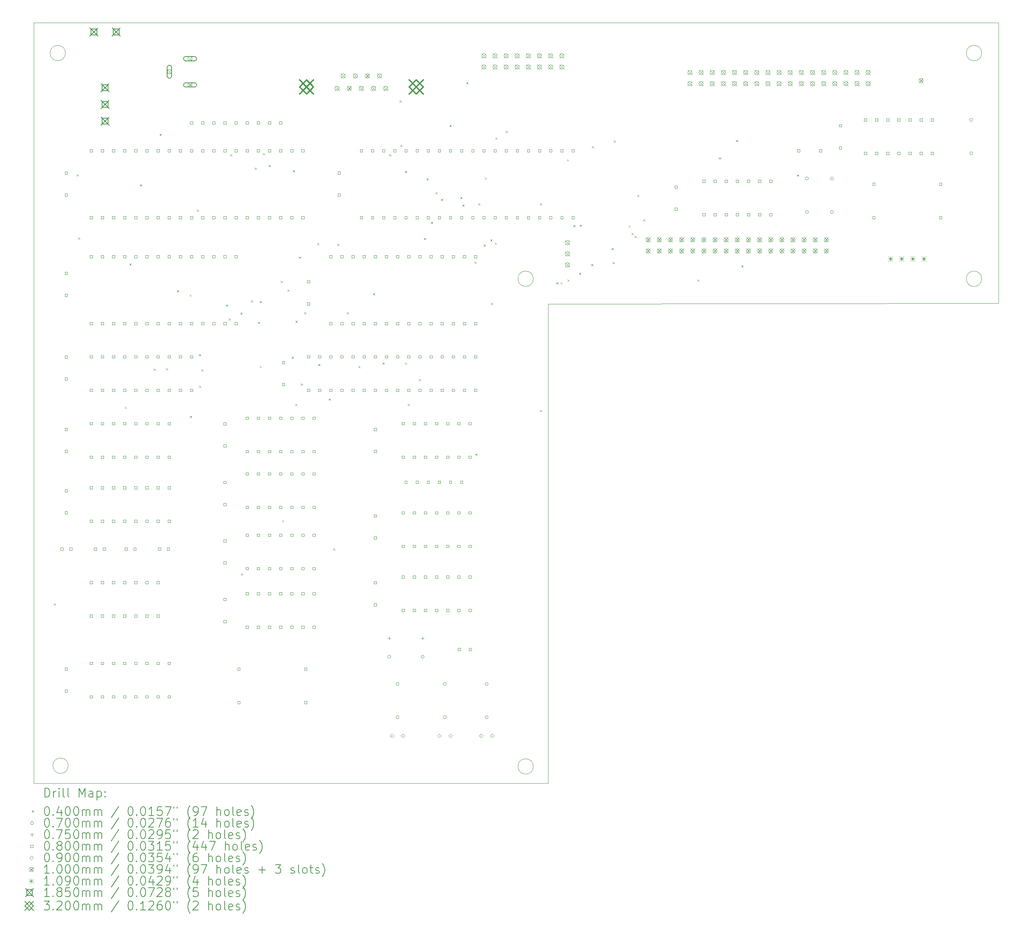
<source format=gbr>
%FSLAX45Y45*%
G04 Gerber Fmt 4.5, Leading zero omitted, Abs format (unit mm)*
G04 Created by KiCad (PCBNEW (6.0.6)) date 2022-10-29 21:57:21*
%MOMM*%
%LPD*%
G01*
G04 APERTURE LIST*
%TA.AperFunction,Profile*%
%ADD10C,0.100000*%
%TD*%
%ADD11C,0.200000*%
%ADD12C,0.040000*%
%ADD13C,0.070000*%
%ADD14C,0.075000*%
%ADD15C,0.080000*%
%ADD16C,0.090000*%
%ADD17C,0.100000*%
%ADD18C,0.109000*%
%ADD19C,0.185000*%
%ADD20C,0.320000*%
G04 APERTURE END LIST*
D10*
X14922500Y-7810500D02*
X25200000Y-7800000D01*
X14589500Y-7239000D02*
G75*
G03*
X14589500Y-7239000I-175000J0D01*
G01*
X3985000Y-18334700D02*
G75*
G03*
X3985000Y-18334700I-175000J0D01*
G01*
X24813000Y-2095500D02*
G75*
G03*
X24813000Y-2095500I-175000J0D01*
G01*
X14589500Y-18351500D02*
G75*
G03*
X14589500Y-18351500I-175000J0D01*
G01*
X25200000Y-7800000D02*
X25200000Y-1400000D01*
X3921500Y-2095500D02*
G75*
G03*
X3921500Y-2095500I-175000J0D01*
G01*
X25200000Y-1400000D02*
X3200000Y-1400000D01*
X24813000Y-7239000D02*
G75*
G03*
X24813000Y-7239000I-175000J0D01*
G01*
X3200000Y-1400000D02*
X3200000Y-18732500D01*
X14922500Y-18732500D02*
X14922500Y-7810500D01*
X3200000Y-18732500D02*
X14922500Y-18732500D01*
D11*
D12*
X3656420Y-14638290D02*
X3696420Y-14678290D01*
X3696420Y-14638290D02*
X3656420Y-14678290D01*
X4172970Y-4857140D02*
X4212970Y-4897140D01*
X4212970Y-4857140D02*
X4172970Y-4897140D01*
X4210500Y-6299530D02*
X4250500Y-6339530D01*
X4250500Y-6299530D02*
X4210500Y-6339530D01*
X5270350Y-10156140D02*
X5310350Y-10196140D01*
X5310350Y-10156140D02*
X5270350Y-10196140D01*
X5381580Y-6894310D02*
X5421580Y-6934310D01*
X5421580Y-6894310D02*
X5381580Y-6934310D01*
X5619040Y-5089520D02*
X5659040Y-5129520D01*
X5659040Y-5089520D02*
X5619040Y-5129520D01*
X5933360Y-9285260D02*
X5973360Y-9325260D01*
X5973360Y-9285260D02*
X5933360Y-9325260D01*
X6067750Y-3935580D02*
X6107750Y-3975580D01*
X6107750Y-3935580D02*
X6067750Y-3975580D01*
X6212380Y-9279360D02*
X6252380Y-9319360D01*
X6252380Y-9279360D02*
X6212380Y-9319360D01*
X6464210Y-7503540D02*
X6504210Y-7543540D01*
X6504210Y-7503540D02*
X6464210Y-7543540D01*
X6751870Y-7597950D02*
X6791870Y-7637950D01*
X6791870Y-7597950D02*
X6751870Y-7637950D01*
X6760890Y-10363270D02*
X6800890Y-10403270D01*
X6800890Y-10363270D02*
X6760890Y-10403270D01*
X6916030Y-5664980D02*
X6956030Y-5704980D01*
X6956030Y-5664980D02*
X6916030Y-5704980D01*
X6964650Y-8954910D02*
X7004650Y-8994910D01*
X7004650Y-8954910D02*
X6964650Y-8994910D01*
X6966330Y-9676930D02*
X7006330Y-9716930D01*
X7006330Y-9676930D02*
X6966330Y-9716930D01*
X7021490Y-9306850D02*
X7061490Y-9346850D01*
X7061490Y-9306850D02*
X7021490Y-9346850D01*
X7577190Y-7827730D02*
X7617190Y-7867730D01*
X7617190Y-7827730D02*
X7577190Y-7867730D01*
X7645340Y-8146340D02*
X7685340Y-8186340D01*
X7685340Y-8146340D02*
X7645340Y-8186340D01*
X7681570Y-4399760D02*
X7721570Y-4439760D01*
X7721570Y-4399760D02*
X7681570Y-4439760D01*
X7912420Y-8011610D02*
X7952420Y-8051610D01*
X7952420Y-8011610D02*
X7912420Y-8051610D01*
X7926140Y-13951330D02*
X7966140Y-13991330D01*
X7966140Y-13951330D02*
X7926140Y-13991330D01*
X8152590Y-7729410D02*
X8192590Y-7769410D01*
X8192590Y-7729410D02*
X8152590Y-7769410D01*
X8240180Y-4709560D02*
X8280180Y-4749560D01*
X8280180Y-4709560D02*
X8240180Y-4749560D01*
X8311450Y-8219270D02*
X8351450Y-8259270D01*
X8351450Y-8219270D02*
X8311450Y-8259270D01*
X8352830Y-9224690D02*
X8392830Y-9264690D01*
X8392830Y-9224690D02*
X8352830Y-9264690D01*
X8353540Y-7747540D02*
X8393540Y-7787540D01*
X8393540Y-7747540D02*
X8353540Y-7787540D01*
X8426000Y-4374210D02*
X8466000Y-4414210D01*
X8466000Y-4374210D02*
X8426000Y-4414210D01*
X8556790Y-4647190D02*
X8596790Y-4687190D01*
X8596790Y-4647190D02*
X8556790Y-4687190D01*
X8833210Y-7286500D02*
X8873210Y-7326500D01*
X8873210Y-7286500D02*
X8833210Y-7326500D01*
X8861870Y-12737930D02*
X8901870Y-12777930D01*
X8901870Y-12737930D02*
X8861870Y-12777930D01*
X8986620Y-7482890D02*
X9026620Y-7522890D01*
X9026620Y-7482890D02*
X8986620Y-7522890D01*
X9080680Y-9016070D02*
X9120680Y-9056070D01*
X9120680Y-9016070D02*
X9080680Y-9056070D01*
X9106090Y-4767590D02*
X9146090Y-4807590D01*
X9146090Y-4767590D02*
X9106090Y-4807590D01*
X9163770Y-10093240D02*
X9203770Y-10133240D01*
X9203770Y-10093240D02*
X9163770Y-10133240D01*
X9166490Y-8197680D02*
X9206490Y-8237680D01*
X9206490Y-8197680D02*
X9166490Y-8237680D01*
X9243220Y-6733820D02*
X9283220Y-6773820D01*
X9283220Y-6733820D02*
X9243220Y-6773820D01*
X9288000Y-9628000D02*
X9328000Y-9668000D01*
X9328000Y-9628000D02*
X9288000Y-9668000D01*
X9367460Y-7999650D02*
X9407460Y-8039650D01*
X9407460Y-7999650D02*
X9367460Y-8039650D01*
X9660460Y-6427340D02*
X9700460Y-6467340D01*
X9700460Y-6427340D02*
X9660460Y-6467340D01*
X9686660Y-9181720D02*
X9726660Y-9221720D01*
X9726660Y-9181720D02*
X9686660Y-9221720D01*
X9924480Y-9969950D02*
X9964480Y-10009950D01*
X9964480Y-9969950D02*
X9924480Y-10009950D01*
X10025800Y-13387510D02*
X10065800Y-13427510D01*
X10065800Y-13387510D02*
X10025800Y-13427510D01*
X10118350Y-6444320D02*
X10158350Y-6484320D01*
X10158350Y-6444320D02*
X10118350Y-6484320D01*
X10335490Y-8001530D02*
X10375490Y-8041530D01*
X10375490Y-8001530D02*
X10335490Y-8041530D01*
X10598600Y-9225650D02*
X10638600Y-9265650D01*
X10638600Y-9225650D02*
X10598600Y-9265650D01*
X10934550Y-7568210D02*
X10974550Y-7608210D01*
X10974550Y-7568210D02*
X10934550Y-7608210D01*
X11153800Y-9148240D02*
X11193800Y-9188240D01*
X11193800Y-9148240D02*
X11153800Y-9188240D01*
X11301070Y-4405150D02*
X11341070Y-4445150D01*
X11341070Y-4405150D02*
X11301070Y-4445150D01*
X11539810Y-3173670D02*
X11579810Y-3213670D01*
X11579810Y-3173670D02*
X11539810Y-3213670D01*
X11555070Y-4192040D02*
X11595070Y-4232040D01*
X11595070Y-4192040D02*
X11555070Y-4232040D01*
X11662620Y-9147210D02*
X11702620Y-9187210D01*
X11702620Y-9147210D02*
X11662620Y-9187210D01*
X11664500Y-4784120D02*
X11704500Y-4824120D01*
X11704500Y-4784120D02*
X11664500Y-4824120D01*
X11726990Y-10093240D02*
X11766990Y-10133240D01*
X11766990Y-10093240D02*
X11726990Y-10133240D01*
X11983420Y-9527300D02*
X12023420Y-9567300D01*
X12023420Y-9527300D02*
X11983420Y-9567300D01*
X12095020Y-6308380D02*
X12135020Y-6348380D01*
X12135020Y-6308380D02*
X12095020Y-6348380D01*
X12153420Y-4955470D02*
X12193420Y-4995470D01*
X12193420Y-4955470D02*
X12153420Y-4995470D01*
X12256860Y-5945930D02*
X12296860Y-5985930D01*
X12296860Y-5945930D02*
X12256860Y-5985930D01*
X12362780Y-5267050D02*
X12402780Y-5307050D01*
X12402780Y-5267050D02*
X12362780Y-5307050D01*
X12484610Y-5418710D02*
X12524610Y-5458710D01*
X12524610Y-5418710D02*
X12484610Y-5458710D01*
X12680630Y-3733070D02*
X12720630Y-3773070D01*
X12720630Y-3733070D02*
X12680630Y-3773070D01*
X12925000Y-5373890D02*
X12965000Y-5413890D01*
X12965000Y-5373890D02*
X12925000Y-5413890D01*
X12973750Y-5549610D02*
X13013750Y-5589610D01*
X13013750Y-5549610D02*
X12973750Y-5589610D01*
X13061500Y-2762750D02*
X13101500Y-2802750D01*
X13101500Y-2762750D02*
X13061500Y-2802750D01*
X13252500Y-6851830D02*
X13292500Y-6891830D01*
X13292500Y-6851830D02*
X13252500Y-6891830D01*
X13265570Y-11223290D02*
X13305570Y-11263290D01*
X13305570Y-11223290D02*
X13265570Y-11263290D01*
X13337000Y-5517600D02*
X13377000Y-5557600D01*
X13377000Y-5517600D02*
X13337000Y-5557600D01*
X13459520Y-6461120D02*
X13499520Y-6501120D01*
X13499520Y-6461120D02*
X13459520Y-6501120D01*
X13484150Y-4931080D02*
X13524150Y-4971080D01*
X13524150Y-4931080D02*
X13484150Y-4971080D01*
X13611380Y-6340520D02*
X13651380Y-6380520D01*
X13651380Y-6340520D02*
X13611380Y-6380520D01*
X13620980Y-7786050D02*
X13660980Y-7826050D01*
X13660980Y-7786050D02*
X13620980Y-7826050D01*
X13711400Y-6413030D02*
X13751400Y-6453030D01*
X13751400Y-6413030D02*
X13711400Y-6453030D01*
X13725160Y-4019870D02*
X13765160Y-4059870D01*
X13765160Y-4019870D02*
X13725160Y-4059870D01*
X13962830Y-3870260D02*
X14002830Y-3910260D01*
X14002830Y-3870260D02*
X13962830Y-3910260D01*
X14738120Y-10227120D02*
X14778120Y-10267120D01*
X14778120Y-10227120D02*
X14738120Y-10267120D01*
X14743230Y-5518360D02*
X14783230Y-5558360D01*
X14783230Y-5518360D02*
X14743230Y-5558360D01*
X15110710Y-7320180D02*
X15150710Y-7360180D01*
X15150710Y-7320180D02*
X15110710Y-7360180D01*
X15210730Y-7320180D02*
X15250730Y-7360180D01*
X15250730Y-7320180D02*
X15210730Y-7360180D01*
X15355960Y-4517200D02*
X15395960Y-4557200D01*
X15395960Y-4517200D02*
X15355960Y-4557200D01*
X15366340Y-7254180D02*
X15406340Y-7294180D01*
X15406340Y-7254180D02*
X15366340Y-7294180D01*
X15505750Y-6014710D02*
X15545750Y-6054710D01*
X15545750Y-6014710D02*
X15505750Y-6054710D01*
X15634650Y-7103260D02*
X15674650Y-7143260D01*
X15674650Y-7103260D02*
X15634650Y-7143260D01*
X15645670Y-6007370D02*
X15685670Y-6047370D01*
X15685670Y-6007370D02*
X15645670Y-6047370D01*
X15912320Y-6905090D02*
X15952320Y-6945090D01*
X15952320Y-6905090D02*
X15912320Y-6945090D01*
X15926790Y-4215370D02*
X15966790Y-4255370D01*
X15966790Y-4215370D02*
X15926790Y-4255370D01*
X16376850Y-6540730D02*
X16416850Y-6580730D01*
X16416850Y-6540730D02*
X16376850Y-6580730D01*
X16402170Y-6860080D02*
X16442170Y-6900080D01*
X16442170Y-6860080D02*
X16402170Y-6900080D01*
X16425160Y-4087910D02*
X16465160Y-4127910D01*
X16465160Y-4087910D02*
X16425160Y-4127910D01*
X16761510Y-6024270D02*
X16801510Y-6064270D01*
X16801510Y-6024270D02*
X16761510Y-6064270D01*
X16834160Y-6194250D02*
X16874160Y-6234250D01*
X16874160Y-6194250D02*
X16834160Y-6234250D01*
X16902570Y-6268000D02*
X16942570Y-6308000D01*
X16942570Y-6268000D02*
X16902570Y-6308000D01*
X16960860Y-5323810D02*
X17000860Y-5363810D01*
X17000860Y-5323810D02*
X16960860Y-5363810D01*
X17094030Y-5882850D02*
X17134030Y-5922850D01*
X17134030Y-5882850D02*
X17094030Y-5922850D01*
X18331790Y-7253080D02*
X18371790Y-7293080D01*
X18371790Y-7253080D02*
X18331790Y-7293080D01*
X18824510Y-4474160D02*
X18864510Y-4514160D01*
X18864510Y-4474160D02*
X18824510Y-4514160D01*
X19213730Y-4076940D02*
X19253730Y-4116940D01*
X19253730Y-4076940D02*
X19213730Y-4116940D01*
X19334560Y-6933640D02*
X19374560Y-6973640D01*
X19374560Y-6933640D02*
X19334560Y-6973640D01*
X20597730Y-4864270D02*
X20637730Y-4904270D01*
X20637730Y-4864270D02*
X20597730Y-4904270D01*
D13*
X11338000Y-15850500D02*
G75*
G03*
X11338000Y-15850500I-35000J0D01*
G01*
X11528500Y-16469000D02*
G75*
G03*
X11528500Y-16469000I-35000J0D01*
G01*
X11528500Y-17231000D02*
G75*
G03*
X11528500Y-17231000I-35000J0D01*
G01*
X12100000Y-15850500D02*
G75*
G03*
X12100000Y-15850500I-35000J0D01*
G01*
X12608000Y-16469000D02*
G75*
G03*
X12608000Y-16469000I-35000J0D01*
G01*
X12608000Y-17231000D02*
G75*
G03*
X12608000Y-17231000I-35000J0D01*
G01*
X13560500Y-16469000D02*
G75*
G03*
X13560500Y-16469000I-35000J0D01*
G01*
X13560500Y-17231000D02*
G75*
G03*
X13560500Y-17231000I-35000J0D01*
G01*
X20863000Y-4953000D02*
G75*
G03*
X20863000Y-4953000I-35000J0D01*
G01*
X20863000Y-5715000D02*
G75*
G03*
X20863000Y-5715000I-35000J0D01*
G01*
X21434500Y-4953000D02*
G75*
G03*
X21434500Y-4953000I-35000J0D01*
G01*
X21434500Y-5715000D02*
G75*
G03*
X21434500Y-5715000I-35000J0D01*
G01*
X24609500Y-3619500D02*
G75*
G03*
X24609500Y-3619500I-35000J0D01*
G01*
X24609500Y-4381500D02*
G75*
G03*
X24609500Y-4381500I-35000J0D01*
G01*
D14*
X11302500Y-15393000D02*
X11302500Y-15468000D01*
X11265000Y-15430500D02*
X11340000Y-15430500D01*
X12064500Y-15393000D02*
X12064500Y-15468000D01*
X12027000Y-15430500D02*
X12102000Y-15430500D01*
D15*
X3869774Y-13426784D02*
X3869774Y-13370215D01*
X3813205Y-13370215D01*
X3813205Y-13426784D01*
X3869774Y-13426784D01*
X3964784Y-10700285D02*
X3964784Y-10643716D01*
X3908215Y-10643716D01*
X3908215Y-10700285D01*
X3964784Y-10700285D01*
X3964784Y-11200284D02*
X3964784Y-11143716D01*
X3908215Y-11143716D01*
X3908215Y-11200284D01*
X3964784Y-11200284D01*
X3965284Y-4858285D02*
X3965284Y-4801716D01*
X3908715Y-4801716D01*
X3908715Y-4858285D01*
X3965284Y-4858285D01*
X3965284Y-5358285D02*
X3965284Y-5301716D01*
X3908715Y-5301716D01*
X3908715Y-5358285D01*
X3965284Y-5358285D01*
X3965284Y-7144284D02*
X3965284Y-7087715D01*
X3908715Y-7087715D01*
X3908715Y-7144284D01*
X3965284Y-7144284D01*
X3965284Y-7644284D02*
X3965284Y-7587715D01*
X3908715Y-7587715D01*
X3908715Y-7644284D01*
X3965284Y-7644284D01*
X3965284Y-9049285D02*
X3965284Y-8992716D01*
X3908715Y-8992716D01*
X3908715Y-9049285D01*
X3965284Y-9049285D01*
X3965284Y-9549285D02*
X3965284Y-9492716D01*
X3908715Y-9492716D01*
X3908715Y-9549285D01*
X3965284Y-9549285D01*
X3965284Y-12097284D02*
X3965284Y-12040715D01*
X3908715Y-12040715D01*
X3908715Y-12097284D01*
X3965284Y-12097284D01*
X3965284Y-12597284D02*
X3965284Y-12540715D01*
X3908715Y-12540715D01*
X3908715Y-12597284D01*
X3965284Y-12597284D01*
X3965284Y-16161284D02*
X3965284Y-16104715D01*
X3908715Y-16104715D01*
X3908715Y-16161284D01*
X3965284Y-16161284D01*
X3965284Y-16661284D02*
X3965284Y-16604715D01*
X3908715Y-16604715D01*
X3908715Y-16661284D01*
X3965284Y-16661284D01*
X4069774Y-13426784D02*
X4069774Y-13370215D01*
X4013205Y-13370215D01*
X4013205Y-13426784D01*
X4069774Y-13426784D01*
X4535285Y-6759784D02*
X4535285Y-6703215D01*
X4478716Y-6703215D01*
X4478716Y-6759784D01*
X4535285Y-6759784D01*
X4535285Y-8283784D02*
X4535285Y-8227215D01*
X4478716Y-8227215D01*
X4478716Y-8283784D01*
X4535285Y-8283784D01*
X4535785Y-10568285D02*
X4535785Y-10511716D01*
X4479216Y-10511716D01*
X4479216Y-10568285D01*
X4535785Y-10568285D01*
X4535785Y-11330284D02*
X4535785Y-11273715D01*
X4479216Y-11273715D01*
X4479216Y-11330284D01*
X4535785Y-11330284D01*
X4537285Y-4346785D02*
X4537285Y-4290216D01*
X4480716Y-4290216D01*
X4480716Y-4346785D01*
X4537285Y-4346785D01*
X4537285Y-5870784D02*
X4537285Y-5814215D01*
X4480716Y-5814215D01*
X4480716Y-5870784D01*
X4537285Y-5870784D01*
X4537285Y-9044285D02*
X4537285Y-8987716D01*
X4480716Y-8987716D01*
X4480716Y-9044285D01*
X4537285Y-9044285D01*
X4537285Y-9806285D02*
X4537285Y-9749716D01*
X4480716Y-9749716D01*
X4480716Y-9806285D01*
X4537285Y-9806285D01*
X4538285Y-12028784D02*
X4538285Y-11972215D01*
X4481716Y-11972215D01*
X4481716Y-12028784D01*
X4538285Y-12028784D01*
X4538285Y-12790784D02*
X4538285Y-12734215D01*
X4481716Y-12734215D01*
X4481716Y-12790784D01*
X4538285Y-12790784D01*
X4538285Y-16029284D02*
X4538285Y-15972715D01*
X4481716Y-15972715D01*
X4481716Y-16029284D01*
X4538285Y-16029284D01*
X4538285Y-16791285D02*
X4538285Y-16734715D01*
X4481716Y-16734715D01*
X4481716Y-16791285D01*
X4538285Y-16791285D01*
X4538785Y-14187784D02*
X4538785Y-14131215D01*
X4482216Y-14131215D01*
X4482216Y-14187784D01*
X4538785Y-14187784D01*
X4538785Y-14949784D02*
X4538785Y-14893215D01*
X4482216Y-14893215D01*
X4482216Y-14949784D01*
X4538785Y-14949784D01*
X4631775Y-13426784D02*
X4631775Y-13370215D01*
X4575206Y-13370215D01*
X4575206Y-13426784D01*
X4631775Y-13426784D01*
X4789285Y-6759784D02*
X4789285Y-6703215D01*
X4732716Y-6703215D01*
X4732716Y-6759784D01*
X4789285Y-6759784D01*
X4789285Y-8283784D02*
X4789285Y-8227215D01*
X4732716Y-8227215D01*
X4732716Y-8283784D01*
X4789285Y-8283784D01*
X4789785Y-10568285D02*
X4789785Y-10511716D01*
X4733216Y-10511716D01*
X4733216Y-10568285D01*
X4789785Y-10568285D01*
X4789785Y-11330284D02*
X4789785Y-11273715D01*
X4733216Y-11273715D01*
X4733216Y-11330284D01*
X4789785Y-11330284D01*
X4791285Y-4346785D02*
X4791285Y-4290216D01*
X4734716Y-4290216D01*
X4734716Y-4346785D01*
X4791285Y-4346785D01*
X4791285Y-5870784D02*
X4791285Y-5814215D01*
X4734716Y-5814215D01*
X4734716Y-5870784D01*
X4791285Y-5870784D01*
X4791285Y-9044285D02*
X4791285Y-8987716D01*
X4734716Y-8987716D01*
X4734716Y-9044285D01*
X4791285Y-9044285D01*
X4791285Y-9806285D02*
X4791285Y-9749716D01*
X4734716Y-9749716D01*
X4734716Y-9806285D01*
X4791285Y-9806285D01*
X4792285Y-12028784D02*
X4792285Y-11972215D01*
X4735716Y-11972215D01*
X4735716Y-12028784D01*
X4792285Y-12028784D01*
X4792285Y-12790784D02*
X4792285Y-12734215D01*
X4735716Y-12734215D01*
X4735716Y-12790784D01*
X4792285Y-12790784D01*
X4792285Y-16029284D02*
X4792285Y-15972715D01*
X4735716Y-15972715D01*
X4735716Y-16029284D01*
X4792285Y-16029284D01*
X4792285Y-16791285D02*
X4792285Y-16734715D01*
X4735716Y-16734715D01*
X4735716Y-16791285D01*
X4792285Y-16791285D01*
X4792785Y-14187784D02*
X4792785Y-14131215D01*
X4736216Y-14131215D01*
X4736216Y-14187784D01*
X4792785Y-14187784D01*
X4792785Y-14949784D02*
X4792785Y-14893215D01*
X4736216Y-14893215D01*
X4736216Y-14949784D01*
X4792785Y-14949784D01*
X4831775Y-13426784D02*
X4831775Y-13370215D01*
X4775206Y-13370215D01*
X4775206Y-13426784D01*
X4831775Y-13426784D01*
X5043285Y-6759784D02*
X5043285Y-6703215D01*
X4986716Y-6703215D01*
X4986716Y-6759784D01*
X5043285Y-6759784D01*
X5043285Y-8283784D02*
X5043285Y-8227215D01*
X4986716Y-8227215D01*
X4986716Y-8283784D01*
X5043285Y-8283784D01*
X5043785Y-10568285D02*
X5043785Y-10511716D01*
X4987216Y-10511716D01*
X4987216Y-10568285D01*
X5043785Y-10568285D01*
X5043785Y-11330284D02*
X5043785Y-11273715D01*
X4987216Y-11273715D01*
X4987216Y-11330284D01*
X5043785Y-11330284D01*
X5045285Y-4346785D02*
X5045285Y-4290216D01*
X4988716Y-4290216D01*
X4988716Y-4346785D01*
X5045285Y-4346785D01*
X5045285Y-5870784D02*
X5045285Y-5814215D01*
X4988716Y-5814215D01*
X4988716Y-5870784D01*
X5045285Y-5870784D01*
X5045285Y-9044285D02*
X5045285Y-8987716D01*
X4988716Y-8987716D01*
X4988716Y-9044285D01*
X5045285Y-9044285D01*
X5045285Y-9806285D02*
X5045285Y-9749716D01*
X4988716Y-9749716D01*
X4988716Y-9806285D01*
X5045285Y-9806285D01*
X5046285Y-12028784D02*
X5046285Y-11972215D01*
X4989716Y-11972215D01*
X4989716Y-12028784D01*
X5046285Y-12028784D01*
X5046285Y-12790784D02*
X5046285Y-12734215D01*
X4989716Y-12734215D01*
X4989716Y-12790784D01*
X5046285Y-12790784D01*
X5046285Y-16029284D02*
X5046285Y-15972715D01*
X4989716Y-15972715D01*
X4989716Y-16029284D01*
X5046285Y-16029284D01*
X5046285Y-16791285D02*
X5046285Y-16734715D01*
X4989716Y-16734715D01*
X4989716Y-16791285D01*
X5046285Y-16791285D01*
X5046785Y-14187784D02*
X5046785Y-14131215D01*
X4990216Y-14131215D01*
X4990216Y-14187784D01*
X5046785Y-14187784D01*
X5046785Y-14949784D02*
X5046785Y-14893215D01*
X4990216Y-14893215D01*
X4990216Y-14949784D01*
X5046785Y-14949784D01*
X5297285Y-6759784D02*
X5297285Y-6703215D01*
X5240716Y-6703215D01*
X5240716Y-6759784D01*
X5297285Y-6759784D01*
X5297285Y-8283784D02*
X5297285Y-8227215D01*
X5240716Y-8227215D01*
X5240716Y-8283784D01*
X5297285Y-8283784D01*
X5297785Y-10568285D02*
X5297785Y-10511716D01*
X5241216Y-10511716D01*
X5241216Y-10568285D01*
X5297785Y-10568285D01*
X5297785Y-11330284D02*
X5297785Y-11273715D01*
X5241216Y-11273715D01*
X5241216Y-11330284D01*
X5297785Y-11330284D01*
X5299285Y-4346785D02*
X5299285Y-4290216D01*
X5242716Y-4290216D01*
X5242716Y-4346785D01*
X5299285Y-4346785D01*
X5299285Y-5870784D02*
X5299285Y-5814215D01*
X5242716Y-5814215D01*
X5242716Y-5870784D01*
X5299285Y-5870784D01*
X5299285Y-9044285D02*
X5299285Y-8987716D01*
X5242716Y-8987716D01*
X5242716Y-9044285D01*
X5299285Y-9044285D01*
X5299285Y-9806285D02*
X5299285Y-9749716D01*
X5242716Y-9749716D01*
X5242716Y-9806285D01*
X5299285Y-9806285D01*
X5300285Y-12028784D02*
X5300285Y-11972215D01*
X5243716Y-11972215D01*
X5243716Y-12028784D01*
X5300285Y-12028784D01*
X5300285Y-12790784D02*
X5300285Y-12734215D01*
X5243716Y-12734215D01*
X5243716Y-12790784D01*
X5300285Y-12790784D01*
X5300285Y-16029284D02*
X5300285Y-15972715D01*
X5243716Y-15972715D01*
X5243716Y-16029284D01*
X5300285Y-16029284D01*
X5300285Y-16791285D02*
X5300285Y-16734715D01*
X5243716Y-16734715D01*
X5243716Y-16791285D01*
X5300285Y-16791285D01*
X5300785Y-14187784D02*
X5300785Y-14131215D01*
X5244216Y-14131215D01*
X5244216Y-14187784D01*
X5300785Y-14187784D01*
X5300785Y-14949784D02*
X5300785Y-14893215D01*
X5244216Y-14893215D01*
X5244216Y-14949784D01*
X5300785Y-14949784D01*
X5330275Y-13426784D02*
X5330275Y-13370215D01*
X5273706Y-13370215D01*
X5273706Y-13426784D01*
X5330275Y-13426784D01*
X5530275Y-13426784D02*
X5530275Y-13370215D01*
X5473706Y-13370215D01*
X5473706Y-13426784D01*
X5530275Y-13426784D01*
X5551285Y-6759784D02*
X5551285Y-6703215D01*
X5494716Y-6703215D01*
X5494716Y-6759784D01*
X5551285Y-6759784D01*
X5551285Y-8283784D02*
X5551285Y-8227215D01*
X5494716Y-8227215D01*
X5494716Y-8283784D01*
X5551285Y-8283784D01*
X5551785Y-10568285D02*
X5551785Y-10511716D01*
X5495216Y-10511716D01*
X5495216Y-10568285D01*
X5551785Y-10568285D01*
X5551785Y-11330284D02*
X5551785Y-11273715D01*
X5495216Y-11273715D01*
X5495216Y-11330284D01*
X5551785Y-11330284D01*
X5553285Y-4346785D02*
X5553285Y-4290216D01*
X5496716Y-4290216D01*
X5496716Y-4346785D01*
X5553285Y-4346785D01*
X5553285Y-5870784D02*
X5553285Y-5814215D01*
X5496716Y-5814215D01*
X5496716Y-5870784D01*
X5553285Y-5870784D01*
X5553285Y-9044285D02*
X5553285Y-8987716D01*
X5496716Y-8987716D01*
X5496716Y-9044285D01*
X5553285Y-9044285D01*
X5553285Y-9806285D02*
X5553285Y-9749716D01*
X5496716Y-9749716D01*
X5496716Y-9806285D01*
X5553285Y-9806285D01*
X5554285Y-12028784D02*
X5554285Y-11972215D01*
X5497716Y-11972215D01*
X5497716Y-12028784D01*
X5554285Y-12028784D01*
X5554285Y-12790784D02*
X5554285Y-12734215D01*
X5497716Y-12734215D01*
X5497716Y-12790784D01*
X5554285Y-12790784D01*
X5554285Y-16029284D02*
X5554285Y-15972715D01*
X5497716Y-15972715D01*
X5497716Y-16029284D01*
X5554285Y-16029284D01*
X5554285Y-16791285D02*
X5554285Y-16734715D01*
X5497716Y-16734715D01*
X5497716Y-16791285D01*
X5554285Y-16791285D01*
X5554785Y-14187784D02*
X5554785Y-14131215D01*
X5498216Y-14131215D01*
X5498216Y-14187784D01*
X5554785Y-14187784D01*
X5554785Y-14949784D02*
X5554785Y-14893215D01*
X5498216Y-14893215D01*
X5498216Y-14949784D01*
X5554785Y-14949784D01*
X5805284Y-6759784D02*
X5805284Y-6703215D01*
X5748715Y-6703215D01*
X5748715Y-6759784D01*
X5805284Y-6759784D01*
X5805284Y-8283784D02*
X5805284Y-8227215D01*
X5748715Y-8227215D01*
X5748715Y-8283784D01*
X5805284Y-8283784D01*
X5805784Y-10568285D02*
X5805784Y-10511716D01*
X5749215Y-10511716D01*
X5749215Y-10568285D01*
X5805784Y-10568285D01*
X5805784Y-11330284D02*
X5805784Y-11273715D01*
X5749215Y-11273715D01*
X5749215Y-11330284D01*
X5805784Y-11330284D01*
X5807284Y-4346785D02*
X5807284Y-4290216D01*
X5750715Y-4290216D01*
X5750715Y-4346785D01*
X5807284Y-4346785D01*
X5807284Y-5870784D02*
X5807284Y-5814215D01*
X5750715Y-5814215D01*
X5750715Y-5870784D01*
X5807284Y-5870784D01*
X5807284Y-9044285D02*
X5807284Y-8987716D01*
X5750715Y-8987716D01*
X5750715Y-9044285D01*
X5807284Y-9044285D01*
X5807284Y-9806285D02*
X5807284Y-9749716D01*
X5750715Y-9749716D01*
X5750715Y-9806285D01*
X5807284Y-9806285D01*
X5808284Y-12028784D02*
X5808284Y-11972215D01*
X5751715Y-11972215D01*
X5751715Y-12028784D01*
X5808284Y-12028784D01*
X5808284Y-12790784D02*
X5808284Y-12734215D01*
X5751715Y-12734215D01*
X5751715Y-12790784D01*
X5808284Y-12790784D01*
X5808284Y-16029284D02*
X5808284Y-15972715D01*
X5751715Y-15972715D01*
X5751715Y-16029284D01*
X5808284Y-16029284D01*
X5808284Y-16791285D02*
X5808284Y-16734715D01*
X5751715Y-16734715D01*
X5751715Y-16791285D01*
X5808284Y-16791285D01*
X5808784Y-14187784D02*
X5808784Y-14131215D01*
X5752215Y-14131215D01*
X5752215Y-14187784D01*
X5808784Y-14187784D01*
X5808784Y-14949784D02*
X5808784Y-14893215D01*
X5752215Y-14893215D01*
X5752215Y-14949784D01*
X5808784Y-14949784D01*
X6059284Y-6759784D02*
X6059284Y-6703215D01*
X6002715Y-6703215D01*
X6002715Y-6759784D01*
X6059284Y-6759784D01*
X6059284Y-8283784D02*
X6059284Y-8227215D01*
X6002715Y-8227215D01*
X6002715Y-8283784D01*
X6059284Y-8283784D01*
X6059784Y-10568285D02*
X6059784Y-10511716D01*
X6003215Y-10511716D01*
X6003215Y-10568285D01*
X6059784Y-10568285D01*
X6059784Y-11330284D02*
X6059784Y-11273715D01*
X6003215Y-11273715D01*
X6003215Y-11330284D01*
X6059784Y-11330284D01*
X6061284Y-4346785D02*
X6061284Y-4290216D01*
X6004715Y-4290216D01*
X6004715Y-4346785D01*
X6061284Y-4346785D01*
X6061284Y-5870784D02*
X6061284Y-5814215D01*
X6004715Y-5814215D01*
X6004715Y-5870784D01*
X6061284Y-5870784D01*
X6061284Y-9044285D02*
X6061284Y-8987716D01*
X6004715Y-8987716D01*
X6004715Y-9044285D01*
X6061284Y-9044285D01*
X6061284Y-9806285D02*
X6061284Y-9749716D01*
X6004715Y-9749716D01*
X6004715Y-9806285D01*
X6061284Y-9806285D01*
X6062284Y-12028784D02*
X6062284Y-11972215D01*
X6005715Y-11972215D01*
X6005715Y-12028784D01*
X6062284Y-12028784D01*
X6062284Y-12790784D02*
X6062284Y-12734215D01*
X6005715Y-12734215D01*
X6005715Y-12790784D01*
X6062284Y-12790784D01*
X6062284Y-16029284D02*
X6062284Y-15972715D01*
X6005715Y-15972715D01*
X6005715Y-16029284D01*
X6062284Y-16029284D01*
X6062284Y-16791285D02*
X6062284Y-16734715D01*
X6005715Y-16734715D01*
X6005715Y-16791285D01*
X6062284Y-16791285D01*
X6062784Y-14187784D02*
X6062784Y-14131215D01*
X6006215Y-14131215D01*
X6006215Y-14187784D01*
X6062784Y-14187784D01*
X6062784Y-14949784D02*
X6062784Y-14893215D01*
X6006215Y-14893215D01*
X6006215Y-14949784D01*
X6062784Y-14949784D01*
X6092274Y-13426784D02*
X6092274Y-13370215D01*
X6035705Y-13370215D01*
X6035705Y-13426784D01*
X6092274Y-13426784D01*
X6292274Y-13426784D02*
X6292274Y-13370215D01*
X6235705Y-13370215D01*
X6235705Y-13426784D01*
X6292274Y-13426784D01*
X6313284Y-6759784D02*
X6313284Y-6703215D01*
X6256715Y-6703215D01*
X6256715Y-6759784D01*
X6313284Y-6759784D01*
X6313284Y-8283784D02*
X6313284Y-8227215D01*
X6256715Y-8227215D01*
X6256715Y-8283784D01*
X6313284Y-8283784D01*
X6313784Y-10568285D02*
X6313784Y-10511716D01*
X6257215Y-10511716D01*
X6257215Y-10568285D01*
X6313784Y-10568285D01*
X6313784Y-11330284D02*
X6313784Y-11273715D01*
X6257215Y-11273715D01*
X6257215Y-11330284D01*
X6313784Y-11330284D01*
X6315284Y-4346785D02*
X6315284Y-4290216D01*
X6258715Y-4290216D01*
X6258715Y-4346785D01*
X6315284Y-4346785D01*
X6315284Y-5870784D02*
X6315284Y-5814215D01*
X6258715Y-5814215D01*
X6258715Y-5870784D01*
X6315284Y-5870784D01*
X6315284Y-9044285D02*
X6315284Y-8987716D01*
X6258715Y-8987716D01*
X6258715Y-9044285D01*
X6315284Y-9044285D01*
X6315284Y-9806285D02*
X6315284Y-9749716D01*
X6258715Y-9749716D01*
X6258715Y-9806285D01*
X6315284Y-9806285D01*
X6316284Y-12028784D02*
X6316284Y-11972215D01*
X6259715Y-11972215D01*
X6259715Y-12028784D01*
X6316284Y-12028784D01*
X6316284Y-12790784D02*
X6316284Y-12734215D01*
X6259715Y-12734215D01*
X6259715Y-12790784D01*
X6316284Y-12790784D01*
X6316284Y-16029284D02*
X6316284Y-15972715D01*
X6259715Y-15972715D01*
X6259715Y-16029284D01*
X6316284Y-16029284D01*
X6316284Y-16791285D02*
X6316284Y-16734715D01*
X6259715Y-16734715D01*
X6259715Y-16791285D01*
X6316284Y-16791285D01*
X6567284Y-6759784D02*
X6567284Y-6703215D01*
X6510715Y-6703215D01*
X6510715Y-6759784D01*
X6567284Y-6759784D01*
X6567284Y-8283784D02*
X6567284Y-8227215D01*
X6510715Y-8227215D01*
X6510715Y-8283784D01*
X6567284Y-8283784D01*
X6569284Y-4346785D02*
X6569284Y-4290216D01*
X6512715Y-4290216D01*
X6512715Y-4346785D01*
X6569284Y-4346785D01*
X6569284Y-5870784D02*
X6569284Y-5814215D01*
X6512715Y-5814215D01*
X6512715Y-5870784D01*
X6569284Y-5870784D01*
X6569284Y-9044285D02*
X6569284Y-8987716D01*
X6512715Y-8987716D01*
X6512715Y-9044285D01*
X6569284Y-9044285D01*
X6569284Y-9806285D02*
X6569284Y-9749716D01*
X6512715Y-9749716D01*
X6512715Y-9806285D01*
X6569284Y-9806285D01*
X6821284Y-6759784D02*
X6821284Y-6703215D01*
X6764715Y-6703215D01*
X6764715Y-6759784D01*
X6821284Y-6759784D01*
X6821284Y-8283784D02*
X6821284Y-8227215D01*
X6764715Y-8227215D01*
X6764715Y-8283784D01*
X6821284Y-8283784D01*
X6822784Y-3711284D02*
X6822784Y-3654715D01*
X6766215Y-3654715D01*
X6766215Y-3711284D01*
X6822784Y-3711284D01*
X6823284Y-4346785D02*
X6823284Y-4290216D01*
X6766715Y-4290216D01*
X6766715Y-4346785D01*
X6823284Y-4346785D01*
X6823284Y-5870784D02*
X6823284Y-5814215D01*
X6766715Y-5814215D01*
X6766715Y-5870784D01*
X6823284Y-5870784D01*
X6823284Y-9044285D02*
X6823284Y-8987716D01*
X6766715Y-8987716D01*
X6766715Y-9044285D01*
X6823284Y-9044285D01*
X6823284Y-9806285D02*
X6823284Y-9749716D01*
X6766715Y-9749716D01*
X6766715Y-9806285D01*
X6823284Y-9806285D01*
X7075284Y-6759784D02*
X7075284Y-6703215D01*
X7018715Y-6703215D01*
X7018715Y-6759784D01*
X7075284Y-6759784D01*
X7075284Y-8283784D02*
X7075284Y-8227215D01*
X7018715Y-8227215D01*
X7018715Y-8283784D01*
X7075284Y-8283784D01*
X7076784Y-3711284D02*
X7076784Y-3654715D01*
X7020215Y-3654715D01*
X7020215Y-3711284D01*
X7076784Y-3711284D01*
X7077284Y-4346785D02*
X7077284Y-4290216D01*
X7020715Y-4290216D01*
X7020715Y-4346785D01*
X7077284Y-4346785D01*
X7077284Y-5870784D02*
X7077284Y-5814215D01*
X7020715Y-5814215D01*
X7020715Y-5870784D01*
X7077284Y-5870784D01*
X7329284Y-6759784D02*
X7329284Y-6703215D01*
X7272715Y-6703215D01*
X7272715Y-6759784D01*
X7329284Y-6759784D01*
X7329284Y-8283784D02*
X7329284Y-8227215D01*
X7272715Y-8227215D01*
X7272715Y-8283784D01*
X7329284Y-8283784D01*
X7330784Y-3711284D02*
X7330784Y-3654715D01*
X7274215Y-3654715D01*
X7274215Y-3711284D01*
X7330784Y-3711284D01*
X7331284Y-4346785D02*
X7331284Y-4290216D01*
X7274715Y-4290216D01*
X7274715Y-4346785D01*
X7331284Y-4346785D01*
X7331284Y-5870784D02*
X7331284Y-5814215D01*
X7274715Y-5814215D01*
X7274715Y-5870784D01*
X7331284Y-5870784D01*
X7583284Y-6759784D02*
X7583284Y-6703215D01*
X7526715Y-6703215D01*
X7526715Y-6759784D01*
X7583284Y-6759784D01*
X7583284Y-8283784D02*
X7583284Y-8227215D01*
X7526715Y-8227215D01*
X7526715Y-8283784D01*
X7583284Y-8283784D01*
X7584784Y-3711284D02*
X7584784Y-3654715D01*
X7528215Y-3654715D01*
X7528215Y-3711284D01*
X7584784Y-3711284D01*
X7584784Y-10573285D02*
X7584784Y-10516716D01*
X7528215Y-10516716D01*
X7528215Y-10573285D01*
X7584784Y-10573285D01*
X7584784Y-11073285D02*
X7584784Y-11016716D01*
X7528215Y-11016716D01*
X7528215Y-11073285D01*
X7584784Y-11073285D01*
X7584784Y-11906784D02*
X7584784Y-11850215D01*
X7528215Y-11850215D01*
X7528215Y-11906784D01*
X7584784Y-11906784D01*
X7584784Y-12406784D02*
X7584784Y-12350215D01*
X7528215Y-12350215D01*
X7528215Y-12406784D01*
X7584784Y-12406784D01*
X7584784Y-13240284D02*
X7584784Y-13183715D01*
X7528215Y-13183715D01*
X7528215Y-13240284D01*
X7584784Y-13240284D01*
X7584784Y-13740284D02*
X7584784Y-13683715D01*
X7528215Y-13683715D01*
X7528215Y-13740284D01*
X7584784Y-13740284D01*
X7584784Y-14573784D02*
X7584784Y-14517215D01*
X7528215Y-14517215D01*
X7528215Y-14573784D01*
X7584784Y-14573784D01*
X7584784Y-15073784D02*
X7584784Y-15017215D01*
X7528215Y-15017215D01*
X7528215Y-15073784D01*
X7584784Y-15073784D01*
X7585284Y-4346785D02*
X7585284Y-4290216D01*
X7528715Y-4290216D01*
X7528715Y-4346785D01*
X7585284Y-4346785D01*
X7585284Y-5870784D02*
X7585284Y-5814215D01*
X7528715Y-5814215D01*
X7528715Y-5870784D01*
X7585284Y-5870784D01*
X7837284Y-6759784D02*
X7837284Y-6703215D01*
X7780715Y-6703215D01*
X7780715Y-6759784D01*
X7837284Y-6759784D01*
X7837284Y-8283784D02*
X7837284Y-8227215D01*
X7780715Y-8227215D01*
X7780715Y-8283784D01*
X7837284Y-8283784D01*
X7838784Y-3711284D02*
X7838784Y-3654715D01*
X7782215Y-3654715D01*
X7782215Y-3711284D01*
X7838784Y-3711284D01*
X7839284Y-4346785D02*
X7839284Y-4290216D01*
X7782715Y-4290216D01*
X7782715Y-4346785D01*
X7839284Y-4346785D01*
X7839284Y-5870784D02*
X7839284Y-5814215D01*
X7782715Y-5814215D01*
X7782715Y-5870784D01*
X7839284Y-5870784D01*
X7902284Y-16157284D02*
X7902284Y-16100715D01*
X7845715Y-16100715D01*
X7845715Y-16157284D01*
X7902284Y-16157284D01*
X7902284Y-16919285D02*
X7902284Y-16862716D01*
X7845715Y-16862716D01*
X7845715Y-16919285D01*
X7902284Y-16919285D01*
X8092284Y-10441285D02*
X8092284Y-10384716D01*
X8035715Y-10384716D01*
X8035715Y-10441285D01*
X8092284Y-10441285D01*
X8092284Y-11203284D02*
X8092284Y-11146716D01*
X8035715Y-11146716D01*
X8035715Y-11203284D01*
X8092284Y-11203284D01*
X8092284Y-11711284D02*
X8092284Y-11654715D01*
X8035715Y-11654715D01*
X8035715Y-11711284D01*
X8092284Y-11711284D01*
X8092284Y-12473284D02*
X8092284Y-12416715D01*
X8035715Y-12416715D01*
X8035715Y-12473284D01*
X8092284Y-12473284D01*
X8092284Y-13108284D02*
X8092284Y-13051715D01*
X8035715Y-13051715D01*
X8035715Y-13108284D01*
X8092284Y-13108284D01*
X8092284Y-13870284D02*
X8092284Y-13813715D01*
X8035715Y-13813715D01*
X8035715Y-13870284D01*
X8092284Y-13870284D01*
X8092284Y-14441784D02*
X8092284Y-14385215D01*
X8035715Y-14385215D01*
X8035715Y-14441784D01*
X8092284Y-14441784D01*
X8092284Y-15203784D02*
X8092284Y-15147215D01*
X8035715Y-15147215D01*
X8035715Y-15203784D01*
X8092284Y-15203784D01*
X8092784Y-3711284D02*
X8092784Y-3654715D01*
X8036215Y-3654715D01*
X8036215Y-3711284D01*
X8092784Y-3711284D01*
X8093284Y-4346785D02*
X8093284Y-4290216D01*
X8036715Y-4290216D01*
X8036715Y-4346785D01*
X8093284Y-4346785D01*
X8093284Y-5870784D02*
X8093284Y-5814215D01*
X8036715Y-5814215D01*
X8036715Y-5870784D01*
X8093284Y-5870784D01*
X8346284Y-10441285D02*
X8346284Y-10384716D01*
X8289715Y-10384716D01*
X8289715Y-10441285D01*
X8346284Y-10441285D01*
X8346284Y-11203284D02*
X8346284Y-11146716D01*
X8289715Y-11146716D01*
X8289715Y-11203284D01*
X8346284Y-11203284D01*
X8346284Y-11711284D02*
X8346284Y-11654715D01*
X8289715Y-11654715D01*
X8289715Y-11711284D01*
X8346284Y-11711284D01*
X8346284Y-12473284D02*
X8346284Y-12416715D01*
X8289715Y-12416715D01*
X8289715Y-12473284D01*
X8346284Y-12473284D01*
X8346284Y-13108284D02*
X8346284Y-13051715D01*
X8289715Y-13051715D01*
X8289715Y-13108284D01*
X8346284Y-13108284D01*
X8346284Y-13870284D02*
X8346284Y-13813715D01*
X8289715Y-13813715D01*
X8289715Y-13870284D01*
X8346284Y-13870284D01*
X8346284Y-14441784D02*
X8346284Y-14385215D01*
X8289715Y-14385215D01*
X8289715Y-14441784D01*
X8346284Y-14441784D01*
X8346284Y-15203784D02*
X8346284Y-15147215D01*
X8289715Y-15147215D01*
X8289715Y-15203784D01*
X8346284Y-15203784D01*
X8346784Y-3711284D02*
X8346784Y-3654715D01*
X8290215Y-3654715D01*
X8290215Y-3711284D01*
X8346784Y-3711284D01*
X8347284Y-4346785D02*
X8347284Y-4290216D01*
X8290715Y-4290216D01*
X8290715Y-4346785D01*
X8347284Y-4346785D01*
X8347284Y-5870784D02*
X8347284Y-5814215D01*
X8290715Y-5814215D01*
X8290715Y-5870784D01*
X8347284Y-5870784D01*
X8600285Y-10441285D02*
X8600285Y-10384716D01*
X8543716Y-10384716D01*
X8543716Y-10441285D01*
X8600285Y-10441285D01*
X8600285Y-11203284D02*
X8600285Y-11146716D01*
X8543716Y-11146716D01*
X8543716Y-11203284D01*
X8600285Y-11203284D01*
X8600285Y-11711284D02*
X8600285Y-11654715D01*
X8543716Y-11654715D01*
X8543716Y-11711284D01*
X8600285Y-11711284D01*
X8600285Y-12473284D02*
X8600285Y-12416715D01*
X8543716Y-12416715D01*
X8543716Y-12473284D01*
X8600285Y-12473284D01*
X8600285Y-13108284D02*
X8600285Y-13051715D01*
X8543716Y-13051715D01*
X8543716Y-13108284D01*
X8600285Y-13108284D01*
X8600285Y-13870284D02*
X8600285Y-13813715D01*
X8543716Y-13813715D01*
X8543716Y-13870284D01*
X8600285Y-13870284D01*
X8600285Y-14441784D02*
X8600285Y-14385215D01*
X8543716Y-14385215D01*
X8543716Y-14441784D01*
X8600285Y-14441784D01*
X8600285Y-15203784D02*
X8600285Y-15147215D01*
X8543716Y-15147215D01*
X8543716Y-15203784D01*
X8600285Y-15203784D01*
X8600785Y-3711284D02*
X8600785Y-3654715D01*
X8544216Y-3654715D01*
X8544216Y-3711284D01*
X8600785Y-3711284D01*
X8601285Y-4346785D02*
X8601285Y-4290216D01*
X8544716Y-4290216D01*
X8544716Y-4346785D01*
X8601285Y-4346785D01*
X8601285Y-5870784D02*
X8601285Y-5814215D01*
X8544716Y-5814215D01*
X8544716Y-5870784D01*
X8601285Y-5870784D01*
X8854285Y-10441285D02*
X8854285Y-10384716D01*
X8797716Y-10384716D01*
X8797716Y-10441285D01*
X8854285Y-10441285D01*
X8854285Y-11203284D02*
X8854285Y-11146716D01*
X8797716Y-11146716D01*
X8797716Y-11203284D01*
X8854285Y-11203284D01*
X8854285Y-11711284D02*
X8854285Y-11654715D01*
X8797716Y-11654715D01*
X8797716Y-11711284D01*
X8854285Y-11711284D01*
X8854285Y-12473284D02*
X8854285Y-12416715D01*
X8797716Y-12416715D01*
X8797716Y-12473284D01*
X8854285Y-12473284D01*
X8854285Y-13108284D02*
X8854285Y-13051715D01*
X8797716Y-13051715D01*
X8797716Y-13108284D01*
X8854285Y-13108284D01*
X8854285Y-13870284D02*
X8854285Y-13813715D01*
X8797716Y-13813715D01*
X8797716Y-13870284D01*
X8854285Y-13870284D01*
X8854285Y-14441784D02*
X8854285Y-14385215D01*
X8797716Y-14385215D01*
X8797716Y-14441784D01*
X8854285Y-14441784D01*
X8854285Y-15203784D02*
X8854285Y-15147215D01*
X8797716Y-15147215D01*
X8797716Y-15203784D01*
X8854285Y-15203784D01*
X8854785Y-3711284D02*
X8854785Y-3654715D01*
X8798216Y-3654715D01*
X8798216Y-3711284D01*
X8854785Y-3711284D01*
X8855285Y-4346785D02*
X8855285Y-4290216D01*
X8798716Y-4290216D01*
X8798716Y-4346785D01*
X8855285Y-4346785D01*
X8855285Y-5870784D02*
X8855285Y-5814215D01*
X8798716Y-5814215D01*
X8798716Y-5870784D01*
X8855285Y-5870784D01*
X8918285Y-9176285D02*
X8918285Y-9119716D01*
X8861716Y-9119716D01*
X8861716Y-9176285D01*
X8918285Y-9176285D01*
X8918285Y-9676285D02*
X8918285Y-9619716D01*
X8861716Y-9619716D01*
X8861716Y-9676285D01*
X8918285Y-9676285D01*
X9108285Y-10441285D02*
X9108285Y-10384716D01*
X9051716Y-10384716D01*
X9051716Y-10441285D01*
X9108285Y-10441285D01*
X9108285Y-11203284D02*
X9108285Y-11146716D01*
X9051716Y-11146716D01*
X9051716Y-11203284D01*
X9108285Y-11203284D01*
X9108285Y-11711284D02*
X9108285Y-11654715D01*
X9051716Y-11654715D01*
X9051716Y-11711284D01*
X9108285Y-11711284D01*
X9108285Y-12473284D02*
X9108285Y-12416715D01*
X9051716Y-12416715D01*
X9051716Y-12473284D01*
X9108285Y-12473284D01*
X9108285Y-13108284D02*
X9108285Y-13051715D01*
X9051716Y-13051715D01*
X9051716Y-13108284D01*
X9108285Y-13108284D01*
X9108285Y-13870284D02*
X9108285Y-13813715D01*
X9051716Y-13813715D01*
X9051716Y-13870284D01*
X9108285Y-13870284D01*
X9108285Y-14441784D02*
X9108285Y-14385215D01*
X9051716Y-14385215D01*
X9051716Y-14441784D01*
X9108285Y-14441784D01*
X9108285Y-15203784D02*
X9108285Y-15147215D01*
X9051716Y-15147215D01*
X9051716Y-15203784D01*
X9108285Y-15203784D01*
X9109285Y-4346785D02*
X9109285Y-4290216D01*
X9052716Y-4290216D01*
X9052716Y-4346785D01*
X9109285Y-4346785D01*
X9109285Y-5870784D02*
X9109285Y-5814215D01*
X9052716Y-5814215D01*
X9052716Y-5870784D01*
X9109285Y-5870784D01*
X9362285Y-10441285D02*
X9362285Y-10384716D01*
X9305716Y-10384716D01*
X9305716Y-10441285D01*
X9362285Y-10441285D01*
X9362285Y-11203284D02*
X9362285Y-11146716D01*
X9305716Y-11146716D01*
X9305716Y-11203284D01*
X9362285Y-11203284D01*
X9362285Y-11711284D02*
X9362285Y-11654715D01*
X9305716Y-11654715D01*
X9305716Y-11711284D01*
X9362285Y-11711284D01*
X9362285Y-12473284D02*
X9362285Y-12416715D01*
X9305716Y-12416715D01*
X9305716Y-12473284D01*
X9362285Y-12473284D01*
X9362285Y-13108284D02*
X9362285Y-13051715D01*
X9305716Y-13051715D01*
X9305716Y-13108284D01*
X9362285Y-13108284D01*
X9362285Y-13870284D02*
X9362285Y-13813715D01*
X9305716Y-13813715D01*
X9305716Y-13870284D01*
X9362285Y-13870284D01*
X9362285Y-14441784D02*
X9362285Y-14385215D01*
X9305716Y-14385215D01*
X9305716Y-14441784D01*
X9362285Y-14441784D01*
X9362285Y-15203784D02*
X9362285Y-15147215D01*
X9305716Y-15147215D01*
X9305716Y-15203784D01*
X9362285Y-15203784D01*
X9363285Y-4346785D02*
X9363285Y-4290216D01*
X9306716Y-4290216D01*
X9306716Y-4346785D01*
X9363285Y-4346785D01*
X9363285Y-5870784D02*
X9363285Y-5814215D01*
X9306716Y-5814215D01*
X9306716Y-5870784D01*
X9363285Y-5870784D01*
X9426285Y-16157284D02*
X9426285Y-16100715D01*
X9369716Y-16100715D01*
X9369716Y-16157284D01*
X9426285Y-16157284D01*
X9426285Y-16919285D02*
X9426285Y-16862716D01*
X9369716Y-16862716D01*
X9369716Y-16919285D01*
X9426285Y-16919285D01*
X9489785Y-7334784D02*
X9489785Y-7278215D01*
X9433216Y-7278215D01*
X9433216Y-7334784D01*
X9489785Y-7334784D01*
X9489785Y-7834784D02*
X9489785Y-7778215D01*
X9433216Y-7778215D01*
X9433216Y-7834784D01*
X9489785Y-7834784D01*
X9489785Y-9043285D02*
X9489785Y-8986716D01*
X9433216Y-8986716D01*
X9433216Y-9043285D01*
X9489785Y-9043285D01*
X9489785Y-9805285D02*
X9489785Y-9748716D01*
X9433216Y-9748716D01*
X9433216Y-9805285D01*
X9489785Y-9805285D01*
X9616285Y-10441285D02*
X9616285Y-10384716D01*
X9559716Y-10384716D01*
X9559716Y-10441285D01*
X9616285Y-10441285D01*
X9616285Y-11203284D02*
X9616285Y-11146716D01*
X9559716Y-11146716D01*
X9559716Y-11203284D01*
X9616285Y-11203284D01*
X9616285Y-11711284D02*
X9616285Y-11654715D01*
X9559716Y-11654715D01*
X9559716Y-11711284D01*
X9616285Y-11711284D01*
X9616285Y-12473284D02*
X9616285Y-12416715D01*
X9559716Y-12416715D01*
X9559716Y-12473284D01*
X9616285Y-12473284D01*
X9616285Y-13108284D02*
X9616285Y-13051715D01*
X9559716Y-13051715D01*
X9559716Y-13108284D01*
X9616285Y-13108284D01*
X9616285Y-13870284D02*
X9616285Y-13813715D01*
X9559716Y-13813715D01*
X9559716Y-13870284D01*
X9616285Y-13870284D01*
X9616285Y-14441784D02*
X9616285Y-14385215D01*
X9559716Y-14385215D01*
X9559716Y-14441784D01*
X9616285Y-14441784D01*
X9616285Y-15203784D02*
X9616285Y-15147215D01*
X9559716Y-15147215D01*
X9559716Y-15203784D01*
X9616285Y-15203784D01*
X9743785Y-9043285D02*
X9743785Y-8986716D01*
X9687216Y-8986716D01*
X9687216Y-9043285D01*
X9743785Y-9043285D01*
X9743785Y-9805285D02*
X9743785Y-9748716D01*
X9687216Y-9748716D01*
X9687216Y-9805285D01*
X9743785Y-9805285D01*
X9997785Y-9043285D02*
X9997785Y-8986716D01*
X9941216Y-8986716D01*
X9941216Y-9043285D01*
X9997785Y-9043285D01*
X9997785Y-9805285D02*
X9997785Y-9748716D01*
X9941216Y-9748716D01*
X9941216Y-9805285D01*
X9997785Y-9805285D01*
X9998785Y-6759784D02*
X9998785Y-6703215D01*
X9942216Y-6703215D01*
X9942216Y-6759784D01*
X9998785Y-6759784D01*
X9998785Y-8283784D02*
X9998785Y-8227215D01*
X9942216Y-8227215D01*
X9942216Y-8283784D01*
X9998785Y-8283784D01*
X10188285Y-4858285D02*
X10188285Y-4801716D01*
X10131716Y-4801716D01*
X10131716Y-4858285D01*
X10188285Y-4858285D01*
X10188285Y-5358285D02*
X10188285Y-5301716D01*
X10131716Y-5301716D01*
X10131716Y-5358285D01*
X10188285Y-5358285D01*
X10251785Y-9043285D02*
X10251785Y-8986716D01*
X10195216Y-8986716D01*
X10195216Y-9043285D01*
X10251785Y-9043285D01*
X10251785Y-9805285D02*
X10251785Y-9748716D01*
X10195216Y-9748716D01*
X10195216Y-9805285D01*
X10251785Y-9805285D01*
X10252785Y-6759784D02*
X10252785Y-6703215D01*
X10196216Y-6703215D01*
X10196216Y-6759784D01*
X10252785Y-6759784D01*
X10252785Y-8283784D02*
X10252785Y-8227215D01*
X10196216Y-8227215D01*
X10196216Y-8283784D01*
X10252785Y-8283784D01*
X10505785Y-9043285D02*
X10505785Y-8986716D01*
X10449216Y-8986716D01*
X10449216Y-9043285D01*
X10505785Y-9043285D01*
X10505785Y-9805285D02*
X10505785Y-9748716D01*
X10449216Y-9748716D01*
X10449216Y-9805285D01*
X10505785Y-9805285D01*
X10506785Y-6759784D02*
X10506785Y-6703215D01*
X10450216Y-6703215D01*
X10450216Y-6759784D01*
X10506785Y-6759784D01*
X10506785Y-8283784D02*
X10506785Y-8227215D01*
X10450216Y-8227215D01*
X10450216Y-8283784D01*
X10506785Y-8283784D01*
X10696785Y-4346785D02*
X10696785Y-4290216D01*
X10640216Y-4290216D01*
X10640216Y-4346785D01*
X10696785Y-4346785D01*
X10696785Y-5870784D02*
X10696785Y-5814215D01*
X10640216Y-5814215D01*
X10640216Y-5870784D01*
X10696785Y-5870784D01*
X10759785Y-9043285D02*
X10759785Y-8986716D01*
X10703216Y-8986716D01*
X10703216Y-9043285D01*
X10759785Y-9043285D01*
X10759785Y-9805285D02*
X10759785Y-9748716D01*
X10703216Y-9748716D01*
X10703216Y-9805285D01*
X10759785Y-9805285D01*
X10760785Y-6759784D02*
X10760785Y-6703215D01*
X10704216Y-6703215D01*
X10704216Y-6759784D01*
X10760785Y-6759784D01*
X10760785Y-8283784D02*
X10760785Y-8227215D01*
X10704216Y-8227215D01*
X10704216Y-8283784D01*
X10760785Y-8283784D01*
X10950785Y-4346785D02*
X10950785Y-4290216D01*
X10894216Y-4290216D01*
X10894216Y-4346785D01*
X10950785Y-4346785D01*
X10950785Y-5870784D02*
X10950785Y-5814215D01*
X10894216Y-5814215D01*
X10894216Y-5870784D01*
X10950785Y-5870784D01*
X11013785Y-9043285D02*
X11013785Y-8986716D01*
X10957216Y-8986716D01*
X10957216Y-9043285D01*
X11013785Y-9043285D01*
X11013785Y-9805285D02*
X11013785Y-9748716D01*
X10957216Y-9748716D01*
X10957216Y-9805285D01*
X11013785Y-9805285D01*
X11013785Y-10700285D02*
X11013785Y-10643716D01*
X10957216Y-10643716D01*
X10957216Y-10700285D01*
X11013785Y-10700285D01*
X11013785Y-11200284D02*
X11013785Y-11143716D01*
X10957216Y-11143716D01*
X10957216Y-11200284D01*
X11013785Y-11200284D01*
X11013785Y-12668784D02*
X11013785Y-12612215D01*
X10957216Y-12612215D01*
X10957216Y-12668784D01*
X11013785Y-12668784D01*
X11013785Y-13168784D02*
X11013785Y-13112215D01*
X10957216Y-13112215D01*
X10957216Y-13168784D01*
X11013785Y-13168784D01*
X11013785Y-14192784D02*
X11013785Y-14136215D01*
X10957216Y-14136215D01*
X10957216Y-14192784D01*
X11013785Y-14192784D01*
X11013785Y-14692784D02*
X11013785Y-14636215D01*
X10957216Y-14636215D01*
X10957216Y-14692784D01*
X11013785Y-14692784D01*
X11014785Y-6759784D02*
X11014785Y-6703215D01*
X10958216Y-6703215D01*
X10958216Y-6759784D01*
X11014785Y-6759784D01*
X11014785Y-8283784D02*
X11014785Y-8227215D01*
X10958216Y-8227215D01*
X10958216Y-8283784D01*
X11014785Y-8283784D01*
X11204784Y-4346785D02*
X11204784Y-4290216D01*
X11148216Y-4290216D01*
X11148216Y-4346785D01*
X11204784Y-4346785D01*
X11204784Y-5870784D02*
X11204784Y-5814215D01*
X11148216Y-5814215D01*
X11148216Y-5870784D01*
X11204784Y-5870784D01*
X11267784Y-9043285D02*
X11267784Y-8986716D01*
X11211215Y-8986716D01*
X11211215Y-9043285D01*
X11267784Y-9043285D01*
X11267784Y-9805285D02*
X11267784Y-9748716D01*
X11211215Y-9748716D01*
X11211215Y-9805285D01*
X11267784Y-9805285D01*
X11268784Y-6759784D02*
X11268784Y-6703215D01*
X11212215Y-6703215D01*
X11212215Y-6759784D01*
X11268784Y-6759784D01*
X11268784Y-8283784D02*
X11268784Y-8227215D01*
X11212215Y-8227215D01*
X11212215Y-8283784D01*
X11268784Y-8283784D01*
X11458784Y-4346785D02*
X11458784Y-4290216D01*
X11402215Y-4290216D01*
X11402215Y-4346785D01*
X11458784Y-4346785D01*
X11458784Y-5870784D02*
X11458784Y-5814215D01*
X11402215Y-5814215D01*
X11402215Y-5870784D01*
X11458784Y-5870784D01*
X11521784Y-9043285D02*
X11521784Y-8986716D01*
X11465215Y-8986716D01*
X11465215Y-9043285D01*
X11521784Y-9043285D01*
X11521784Y-9805285D02*
X11521784Y-9748716D01*
X11465215Y-9748716D01*
X11465215Y-9805285D01*
X11521784Y-9805285D01*
X11522784Y-6759784D02*
X11522784Y-6703215D01*
X11466215Y-6703215D01*
X11466215Y-6759784D01*
X11522784Y-6759784D01*
X11522784Y-8283784D02*
X11522784Y-8227215D01*
X11466215Y-8227215D01*
X11466215Y-8283784D01*
X11522784Y-8283784D01*
X11648284Y-10568285D02*
X11648284Y-10511716D01*
X11591715Y-10511716D01*
X11591715Y-10568285D01*
X11648284Y-10568285D01*
X11648284Y-11330284D02*
X11648284Y-11273715D01*
X11591715Y-11273715D01*
X11591715Y-11330284D01*
X11648284Y-11330284D01*
X11648284Y-12600284D02*
X11648284Y-12543715D01*
X11591715Y-12543715D01*
X11591715Y-12600284D01*
X11648284Y-12600284D01*
X11648284Y-13362284D02*
X11648284Y-13305715D01*
X11591715Y-13305715D01*
X11591715Y-13362284D01*
X11648284Y-13362284D01*
X11648284Y-14060784D02*
X11648284Y-14004215D01*
X11591715Y-14004215D01*
X11591715Y-14060784D01*
X11648284Y-14060784D01*
X11648284Y-14822784D02*
X11648284Y-14766215D01*
X11591715Y-14766215D01*
X11591715Y-14822784D01*
X11648284Y-14822784D01*
X11712284Y-11902784D02*
X11712284Y-11846215D01*
X11655715Y-11846215D01*
X11655715Y-11902784D01*
X11712284Y-11902784D01*
X11712784Y-4346785D02*
X11712784Y-4290216D01*
X11656215Y-4290216D01*
X11656215Y-4346785D01*
X11712784Y-4346785D01*
X11712784Y-5870784D02*
X11712784Y-5814215D01*
X11656215Y-5814215D01*
X11656215Y-5870784D01*
X11712784Y-5870784D01*
X11775784Y-9043285D02*
X11775784Y-8986716D01*
X11719215Y-8986716D01*
X11719215Y-9043285D01*
X11775784Y-9043285D01*
X11775784Y-9805285D02*
X11775784Y-9748716D01*
X11719215Y-9748716D01*
X11719215Y-9805285D01*
X11775784Y-9805285D01*
X11776784Y-6759784D02*
X11776784Y-6703215D01*
X11720215Y-6703215D01*
X11720215Y-6759784D01*
X11776784Y-6759784D01*
X11776784Y-8283784D02*
X11776784Y-8227215D01*
X11720215Y-8227215D01*
X11720215Y-8283784D01*
X11776784Y-8283784D01*
X11902284Y-10568285D02*
X11902284Y-10511716D01*
X11845715Y-10511716D01*
X11845715Y-10568285D01*
X11902284Y-10568285D01*
X11902284Y-11330284D02*
X11902284Y-11273715D01*
X11845715Y-11273715D01*
X11845715Y-11330284D01*
X11902284Y-11330284D01*
X11902284Y-12600284D02*
X11902284Y-12543715D01*
X11845715Y-12543715D01*
X11845715Y-12600284D01*
X11902284Y-12600284D01*
X11902284Y-13362284D02*
X11902284Y-13305715D01*
X11845715Y-13305715D01*
X11845715Y-13362284D01*
X11902284Y-13362284D01*
X11902284Y-14060784D02*
X11902284Y-14004215D01*
X11845715Y-14004215D01*
X11845715Y-14060784D01*
X11902284Y-14060784D01*
X11902284Y-14822784D02*
X11902284Y-14766215D01*
X11845715Y-14766215D01*
X11845715Y-14822784D01*
X11902284Y-14822784D01*
X11966284Y-11902784D02*
X11966284Y-11846215D01*
X11909715Y-11846215D01*
X11909715Y-11902784D01*
X11966284Y-11902784D01*
X11966784Y-4346785D02*
X11966784Y-4290216D01*
X11910215Y-4290216D01*
X11910215Y-4346785D01*
X11966784Y-4346785D01*
X11966784Y-5870784D02*
X11966784Y-5814215D01*
X11910215Y-5814215D01*
X11910215Y-5870784D01*
X11966784Y-5870784D01*
X12029784Y-9043285D02*
X12029784Y-8986716D01*
X11973215Y-8986716D01*
X11973215Y-9043285D01*
X12029784Y-9043285D01*
X12029784Y-9805285D02*
X12029784Y-9748716D01*
X11973215Y-9748716D01*
X11973215Y-9805285D01*
X12029784Y-9805285D01*
X12030784Y-6759784D02*
X12030784Y-6703215D01*
X11974215Y-6703215D01*
X11974215Y-6759784D01*
X12030784Y-6759784D01*
X12030784Y-8283784D02*
X12030784Y-8227215D01*
X11974215Y-8227215D01*
X11974215Y-8283784D01*
X12030784Y-8283784D01*
X12156284Y-10568285D02*
X12156284Y-10511716D01*
X12099715Y-10511716D01*
X12099715Y-10568285D01*
X12156284Y-10568285D01*
X12156284Y-11330284D02*
X12156284Y-11273715D01*
X12099715Y-11273715D01*
X12099715Y-11330284D01*
X12156284Y-11330284D01*
X12156284Y-12600284D02*
X12156284Y-12543715D01*
X12099715Y-12543715D01*
X12099715Y-12600284D01*
X12156284Y-12600284D01*
X12156284Y-13362284D02*
X12156284Y-13305715D01*
X12099715Y-13305715D01*
X12099715Y-13362284D01*
X12156284Y-13362284D01*
X12156284Y-14060784D02*
X12156284Y-14004215D01*
X12099715Y-14004215D01*
X12099715Y-14060784D01*
X12156284Y-14060784D01*
X12156284Y-14822784D02*
X12156284Y-14766215D01*
X12099715Y-14766215D01*
X12099715Y-14822784D01*
X12156284Y-14822784D01*
X12220284Y-11902784D02*
X12220284Y-11846215D01*
X12163715Y-11846215D01*
X12163715Y-11902784D01*
X12220284Y-11902784D01*
X12220784Y-4346785D02*
X12220784Y-4290216D01*
X12164215Y-4290216D01*
X12164215Y-4346785D01*
X12220784Y-4346785D01*
X12220784Y-5870784D02*
X12220784Y-5814215D01*
X12164215Y-5814215D01*
X12164215Y-5870784D01*
X12220784Y-5870784D01*
X12283784Y-9043285D02*
X12283784Y-8986716D01*
X12227215Y-8986716D01*
X12227215Y-9043285D01*
X12283784Y-9043285D01*
X12283784Y-9805285D02*
X12283784Y-9748716D01*
X12227215Y-9748716D01*
X12227215Y-9805285D01*
X12283784Y-9805285D01*
X12284784Y-6759784D02*
X12284784Y-6703215D01*
X12228215Y-6703215D01*
X12228215Y-6759784D01*
X12284784Y-6759784D01*
X12284784Y-8283784D02*
X12284784Y-8227215D01*
X12228215Y-8227215D01*
X12228215Y-8283784D01*
X12284784Y-8283784D01*
X12410284Y-10568285D02*
X12410284Y-10511716D01*
X12353715Y-10511716D01*
X12353715Y-10568285D01*
X12410284Y-10568285D01*
X12410284Y-11330284D02*
X12410284Y-11273715D01*
X12353715Y-11273715D01*
X12353715Y-11330284D01*
X12410284Y-11330284D01*
X12410284Y-12600284D02*
X12410284Y-12543715D01*
X12353715Y-12543715D01*
X12353715Y-12600284D01*
X12410284Y-12600284D01*
X12410284Y-13362284D02*
X12410284Y-13305715D01*
X12353715Y-13305715D01*
X12353715Y-13362284D01*
X12410284Y-13362284D01*
X12410284Y-14060784D02*
X12410284Y-14004215D01*
X12353715Y-14004215D01*
X12353715Y-14060784D01*
X12410284Y-14060784D01*
X12410284Y-14822784D02*
X12410284Y-14766215D01*
X12353715Y-14766215D01*
X12353715Y-14822784D01*
X12410284Y-14822784D01*
X12474284Y-11902784D02*
X12474284Y-11846215D01*
X12417715Y-11846215D01*
X12417715Y-11902784D01*
X12474284Y-11902784D01*
X12474784Y-4346785D02*
X12474784Y-4290216D01*
X12418215Y-4290216D01*
X12418215Y-4346785D01*
X12474784Y-4346785D01*
X12474784Y-5870784D02*
X12474784Y-5814215D01*
X12418215Y-5814215D01*
X12418215Y-5870784D01*
X12474784Y-5870784D01*
X12537784Y-9043285D02*
X12537784Y-8986716D01*
X12481215Y-8986716D01*
X12481215Y-9043285D01*
X12537784Y-9043285D01*
X12537784Y-9805285D02*
X12537784Y-9748716D01*
X12481215Y-9748716D01*
X12481215Y-9805285D01*
X12537784Y-9805285D01*
X12538784Y-6759784D02*
X12538784Y-6703215D01*
X12482215Y-6703215D01*
X12482215Y-6759784D01*
X12538784Y-6759784D01*
X12538784Y-8283784D02*
X12538784Y-8227215D01*
X12482215Y-8227215D01*
X12482215Y-8283784D01*
X12538784Y-8283784D01*
X12664284Y-10568285D02*
X12664284Y-10511716D01*
X12607715Y-10511716D01*
X12607715Y-10568285D01*
X12664284Y-10568285D01*
X12664284Y-11330284D02*
X12664284Y-11273715D01*
X12607715Y-11273715D01*
X12607715Y-11330284D01*
X12664284Y-11330284D01*
X12664284Y-12600284D02*
X12664284Y-12543715D01*
X12607715Y-12543715D01*
X12607715Y-12600284D01*
X12664284Y-12600284D01*
X12664284Y-13362284D02*
X12664284Y-13305715D01*
X12607715Y-13305715D01*
X12607715Y-13362284D01*
X12664284Y-13362284D01*
X12664284Y-14060784D02*
X12664284Y-14004215D01*
X12607715Y-14004215D01*
X12607715Y-14060784D01*
X12664284Y-14060784D01*
X12664284Y-14822784D02*
X12664284Y-14766215D01*
X12607715Y-14766215D01*
X12607715Y-14822784D01*
X12664284Y-14822784D01*
X12728284Y-11902784D02*
X12728284Y-11846215D01*
X12671715Y-11846215D01*
X12671715Y-11902784D01*
X12728284Y-11902784D01*
X12728784Y-4346785D02*
X12728784Y-4290216D01*
X12672215Y-4290216D01*
X12672215Y-4346785D01*
X12728784Y-4346785D01*
X12728784Y-5870784D02*
X12728784Y-5814215D01*
X12672215Y-5814215D01*
X12672215Y-5870784D01*
X12728784Y-5870784D01*
X12791784Y-9043285D02*
X12791784Y-8986716D01*
X12735215Y-8986716D01*
X12735215Y-9043285D01*
X12791784Y-9043285D01*
X12791784Y-9805285D02*
X12791784Y-9748716D01*
X12735215Y-9748716D01*
X12735215Y-9805285D01*
X12791784Y-9805285D01*
X12792784Y-6759784D02*
X12792784Y-6703215D01*
X12736215Y-6703215D01*
X12736215Y-6759784D01*
X12792784Y-6759784D01*
X12792784Y-8283784D02*
X12792784Y-8227215D01*
X12736215Y-8227215D01*
X12736215Y-8283784D01*
X12792784Y-8283784D01*
X12918284Y-10568285D02*
X12918284Y-10511716D01*
X12861715Y-10511716D01*
X12861715Y-10568285D01*
X12918284Y-10568285D01*
X12918284Y-11330284D02*
X12918284Y-11273715D01*
X12861715Y-11273715D01*
X12861715Y-11330284D01*
X12918284Y-11330284D01*
X12918284Y-12600284D02*
X12918284Y-12543715D01*
X12861715Y-12543715D01*
X12861715Y-12600284D01*
X12918284Y-12600284D01*
X12918284Y-13362284D02*
X12918284Y-13305715D01*
X12861715Y-13305715D01*
X12861715Y-13362284D01*
X12918284Y-13362284D01*
X12918284Y-14060784D02*
X12918284Y-14004215D01*
X12861715Y-14004215D01*
X12861715Y-14060784D01*
X12918284Y-14060784D01*
X12918284Y-14822784D02*
X12918284Y-14766215D01*
X12861715Y-14766215D01*
X12861715Y-14822784D01*
X12918284Y-14822784D01*
X12925274Y-15712784D02*
X12925274Y-15656215D01*
X12868705Y-15656215D01*
X12868705Y-15712784D01*
X12925274Y-15712784D01*
X12982284Y-11902784D02*
X12982284Y-11846215D01*
X12925715Y-11846215D01*
X12925715Y-11902784D01*
X12982284Y-11902784D01*
X12982784Y-4346785D02*
X12982784Y-4290216D01*
X12926215Y-4290216D01*
X12926215Y-4346785D01*
X12982784Y-4346785D01*
X12982784Y-5870784D02*
X12982784Y-5814215D01*
X12926215Y-5814215D01*
X12926215Y-5870784D01*
X12982784Y-5870784D01*
X13045784Y-9043285D02*
X13045784Y-8986716D01*
X12989215Y-8986716D01*
X12989215Y-9043285D01*
X13045784Y-9043285D01*
X13045784Y-9805285D02*
X13045784Y-9748716D01*
X12989215Y-9748716D01*
X12989215Y-9805285D01*
X13045784Y-9805285D01*
X13046784Y-6759784D02*
X13046784Y-6703215D01*
X12990215Y-6703215D01*
X12990215Y-6759784D01*
X13046784Y-6759784D01*
X13046784Y-8283784D02*
X13046784Y-8227215D01*
X12990215Y-8227215D01*
X12990215Y-8283784D01*
X13046784Y-8283784D01*
X13172284Y-10568285D02*
X13172284Y-10511716D01*
X13115715Y-10511716D01*
X13115715Y-10568285D01*
X13172284Y-10568285D01*
X13172284Y-11330284D02*
X13172284Y-11273715D01*
X13115715Y-11273715D01*
X13115715Y-11330284D01*
X13172284Y-11330284D01*
X13172284Y-12600284D02*
X13172284Y-12543715D01*
X13115715Y-12543715D01*
X13115715Y-12600284D01*
X13172284Y-12600284D01*
X13172284Y-13362284D02*
X13172284Y-13305715D01*
X13115715Y-13305715D01*
X13115715Y-13362284D01*
X13172284Y-13362284D01*
X13172284Y-14060784D02*
X13172284Y-14004215D01*
X13115715Y-14004215D01*
X13115715Y-14060784D01*
X13172284Y-14060784D01*
X13172284Y-14822784D02*
X13172284Y-14766215D01*
X13115715Y-14766215D01*
X13115715Y-14822784D01*
X13172284Y-14822784D01*
X13175274Y-15712784D02*
X13175274Y-15656215D01*
X13118705Y-15656215D01*
X13118705Y-15712784D01*
X13175274Y-15712784D01*
X13236784Y-4346785D02*
X13236784Y-4290216D01*
X13180215Y-4290216D01*
X13180215Y-4346785D01*
X13236784Y-4346785D01*
X13236784Y-5870784D02*
X13236784Y-5814215D01*
X13180215Y-5814215D01*
X13180215Y-5870784D01*
X13236784Y-5870784D01*
X13299784Y-9043285D02*
X13299784Y-8986716D01*
X13243215Y-8986716D01*
X13243215Y-9043285D01*
X13299784Y-9043285D01*
X13299784Y-9805285D02*
X13299784Y-9748716D01*
X13243215Y-9748716D01*
X13243215Y-9805285D01*
X13299784Y-9805285D01*
X13300784Y-6759784D02*
X13300784Y-6703215D01*
X13244215Y-6703215D01*
X13244215Y-6759784D01*
X13300784Y-6759784D01*
X13300784Y-8283784D02*
X13300784Y-8227215D01*
X13244215Y-8227215D01*
X13244215Y-8283784D01*
X13300784Y-8283784D01*
X13490784Y-4346785D02*
X13490784Y-4290216D01*
X13434215Y-4290216D01*
X13434215Y-4346785D01*
X13490784Y-4346785D01*
X13490784Y-5870784D02*
X13490784Y-5814215D01*
X13434215Y-5814215D01*
X13434215Y-5870784D01*
X13490784Y-5870784D01*
X13744784Y-4346785D02*
X13744784Y-4290216D01*
X13688215Y-4290216D01*
X13688215Y-4346785D01*
X13744784Y-4346785D01*
X13744784Y-5870784D02*
X13744784Y-5814215D01*
X13688215Y-5814215D01*
X13688215Y-5870784D01*
X13744784Y-5870784D01*
X13998784Y-4346785D02*
X13998784Y-4290216D01*
X13942215Y-4290216D01*
X13942215Y-4346785D01*
X13998784Y-4346785D01*
X13998784Y-5870784D02*
X13998784Y-5814215D01*
X13942215Y-5814215D01*
X13942215Y-5870784D01*
X13998784Y-5870784D01*
X14252784Y-4346785D02*
X14252784Y-4290216D01*
X14196215Y-4290216D01*
X14196215Y-4346785D01*
X14252784Y-4346785D01*
X14252784Y-5870784D02*
X14252784Y-5814215D01*
X14196215Y-5814215D01*
X14196215Y-5870784D01*
X14252784Y-5870784D01*
X14506784Y-4346785D02*
X14506784Y-4290216D01*
X14450215Y-4290216D01*
X14450215Y-4346785D01*
X14506784Y-4346785D01*
X14506784Y-5870784D02*
X14506784Y-5814215D01*
X14450215Y-5814215D01*
X14450215Y-5870784D01*
X14506784Y-5870784D01*
X14760784Y-4346785D02*
X14760784Y-4290216D01*
X14704215Y-4290216D01*
X14704215Y-4346785D01*
X14760784Y-4346785D01*
X14760784Y-5870784D02*
X14760784Y-5814215D01*
X14704215Y-5814215D01*
X14704215Y-5870784D01*
X14760784Y-5870784D01*
X15014784Y-4346785D02*
X15014784Y-4290216D01*
X14958215Y-4290216D01*
X14958215Y-4346785D01*
X15014784Y-4346785D01*
X15014784Y-5870784D02*
X15014784Y-5814215D01*
X14958215Y-5814215D01*
X14958215Y-5870784D01*
X15014784Y-5870784D01*
X15268784Y-4346785D02*
X15268784Y-4290216D01*
X15212215Y-4290216D01*
X15212215Y-4346785D01*
X15268784Y-4346785D01*
X15268784Y-5870784D02*
X15268784Y-5814215D01*
X15212215Y-5814215D01*
X15212215Y-5870784D01*
X15268784Y-5870784D01*
X15522784Y-4346785D02*
X15522784Y-4290216D01*
X15466215Y-4290216D01*
X15466215Y-4346785D01*
X15522784Y-4346785D01*
X15522784Y-5870784D02*
X15522784Y-5814215D01*
X15466215Y-5814215D01*
X15466215Y-5870784D01*
X15522784Y-5870784D01*
X17871785Y-5175785D02*
X17871785Y-5119216D01*
X17815216Y-5119216D01*
X17815216Y-5175785D01*
X17871785Y-5175785D01*
X17871785Y-5675784D02*
X17871785Y-5619215D01*
X17815216Y-5619215D01*
X17815216Y-5675784D01*
X17871785Y-5675784D01*
X18506285Y-5043785D02*
X18506285Y-4987216D01*
X18449716Y-4987216D01*
X18449716Y-5043785D01*
X18506285Y-5043785D01*
X18506285Y-5805784D02*
X18506285Y-5749215D01*
X18449716Y-5749215D01*
X18449716Y-5805784D01*
X18506285Y-5805784D01*
X18760285Y-5043785D02*
X18760285Y-4987216D01*
X18703716Y-4987216D01*
X18703716Y-5043785D01*
X18760285Y-5043785D01*
X18760285Y-5805784D02*
X18760285Y-5749215D01*
X18703716Y-5749215D01*
X18703716Y-5805784D01*
X18760285Y-5805784D01*
X19014285Y-5043785D02*
X19014285Y-4987216D01*
X18957716Y-4987216D01*
X18957716Y-5043785D01*
X19014285Y-5043785D01*
X19014285Y-5805784D02*
X19014285Y-5749215D01*
X18957716Y-5749215D01*
X18957716Y-5805784D01*
X19014285Y-5805784D01*
X19268285Y-5043785D02*
X19268285Y-4987216D01*
X19211716Y-4987216D01*
X19211716Y-5043785D01*
X19268285Y-5043785D01*
X19268285Y-5805784D02*
X19268285Y-5749215D01*
X19211716Y-5749215D01*
X19211716Y-5805784D01*
X19268285Y-5805784D01*
X19522285Y-5043785D02*
X19522285Y-4987216D01*
X19465716Y-4987216D01*
X19465716Y-5043785D01*
X19522285Y-5043785D01*
X19522285Y-5805784D02*
X19522285Y-5749215D01*
X19465716Y-5749215D01*
X19465716Y-5805784D01*
X19522285Y-5805784D01*
X19776285Y-5043785D02*
X19776285Y-4987216D01*
X19719716Y-4987216D01*
X19719716Y-5043785D01*
X19776285Y-5043785D01*
X19776285Y-5805784D02*
X19776285Y-5749215D01*
X19719716Y-5749215D01*
X19719716Y-5805784D01*
X19776285Y-5805784D01*
X20030285Y-5043785D02*
X20030285Y-4987216D01*
X19973716Y-4987216D01*
X19973716Y-5043785D01*
X20030285Y-5043785D01*
X20030285Y-5805784D02*
X20030285Y-5749215D01*
X19973716Y-5749215D01*
X19973716Y-5805784D01*
X20030285Y-5805784D01*
X20665785Y-4346285D02*
X20665785Y-4289716D01*
X20609216Y-4289716D01*
X20609216Y-4346285D01*
X20665785Y-4346285D01*
X21165785Y-4346285D02*
X21165785Y-4289716D01*
X21109216Y-4289716D01*
X21109216Y-4346285D01*
X21165785Y-4346285D01*
X21618285Y-3778784D02*
X21618285Y-3722215D01*
X21561716Y-3722215D01*
X21561716Y-3778784D01*
X21618285Y-3778784D01*
X21618285Y-4278785D02*
X21618285Y-4222216D01*
X21561716Y-4222216D01*
X21561716Y-4278785D01*
X21618285Y-4278785D01*
X22189285Y-3646784D02*
X22189285Y-3590215D01*
X22132716Y-3590215D01*
X22132716Y-3646784D01*
X22189285Y-3646784D01*
X22189285Y-4408785D02*
X22189285Y-4352216D01*
X22132716Y-4352216D01*
X22132716Y-4408785D01*
X22189285Y-4408785D01*
X22380284Y-5108285D02*
X22380284Y-5051716D01*
X22323716Y-5051716D01*
X22323716Y-5108285D01*
X22380284Y-5108285D01*
X22380284Y-5870284D02*
X22380284Y-5813715D01*
X22323716Y-5813715D01*
X22323716Y-5870284D01*
X22380284Y-5870284D01*
X22443284Y-3646784D02*
X22443284Y-3590215D01*
X22386715Y-3590215D01*
X22386715Y-3646784D01*
X22443284Y-3646784D01*
X22443284Y-4408785D02*
X22443284Y-4352216D01*
X22386715Y-4352216D01*
X22386715Y-4408785D01*
X22443284Y-4408785D01*
X22697284Y-3646784D02*
X22697284Y-3590215D01*
X22640715Y-3590215D01*
X22640715Y-3646784D01*
X22697284Y-3646784D01*
X22697284Y-4408785D02*
X22697284Y-4352216D01*
X22640715Y-4352216D01*
X22640715Y-4408785D01*
X22697284Y-4408785D01*
X22951284Y-3646784D02*
X22951284Y-3590215D01*
X22894715Y-3590215D01*
X22894715Y-3646784D01*
X22951284Y-3646784D01*
X22951284Y-4408785D02*
X22951284Y-4352216D01*
X22894715Y-4352216D01*
X22894715Y-4408785D01*
X22951284Y-4408785D01*
X23205284Y-3646784D02*
X23205284Y-3590215D01*
X23148715Y-3590215D01*
X23148715Y-3646784D01*
X23205284Y-3646784D01*
X23205284Y-4408785D02*
X23205284Y-4352216D01*
X23148715Y-4352216D01*
X23148715Y-4408785D01*
X23205284Y-4408785D01*
X23459284Y-3646784D02*
X23459284Y-3590215D01*
X23402715Y-3590215D01*
X23402715Y-3646784D01*
X23459284Y-3646784D01*
X23459284Y-4408785D02*
X23459284Y-4352216D01*
X23402715Y-4352216D01*
X23402715Y-4408785D01*
X23459284Y-4408785D01*
X23713284Y-3646784D02*
X23713284Y-3590215D01*
X23656715Y-3590215D01*
X23656715Y-3646784D01*
X23713284Y-3646784D01*
X23713284Y-4408785D02*
X23713284Y-4352216D01*
X23656715Y-4352216D01*
X23656715Y-4408785D01*
X23713284Y-4408785D01*
X23904284Y-5108285D02*
X23904284Y-5051716D01*
X23847715Y-5051716D01*
X23847715Y-5108285D01*
X23904284Y-5108285D01*
X23904284Y-5870284D02*
X23904284Y-5813715D01*
X23847715Y-5813715D01*
X23847715Y-5870284D01*
X23904284Y-5870284D01*
D16*
X11366500Y-17698000D02*
X11411500Y-17653000D01*
X11366500Y-17608000D01*
X11321500Y-17653000D01*
X11366500Y-17698000D01*
X11620500Y-17698000D02*
X11665500Y-17653000D01*
X11620500Y-17608000D01*
X11575500Y-17653000D01*
X11620500Y-17698000D01*
X12445500Y-17698000D02*
X12490500Y-17653000D01*
X12445500Y-17608000D01*
X12400500Y-17653000D01*
X12445500Y-17698000D01*
X12699500Y-17698000D02*
X12744500Y-17653000D01*
X12699500Y-17608000D01*
X12654500Y-17653000D01*
X12699500Y-17698000D01*
X13398500Y-17698000D02*
X13443500Y-17653000D01*
X13398500Y-17608000D01*
X13353500Y-17653000D01*
X13398500Y-17698000D01*
X13652500Y-17698000D02*
X13697500Y-17653000D01*
X13652500Y-17608000D01*
X13607500Y-17653000D01*
X13652500Y-17698000D01*
D17*
X6243250Y-2472500D02*
X6343250Y-2572500D01*
X6343250Y-2472500D02*
X6243250Y-2572500D01*
X6343250Y-2522500D02*
G75*
G03*
X6343250Y-2522500I-50000J0D01*
G01*
D11*
X6243250Y-2422500D02*
X6243250Y-2622500D01*
X6343250Y-2422500D02*
X6343250Y-2622500D01*
X6243250Y-2622500D02*
G75*
G03*
X6343250Y-2622500I50000J0D01*
G01*
X6343250Y-2422500D02*
G75*
G03*
X6243250Y-2422500I-50000J0D01*
G01*
D17*
X6713250Y-2172500D02*
X6813250Y-2272500D01*
X6813250Y-2172500D02*
X6713250Y-2272500D01*
X6813250Y-2222500D02*
G75*
G03*
X6813250Y-2222500I-50000J0D01*
G01*
D11*
X6863250Y-2172500D02*
X6663250Y-2172500D01*
X6863250Y-2272500D02*
X6663250Y-2272500D01*
X6663250Y-2172500D02*
G75*
G03*
X6663250Y-2272500I0J-50000D01*
G01*
X6863250Y-2272500D02*
G75*
G03*
X6863250Y-2172500I0J50000D01*
G01*
D17*
X6713250Y-2772500D02*
X6813250Y-2872500D01*
X6813250Y-2772500D02*
X6713250Y-2872500D01*
X6813250Y-2822500D02*
G75*
G03*
X6813250Y-2822500I-50000J0D01*
G01*
D11*
X6863250Y-2772500D02*
X6663250Y-2772500D01*
X6863250Y-2872500D02*
X6663250Y-2872500D01*
X6663250Y-2772500D02*
G75*
G03*
X6663250Y-2872500I0J-50000D01*
G01*
X6863250Y-2872500D02*
G75*
G03*
X6863250Y-2772500I0J50000D01*
G01*
D17*
X10065000Y-2850030D02*
X10165000Y-2950030D01*
X10165000Y-2850030D02*
X10065000Y-2950030D01*
X10165000Y-2900030D02*
G75*
G03*
X10165000Y-2900030I-50000J0D01*
G01*
X10203500Y-2566030D02*
X10303500Y-2666030D01*
X10303500Y-2566030D02*
X10203500Y-2666030D01*
X10303500Y-2616030D02*
G75*
G03*
X10303500Y-2616030I-50000J0D01*
G01*
X10342000Y-2850030D02*
X10442000Y-2950030D01*
X10442000Y-2850030D02*
X10342000Y-2950030D01*
X10442000Y-2900030D02*
G75*
G03*
X10442000Y-2900030I-50000J0D01*
G01*
X10480500Y-2566030D02*
X10580500Y-2666030D01*
X10580500Y-2566030D02*
X10480500Y-2666030D01*
X10580500Y-2616030D02*
G75*
G03*
X10580500Y-2616030I-50000J0D01*
G01*
X10619000Y-2850030D02*
X10719000Y-2950030D01*
X10719000Y-2850030D02*
X10619000Y-2950030D01*
X10719000Y-2900030D02*
G75*
G03*
X10719000Y-2900030I-50000J0D01*
G01*
X10757500Y-2566030D02*
X10857500Y-2666030D01*
X10857500Y-2566030D02*
X10757500Y-2666030D01*
X10857500Y-2616030D02*
G75*
G03*
X10857500Y-2616030I-50000J0D01*
G01*
X10896000Y-2850030D02*
X10996000Y-2950030D01*
X10996000Y-2850030D02*
X10896000Y-2950030D01*
X10996000Y-2900030D02*
G75*
G03*
X10996000Y-2900030I-50000J0D01*
G01*
X11034500Y-2566030D02*
X11134500Y-2666030D01*
X11134500Y-2566030D02*
X11034500Y-2666030D01*
X11134500Y-2616030D02*
G75*
G03*
X11134500Y-2616030I-50000J0D01*
G01*
X11173000Y-2850030D02*
X11273000Y-2950030D01*
X11273000Y-2850030D02*
X11173000Y-2950030D01*
X11273000Y-2900030D02*
G75*
G03*
X11273000Y-2900030I-50000J0D01*
G01*
X13412000Y-2109000D02*
X13512000Y-2209000D01*
X13512000Y-2109000D02*
X13412000Y-2209000D01*
X13512000Y-2159000D02*
G75*
G03*
X13512000Y-2159000I-50000J0D01*
G01*
X13412000Y-2363000D02*
X13512000Y-2463000D01*
X13512000Y-2363000D02*
X13412000Y-2463000D01*
X13512000Y-2413000D02*
G75*
G03*
X13512000Y-2413000I-50000J0D01*
G01*
X13666000Y-2109000D02*
X13766000Y-2209000D01*
X13766000Y-2109000D02*
X13666000Y-2209000D01*
X13766000Y-2159000D02*
G75*
G03*
X13766000Y-2159000I-50000J0D01*
G01*
X13666000Y-2363000D02*
X13766000Y-2463000D01*
X13766000Y-2363000D02*
X13666000Y-2463000D01*
X13766000Y-2413000D02*
G75*
G03*
X13766000Y-2413000I-50000J0D01*
G01*
X13920000Y-2109000D02*
X14020000Y-2209000D01*
X14020000Y-2109000D02*
X13920000Y-2209000D01*
X14020000Y-2159000D02*
G75*
G03*
X14020000Y-2159000I-50000J0D01*
G01*
X13920000Y-2363000D02*
X14020000Y-2463000D01*
X14020000Y-2363000D02*
X13920000Y-2463000D01*
X14020000Y-2413000D02*
G75*
G03*
X14020000Y-2413000I-50000J0D01*
G01*
X14174000Y-2109000D02*
X14274000Y-2209000D01*
X14274000Y-2109000D02*
X14174000Y-2209000D01*
X14274000Y-2159000D02*
G75*
G03*
X14274000Y-2159000I-50000J0D01*
G01*
X14174000Y-2363000D02*
X14274000Y-2463000D01*
X14274000Y-2363000D02*
X14174000Y-2463000D01*
X14274000Y-2413000D02*
G75*
G03*
X14274000Y-2413000I-50000J0D01*
G01*
X14428000Y-2109000D02*
X14528000Y-2209000D01*
X14528000Y-2109000D02*
X14428000Y-2209000D01*
X14528000Y-2159000D02*
G75*
G03*
X14528000Y-2159000I-50000J0D01*
G01*
X14428000Y-2363000D02*
X14528000Y-2463000D01*
X14528000Y-2363000D02*
X14428000Y-2463000D01*
X14528000Y-2413000D02*
G75*
G03*
X14528000Y-2413000I-50000J0D01*
G01*
X14682000Y-2109000D02*
X14782000Y-2209000D01*
X14782000Y-2109000D02*
X14682000Y-2209000D01*
X14782000Y-2159000D02*
G75*
G03*
X14782000Y-2159000I-50000J0D01*
G01*
X14682000Y-2363000D02*
X14782000Y-2463000D01*
X14782000Y-2363000D02*
X14682000Y-2463000D01*
X14782000Y-2413000D02*
G75*
G03*
X14782000Y-2413000I-50000J0D01*
G01*
X14936000Y-2109000D02*
X15036000Y-2209000D01*
X15036000Y-2109000D02*
X14936000Y-2209000D01*
X15036000Y-2159000D02*
G75*
G03*
X15036000Y-2159000I-50000J0D01*
G01*
X14936000Y-2363000D02*
X15036000Y-2463000D01*
X15036000Y-2363000D02*
X14936000Y-2463000D01*
X15036000Y-2413000D02*
G75*
G03*
X15036000Y-2413000I-50000J0D01*
G01*
X15190000Y-2109000D02*
X15290000Y-2209000D01*
X15290000Y-2109000D02*
X15190000Y-2209000D01*
X15290000Y-2159000D02*
G75*
G03*
X15290000Y-2159000I-50000J0D01*
G01*
X15190000Y-2363000D02*
X15290000Y-2463000D01*
X15290000Y-2363000D02*
X15190000Y-2463000D01*
X15290000Y-2413000D02*
G75*
G03*
X15290000Y-2413000I-50000J0D01*
G01*
X15317000Y-6363500D02*
X15417000Y-6463500D01*
X15417000Y-6363500D02*
X15317000Y-6463500D01*
X15417000Y-6413500D02*
G75*
G03*
X15417000Y-6413500I-50000J0D01*
G01*
X15317000Y-6617500D02*
X15417000Y-6717500D01*
X15417000Y-6617500D02*
X15317000Y-6717500D01*
X15417000Y-6667500D02*
G75*
G03*
X15417000Y-6667500I-50000J0D01*
G01*
X15317000Y-6871500D02*
X15417000Y-6971500D01*
X15417000Y-6871500D02*
X15317000Y-6971500D01*
X15417000Y-6921500D02*
G75*
G03*
X15417000Y-6921500I-50000J0D01*
G01*
X17158500Y-6301750D02*
X17258500Y-6401750D01*
X17258500Y-6301750D02*
X17158500Y-6401750D01*
X17258500Y-6351750D02*
G75*
G03*
X17258500Y-6351750I-50000J0D01*
G01*
X17158500Y-6555750D02*
X17258500Y-6655750D01*
X17258500Y-6555750D02*
X17158500Y-6655750D01*
X17258500Y-6605750D02*
G75*
G03*
X17258500Y-6605750I-50000J0D01*
G01*
X17412500Y-6301750D02*
X17512500Y-6401750D01*
X17512500Y-6301750D02*
X17412500Y-6401750D01*
X17512500Y-6351750D02*
G75*
G03*
X17512500Y-6351750I-50000J0D01*
G01*
X17412500Y-6555750D02*
X17512500Y-6655750D01*
X17512500Y-6555750D02*
X17412500Y-6655750D01*
X17512500Y-6605750D02*
G75*
G03*
X17512500Y-6605750I-50000J0D01*
G01*
X17666500Y-6301750D02*
X17766500Y-6401750D01*
X17766500Y-6301750D02*
X17666500Y-6401750D01*
X17766500Y-6351750D02*
G75*
G03*
X17766500Y-6351750I-50000J0D01*
G01*
X17666500Y-6555750D02*
X17766500Y-6655750D01*
X17766500Y-6555750D02*
X17666500Y-6655750D01*
X17766500Y-6605750D02*
G75*
G03*
X17766500Y-6605750I-50000J0D01*
G01*
X17920500Y-6301750D02*
X18020500Y-6401750D01*
X18020500Y-6301750D02*
X17920500Y-6401750D01*
X18020500Y-6351750D02*
G75*
G03*
X18020500Y-6351750I-50000J0D01*
G01*
X17920500Y-6555750D02*
X18020500Y-6655750D01*
X18020500Y-6555750D02*
X17920500Y-6655750D01*
X18020500Y-6605750D02*
G75*
G03*
X18020500Y-6605750I-50000J0D01*
G01*
X18111000Y-2488250D02*
X18211000Y-2588250D01*
X18211000Y-2488250D02*
X18111000Y-2588250D01*
X18211000Y-2538250D02*
G75*
G03*
X18211000Y-2538250I-50000J0D01*
G01*
X18111000Y-2742250D02*
X18211000Y-2842250D01*
X18211000Y-2742250D02*
X18111000Y-2842250D01*
X18211000Y-2792250D02*
G75*
G03*
X18211000Y-2792250I-50000J0D01*
G01*
X18174500Y-6301750D02*
X18274500Y-6401750D01*
X18274500Y-6301750D02*
X18174500Y-6401750D01*
X18274500Y-6351750D02*
G75*
G03*
X18274500Y-6351750I-50000J0D01*
G01*
X18174500Y-6555750D02*
X18274500Y-6655750D01*
X18274500Y-6555750D02*
X18174500Y-6655750D01*
X18274500Y-6605750D02*
G75*
G03*
X18274500Y-6605750I-50000J0D01*
G01*
X18365000Y-2488250D02*
X18465000Y-2588250D01*
X18465000Y-2488250D02*
X18365000Y-2588250D01*
X18465000Y-2538250D02*
G75*
G03*
X18465000Y-2538250I-50000J0D01*
G01*
X18365000Y-2742250D02*
X18465000Y-2842250D01*
X18465000Y-2742250D02*
X18365000Y-2842250D01*
X18465000Y-2792250D02*
G75*
G03*
X18465000Y-2792250I-50000J0D01*
G01*
X18428500Y-6301750D02*
X18528500Y-6401750D01*
X18528500Y-6301750D02*
X18428500Y-6401750D01*
X18528500Y-6351750D02*
G75*
G03*
X18528500Y-6351750I-50000J0D01*
G01*
X18428500Y-6555750D02*
X18528500Y-6655750D01*
X18528500Y-6555750D02*
X18428500Y-6655750D01*
X18528500Y-6605750D02*
G75*
G03*
X18528500Y-6605750I-50000J0D01*
G01*
X18619000Y-2488250D02*
X18719000Y-2588250D01*
X18719000Y-2488250D02*
X18619000Y-2588250D01*
X18719000Y-2538250D02*
G75*
G03*
X18719000Y-2538250I-50000J0D01*
G01*
X18619000Y-2742250D02*
X18719000Y-2842250D01*
X18719000Y-2742250D02*
X18619000Y-2842250D01*
X18719000Y-2792250D02*
G75*
G03*
X18719000Y-2792250I-50000J0D01*
G01*
X18682500Y-6301750D02*
X18782500Y-6401750D01*
X18782500Y-6301750D02*
X18682500Y-6401750D01*
X18782500Y-6351750D02*
G75*
G03*
X18782500Y-6351750I-50000J0D01*
G01*
X18682500Y-6555750D02*
X18782500Y-6655750D01*
X18782500Y-6555750D02*
X18682500Y-6655750D01*
X18782500Y-6605750D02*
G75*
G03*
X18782500Y-6605750I-50000J0D01*
G01*
X18873000Y-2488250D02*
X18973000Y-2588250D01*
X18973000Y-2488250D02*
X18873000Y-2588250D01*
X18973000Y-2538250D02*
G75*
G03*
X18973000Y-2538250I-50000J0D01*
G01*
X18873000Y-2742250D02*
X18973000Y-2842250D01*
X18973000Y-2742250D02*
X18873000Y-2842250D01*
X18973000Y-2792250D02*
G75*
G03*
X18973000Y-2792250I-50000J0D01*
G01*
X18936500Y-6301750D02*
X19036500Y-6401750D01*
X19036500Y-6301750D02*
X18936500Y-6401750D01*
X19036500Y-6351750D02*
G75*
G03*
X19036500Y-6351750I-50000J0D01*
G01*
X18936500Y-6555750D02*
X19036500Y-6655750D01*
X19036500Y-6555750D02*
X18936500Y-6655750D01*
X19036500Y-6605750D02*
G75*
G03*
X19036500Y-6605750I-50000J0D01*
G01*
X19127000Y-2488250D02*
X19227000Y-2588250D01*
X19227000Y-2488250D02*
X19127000Y-2588250D01*
X19227000Y-2538250D02*
G75*
G03*
X19227000Y-2538250I-50000J0D01*
G01*
X19127000Y-2742250D02*
X19227000Y-2842250D01*
X19227000Y-2742250D02*
X19127000Y-2842250D01*
X19227000Y-2792250D02*
G75*
G03*
X19227000Y-2792250I-50000J0D01*
G01*
X19190500Y-6301750D02*
X19290500Y-6401750D01*
X19290500Y-6301750D02*
X19190500Y-6401750D01*
X19290500Y-6351750D02*
G75*
G03*
X19290500Y-6351750I-50000J0D01*
G01*
X19190500Y-6555750D02*
X19290500Y-6655750D01*
X19290500Y-6555750D02*
X19190500Y-6655750D01*
X19290500Y-6605750D02*
G75*
G03*
X19290500Y-6605750I-50000J0D01*
G01*
X19381000Y-2488250D02*
X19481000Y-2588250D01*
X19481000Y-2488250D02*
X19381000Y-2588250D01*
X19481000Y-2538250D02*
G75*
G03*
X19481000Y-2538250I-50000J0D01*
G01*
X19381000Y-2742250D02*
X19481000Y-2842250D01*
X19481000Y-2742250D02*
X19381000Y-2842250D01*
X19481000Y-2792250D02*
G75*
G03*
X19481000Y-2792250I-50000J0D01*
G01*
X19444500Y-6301750D02*
X19544500Y-6401750D01*
X19544500Y-6301750D02*
X19444500Y-6401750D01*
X19544500Y-6351750D02*
G75*
G03*
X19544500Y-6351750I-50000J0D01*
G01*
X19444500Y-6555750D02*
X19544500Y-6655750D01*
X19544500Y-6555750D02*
X19444500Y-6655750D01*
X19544500Y-6605750D02*
G75*
G03*
X19544500Y-6605750I-50000J0D01*
G01*
X19635000Y-2488250D02*
X19735000Y-2588250D01*
X19735000Y-2488250D02*
X19635000Y-2588250D01*
X19735000Y-2538250D02*
G75*
G03*
X19735000Y-2538250I-50000J0D01*
G01*
X19635000Y-2742250D02*
X19735000Y-2842250D01*
X19735000Y-2742250D02*
X19635000Y-2842250D01*
X19735000Y-2792250D02*
G75*
G03*
X19735000Y-2792250I-50000J0D01*
G01*
X19698500Y-6301750D02*
X19798500Y-6401750D01*
X19798500Y-6301750D02*
X19698500Y-6401750D01*
X19798500Y-6351750D02*
G75*
G03*
X19798500Y-6351750I-50000J0D01*
G01*
X19698500Y-6555750D02*
X19798500Y-6655750D01*
X19798500Y-6555750D02*
X19698500Y-6655750D01*
X19798500Y-6605750D02*
G75*
G03*
X19798500Y-6605750I-50000J0D01*
G01*
X19889000Y-2488250D02*
X19989000Y-2588250D01*
X19989000Y-2488250D02*
X19889000Y-2588250D01*
X19989000Y-2538250D02*
G75*
G03*
X19989000Y-2538250I-50000J0D01*
G01*
X19889000Y-2742250D02*
X19989000Y-2842250D01*
X19989000Y-2742250D02*
X19889000Y-2842250D01*
X19989000Y-2792250D02*
G75*
G03*
X19989000Y-2792250I-50000J0D01*
G01*
X19952500Y-6301750D02*
X20052500Y-6401750D01*
X20052500Y-6301750D02*
X19952500Y-6401750D01*
X20052500Y-6351750D02*
G75*
G03*
X20052500Y-6351750I-50000J0D01*
G01*
X19952500Y-6555750D02*
X20052500Y-6655750D01*
X20052500Y-6555750D02*
X19952500Y-6655750D01*
X20052500Y-6605750D02*
G75*
G03*
X20052500Y-6605750I-50000J0D01*
G01*
X20143000Y-2488250D02*
X20243000Y-2588250D01*
X20243000Y-2488250D02*
X20143000Y-2588250D01*
X20243000Y-2538250D02*
G75*
G03*
X20243000Y-2538250I-50000J0D01*
G01*
X20143000Y-2742250D02*
X20243000Y-2842250D01*
X20243000Y-2742250D02*
X20143000Y-2842250D01*
X20243000Y-2792250D02*
G75*
G03*
X20243000Y-2792250I-50000J0D01*
G01*
X20206500Y-6301750D02*
X20306500Y-6401750D01*
X20306500Y-6301750D02*
X20206500Y-6401750D01*
X20306500Y-6351750D02*
G75*
G03*
X20306500Y-6351750I-50000J0D01*
G01*
X20206500Y-6555750D02*
X20306500Y-6655750D01*
X20306500Y-6555750D02*
X20206500Y-6655750D01*
X20306500Y-6605750D02*
G75*
G03*
X20306500Y-6605750I-50000J0D01*
G01*
X20397000Y-2488250D02*
X20497000Y-2588250D01*
X20497000Y-2488250D02*
X20397000Y-2588250D01*
X20497000Y-2538250D02*
G75*
G03*
X20497000Y-2538250I-50000J0D01*
G01*
X20397000Y-2742250D02*
X20497000Y-2842250D01*
X20497000Y-2742250D02*
X20397000Y-2842250D01*
X20497000Y-2792250D02*
G75*
G03*
X20497000Y-2792250I-50000J0D01*
G01*
X20460500Y-6301750D02*
X20560500Y-6401750D01*
X20560500Y-6301750D02*
X20460500Y-6401750D01*
X20560500Y-6351750D02*
G75*
G03*
X20560500Y-6351750I-50000J0D01*
G01*
X20460500Y-6555750D02*
X20560500Y-6655750D01*
X20560500Y-6555750D02*
X20460500Y-6655750D01*
X20560500Y-6605750D02*
G75*
G03*
X20560500Y-6605750I-50000J0D01*
G01*
X20651000Y-2488250D02*
X20751000Y-2588250D01*
X20751000Y-2488250D02*
X20651000Y-2588250D01*
X20751000Y-2538250D02*
G75*
G03*
X20751000Y-2538250I-50000J0D01*
G01*
X20651000Y-2742250D02*
X20751000Y-2842250D01*
X20751000Y-2742250D02*
X20651000Y-2842250D01*
X20751000Y-2792250D02*
G75*
G03*
X20751000Y-2792250I-50000J0D01*
G01*
X20714500Y-6301750D02*
X20814500Y-6401750D01*
X20814500Y-6301750D02*
X20714500Y-6401750D01*
X20814500Y-6351750D02*
G75*
G03*
X20814500Y-6351750I-50000J0D01*
G01*
X20714500Y-6555750D02*
X20814500Y-6655750D01*
X20814500Y-6555750D02*
X20714500Y-6655750D01*
X20814500Y-6605750D02*
G75*
G03*
X20814500Y-6605750I-50000J0D01*
G01*
X20905000Y-2488250D02*
X21005000Y-2588250D01*
X21005000Y-2488250D02*
X20905000Y-2588250D01*
X21005000Y-2538250D02*
G75*
G03*
X21005000Y-2538250I-50000J0D01*
G01*
X20905000Y-2742250D02*
X21005000Y-2842250D01*
X21005000Y-2742250D02*
X20905000Y-2842250D01*
X21005000Y-2792250D02*
G75*
G03*
X21005000Y-2792250I-50000J0D01*
G01*
X20968500Y-6301750D02*
X21068500Y-6401750D01*
X21068500Y-6301750D02*
X20968500Y-6401750D01*
X21068500Y-6351750D02*
G75*
G03*
X21068500Y-6351750I-50000J0D01*
G01*
X20968500Y-6555750D02*
X21068500Y-6655750D01*
X21068500Y-6555750D02*
X20968500Y-6655750D01*
X21068500Y-6605750D02*
G75*
G03*
X21068500Y-6605750I-50000J0D01*
G01*
X21159000Y-2488250D02*
X21259000Y-2588250D01*
X21259000Y-2488250D02*
X21159000Y-2588250D01*
X21259000Y-2538250D02*
G75*
G03*
X21259000Y-2538250I-50000J0D01*
G01*
X21159000Y-2742250D02*
X21259000Y-2842250D01*
X21259000Y-2742250D02*
X21159000Y-2842250D01*
X21259000Y-2792250D02*
G75*
G03*
X21259000Y-2792250I-50000J0D01*
G01*
X21222500Y-6301750D02*
X21322500Y-6401750D01*
X21322500Y-6301750D02*
X21222500Y-6401750D01*
X21322500Y-6351750D02*
G75*
G03*
X21322500Y-6351750I-50000J0D01*
G01*
X21222500Y-6555750D02*
X21322500Y-6655750D01*
X21322500Y-6555750D02*
X21222500Y-6655750D01*
X21322500Y-6605750D02*
G75*
G03*
X21322500Y-6605750I-50000J0D01*
G01*
X21413000Y-2488250D02*
X21513000Y-2588250D01*
X21513000Y-2488250D02*
X21413000Y-2588250D01*
X21513000Y-2538250D02*
G75*
G03*
X21513000Y-2538250I-50000J0D01*
G01*
X21413000Y-2742250D02*
X21513000Y-2842250D01*
X21513000Y-2742250D02*
X21413000Y-2842250D01*
X21513000Y-2792250D02*
G75*
G03*
X21513000Y-2792250I-50000J0D01*
G01*
X21667000Y-2488250D02*
X21767000Y-2588250D01*
X21767000Y-2488250D02*
X21667000Y-2588250D01*
X21767000Y-2538250D02*
G75*
G03*
X21767000Y-2538250I-50000J0D01*
G01*
X21667000Y-2742250D02*
X21767000Y-2842250D01*
X21767000Y-2742250D02*
X21667000Y-2842250D01*
X21767000Y-2792250D02*
G75*
G03*
X21767000Y-2792250I-50000J0D01*
G01*
X21921000Y-2488250D02*
X22021000Y-2588250D01*
X22021000Y-2488250D02*
X21921000Y-2588250D01*
X22021000Y-2538250D02*
G75*
G03*
X22021000Y-2538250I-50000J0D01*
G01*
X21921000Y-2742250D02*
X22021000Y-2842250D01*
X22021000Y-2742250D02*
X21921000Y-2842250D01*
X22021000Y-2792250D02*
G75*
G03*
X22021000Y-2792250I-50000J0D01*
G01*
X22175000Y-2488250D02*
X22275000Y-2588250D01*
X22275000Y-2488250D02*
X22175000Y-2588250D01*
X22275000Y-2538250D02*
G75*
G03*
X22275000Y-2538250I-50000J0D01*
G01*
X22175000Y-2742250D02*
X22275000Y-2842250D01*
X22275000Y-2742250D02*
X22175000Y-2842250D01*
X22275000Y-2792250D02*
G75*
G03*
X22275000Y-2792250I-50000J0D01*
G01*
X23381500Y-2673500D02*
X23481500Y-2773500D01*
X23481500Y-2673500D02*
X23381500Y-2773500D01*
X23481500Y-2723500D02*
G75*
G03*
X23481500Y-2723500I-50000J0D01*
G01*
D18*
X22678500Y-6728500D02*
X22787500Y-6837500D01*
X22787500Y-6728500D02*
X22678500Y-6837500D01*
X22733000Y-6728500D02*
X22733000Y-6837500D01*
X22678500Y-6783000D02*
X22787500Y-6783000D01*
X22932500Y-6728500D02*
X23041500Y-6837500D01*
X23041500Y-6728500D02*
X22932500Y-6837500D01*
X22987000Y-6728500D02*
X22987000Y-6837500D01*
X22932500Y-6783000D02*
X23041500Y-6783000D01*
X23186500Y-6728500D02*
X23295500Y-6837500D01*
X23295500Y-6728500D02*
X23186500Y-6837500D01*
X23241000Y-6728500D02*
X23241000Y-6837500D01*
X23186500Y-6783000D02*
X23295500Y-6783000D01*
X23440500Y-6728500D02*
X23549500Y-6837500D01*
X23549500Y-6728500D02*
X23440500Y-6837500D01*
X23495000Y-6728500D02*
X23495000Y-6837500D01*
X23440500Y-6783000D02*
X23549500Y-6783000D01*
D19*
X4479500Y-1521500D02*
X4664500Y-1706500D01*
X4664500Y-1521500D02*
X4479500Y-1706500D01*
X4637408Y-1679408D02*
X4637408Y-1548592D01*
X4506592Y-1548592D01*
X4506592Y-1679408D01*
X4637408Y-1679408D01*
X4733500Y-2791500D02*
X4918500Y-2976500D01*
X4918500Y-2791500D02*
X4733500Y-2976500D01*
X4891408Y-2949408D02*
X4891408Y-2818592D01*
X4760592Y-2818592D01*
X4760592Y-2949408D01*
X4891408Y-2949408D01*
X4733500Y-3172500D02*
X4918500Y-3357500D01*
X4918500Y-3172500D02*
X4733500Y-3357500D01*
X4891408Y-3330408D02*
X4891408Y-3199592D01*
X4760592Y-3199592D01*
X4760592Y-3330408D01*
X4891408Y-3330408D01*
X4733500Y-3553500D02*
X4918500Y-3738500D01*
X4918500Y-3553500D02*
X4733500Y-3738500D01*
X4891408Y-3711408D02*
X4891408Y-3580592D01*
X4760592Y-3580592D01*
X4760592Y-3711408D01*
X4891408Y-3711408D01*
X4987500Y-1521500D02*
X5172500Y-1706500D01*
X5172500Y-1521500D02*
X4987500Y-1706500D01*
X5145408Y-1679408D02*
X5145408Y-1548592D01*
X5014592Y-1548592D01*
X5014592Y-1679408D01*
X5145408Y-1679408D01*
D20*
X9259000Y-2710030D02*
X9579000Y-3030030D01*
X9579000Y-2710030D02*
X9259000Y-3030030D01*
X9419000Y-3030030D02*
X9579000Y-2870030D01*
X9419000Y-2710030D01*
X9259000Y-2870030D01*
X9419000Y-3030030D01*
X11759000Y-2710030D02*
X12079000Y-3030030D01*
X12079000Y-2710030D02*
X11759000Y-3030030D01*
X11919000Y-3030030D02*
X12079000Y-2870030D01*
X11919000Y-2710030D01*
X11759000Y-2870030D01*
X11919000Y-3030030D01*
D11*
X3452619Y-19047976D02*
X3452619Y-18847976D01*
X3500238Y-18847976D01*
X3528809Y-18857500D01*
X3547857Y-18876548D01*
X3557381Y-18895595D01*
X3566905Y-18933690D01*
X3566905Y-18962262D01*
X3557381Y-19000357D01*
X3547857Y-19019405D01*
X3528809Y-19038452D01*
X3500238Y-19047976D01*
X3452619Y-19047976D01*
X3652619Y-19047976D02*
X3652619Y-18914643D01*
X3652619Y-18952738D02*
X3662143Y-18933690D01*
X3671667Y-18924167D01*
X3690714Y-18914643D01*
X3709762Y-18914643D01*
X3776428Y-19047976D02*
X3776428Y-18914643D01*
X3776428Y-18847976D02*
X3766905Y-18857500D01*
X3776428Y-18867024D01*
X3785952Y-18857500D01*
X3776428Y-18847976D01*
X3776428Y-18867024D01*
X3900238Y-19047976D02*
X3881190Y-19038452D01*
X3871667Y-19019405D01*
X3871667Y-18847976D01*
X4005000Y-19047976D02*
X3985952Y-19038452D01*
X3976428Y-19019405D01*
X3976428Y-18847976D01*
X4233571Y-19047976D02*
X4233571Y-18847976D01*
X4300238Y-18990833D01*
X4366905Y-18847976D01*
X4366905Y-19047976D01*
X4547857Y-19047976D02*
X4547857Y-18943214D01*
X4538333Y-18924167D01*
X4519286Y-18914643D01*
X4481190Y-18914643D01*
X4462143Y-18924167D01*
X4547857Y-19038452D02*
X4528810Y-19047976D01*
X4481190Y-19047976D01*
X4462143Y-19038452D01*
X4452619Y-19019405D01*
X4452619Y-19000357D01*
X4462143Y-18981310D01*
X4481190Y-18971786D01*
X4528810Y-18971786D01*
X4547857Y-18962262D01*
X4643095Y-18914643D02*
X4643095Y-19114643D01*
X4643095Y-18924167D02*
X4662143Y-18914643D01*
X4700238Y-18914643D01*
X4719286Y-18924167D01*
X4728810Y-18933690D01*
X4738333Y-18952738D01*
X4738333Y-19009881D01*
X4728810Y-19028929D01*
X4719286Y-19038452D01*
X4700238Y-19047976D01*
X4662143Y-19047976D01*
X4643095Y-19038452D01*
X4824048Y-19028929D02*
X4833571Y-19038452D01*
X4824048Y-19047976D01*
X4814524Y-19038452D01*
X4824048Y-19028929D01*
X4824048Y-19047976D01*
X4824048Y-18924167D02*
X4833571Y-18933690D01*
X4824048Y-18943214D01*
X4814524Y-18933690D01*
X4824048Y-18924167D01*
X4824048Y-18943214D01*
D12*
X3155000Y-19357500D02*
X3195000Y-19397500D01*
X3195000Y-19357500D02*
X3155000Y-19397500D01*
D11*
X3490714Y-19267976D02*
X3509762Y-19267976D01*
X3528809Y-19277500D01*
X3538333Y-19287024D01*
X3547857Y-19306071D01*
X3557381Y-19344167D01*
X3557381Y-19391786D01*
X3547857Y-19429881D01*
X3538333Y-19448929D01*
X3528809Y-19458452D01*
X3509762Y-19467976D01*
X3490714Y-19467976D01*
X3471667Y-19458452D01*
X3462143Y-19448929D01*
X3452619Y-19429881D01*
X3443095Y-19391786D01*
X3443095Y-19344167D01*
X3452619Y-19306071D01*
X3462143Y-19287024D01*
X3471667Y-19277500D01*
X3490714Y-19267976D01*
X3643095Y-19448929D02*
X3652619Y-19458452D01*
X3643095Y-19467976D01*
X3633571Y-19458452D01*
X3643095Y-19448929D01*
X3643095Y-19467976D01*
X3824048Y-19334643D02*
X3824048Y-19467976D01*
X3776428Y-19258452D02*
X3728809Y-19401310D01*
X3852619Y-19401310D01*
X3966905Y-19267976D02*
X3985952Y-19267976D01*
X4005000Y-19277500D01*
X4014524Y-19287024D01*
X4024048Y-19306071D01*
X4033571Y-19344167D01*
X4033571Y-19391786D01*
X4024048Y-19429881D01*
X4014524Y-19448929D01*
X4005000Y-19458452D01*
X3985952Y-19467976D01*
X3966905Y-19467976D01*
X3947857Y-19458452D01*
X3938333Y-19448929D01*
X3928809Y-19429881D01*
X3919286Y-19391786D01*
X3919286Y-19344167D01*
X3928809Y-19306071D01*
X3938333Y-19287024D01*
X3947857Y-19277500D01*
X3966905Y-19267976D01*
X4157381Y-19267976D02*
X4176428Y-19267976D01*
X4195476Y-19277500D01*
X4205000Y-19287024D01*
X4214524Y-19306071D01*
X4224048Y-19344167D01*
X4224048Y-19391786D01*
X4214524Y-19429881D01*
X4205000Y-19448929D01*
X4195476Y-19458452D01*
X4176428Y-19467976D01*
X4157381Y-19467976D01*
X4138333Y-19458452D01*
X4128809Y-19448929D01*
X4119286Y-19429881D01*
X4109762Y-19391786D01*
X4109762Y-19344167D01*
X4119286Y-19306071D01*
X4128809Y-19287024D01*
X4138333Y-19277500D01*
X4157381Y-19267976D01*
X4309762Y-19467976D02*
X4309762Y-19334643D01*
X4309762Y-19353690D02*
X4319286Y-19344167D01*
X4338333Y-19334643D01*
X4366905Y-19334643D01*
X4385952Y-19344167D01*
X4395476Y-19363214D01*
X4395476Y-19467976D01*
X4395476Y-19363214D02*
X4405000Y-19344167D01*
X4424048Y-19334643D01*
X4452619Y-19334643D01*
X4471667Y-19344167D01*
X4481190Y-19363214D01*
X4481190Y-19467976D01*
X4576429Y-19467976D02*
X4576429Y-19334643D01*
X4576429Y-19353690D02*
X4585952Y-19344167D01*
X4605000Y-19334643D01*
X4633571Y-19334643D01*
X4652619Y-19344167D01*
X4662143Y-19363214D01*
X4662143Y-19467976D01*
X4662143Y-19363214D02*
X4671667Y-19344167D01*
X4690714Y-19334643D01*
X4719286Y-19334643D01*
X4738333Y-19344167D01*
X4747857Y-19363214D01*
X4747857Y-19467976D01*
X5138333Y-19258452D02*
X4966905Y-19515595D01*
X5395476Y-19267976D02*
X5414524Y-19267976D01*
X5433571Y-19277500D01*
X5443095Y-19287024D01*
X5452619Y-19306071D01*
X5462143Y-19344167D01*
X5462143Y-19391786D01*
X5452619Y-19429881D01*
X5443095Y-19448929D01*
X5433571Y-19458452D01*
X5414524Y-19467976D01*
X5395476Y-19467976D01*
X5376429Y-19458452D01*
X5366905Y-19448929D01*
X5357381Y-19429881D01*
X5347857Y-19391786D01*
X5347857Y-19344167D01*
X5357381Y-19306071D01*
X5366905Y-19287024D01*
X5376429Y-19277500D01*
X5395476Y-19267976D01*
X5547857Y-19448929D02*
X5557381Y-19458452D01*
X5547857Y-19467976D01*
X5538333Y-19458452D01*
X5547857Y-19448929D01*
X5547857Y-19467976D01*
X5681190Y-19267976D02*
X5700238Y-19267976D01*
X5719286Y-19277500D01*
X5728809Y-19287024D01*
X5738333Y-19306071D01*
X5747857Y-19344167D01*
X5747857Y-19391786D01*
X5738333Y-19429881D01*
X5728809Y-19448929D01*
X5719286Y-19458452D01*
X5700238Y-19467976D01*
X5681190Y-19467976D01*
X5662143Y-19458452D01*
X5652619Y-19448929D01*
X5643095Y-19429881D01*
X5633571Y-19391786D01*
X5633571Y-19344167D01*
X5643095Y-19306071D01*
X5652619Y-19287024D01*
X5662143Y-19277500D01*
X5681190Y-19267976D01*
X5938333Y-19467976D02*
X5824048Y-19467976D01*
X5881190Y-19467976D02*
X5881190Y-19267976D01*
X5862143Y-19296548D01*
X5843095Y-19315595D01*
X5824048Y-19325119D01*
X6119286Y-19267976D02*
X6024048Y-19267976D01*
X6014524Y-19363214D01*
X6024048Y-19353690D01*
X6043095Y-19344167D01*
X6090714Y-19344167D01*
X6109762Y-19353690D01*
X6119286Y-19363214D01*
X6128809Y-19382262D01*
X6128809Y-19429881D01*
X6119286Y-19448929D01*
X6109762Y-19458452D01*
X6090714Y-19467976D01*
X6043095Y-19467976D01*
X6024048Y-19458452D01*
X6014524Y-19448929D01*
X6195476Y-19267976D02*
X6328809Y-19267976D01*
X6243095Y-19467976D01*
X6395476Y-19267976D02*
X6395476Y-19306071D01*
X6471667Y-19267976D02*
X6471667Y-19306071D01*
X6766905Y-19544167D02*
X6757381Y-19534643D01*
X6738333Y-19506071D01*
X6728809Y-19487024D01*
X6719286Y-19458452D01*
X6709762Y-19410833D01*
X6709762Y-19372738D01*
X6719286Y-19325119D01*
X6728809Y-19296548D01*
X6738333Y-19277500D01*
X6757381Y-19248929D01*
X6766905Y-19239405D01*
X6852619Y-19467976D02*
X6890714Y-19467976D01*
X6909762Y-19458452D01*
X6919286Y-19448929D01*
X6938333Y-19420357D01*
X6947857Y-19382262D01*
X6947857Y-19306071D01*
X6938333Y-19287024D01*
X6928809Y-19277500D01*
X6909762Y-19267976D01*
X6871667Y-19267976D01*
X6852619Y-19277500D01*
X6843095Y-19287024D01*
X6833571Y-19306071D01*
X6833571Y-19353690D01*
X6843095Y-19372738D01*
X6852619Y-19382262D01*
X6871667Y-19391786D01*
X6909762Y-19391786D01*
X6928809Y-19382262D01*
X6938333Y-19372738D01*
X6947857Y-19353690D01*
X7014524Y-19267976D02*
X7147857Y-19267976D01*
X7062143Y-19467976D01*
X7376428Y-19467976D02*
X7376428Y-19267976D01*
X7462143Y-19467976D02*
X7462143Y-19363214D01*
X7452619Y-19344167D01*
X7433571Y-19334643D01*
X7405000Y-19334643D01*
X7385952Y-19344167D01*
X7376428Y-19353690D01*
X7585952Y-19467976D02*
X7566905Y-19458452D01*
X7557381Y-19448929D01*
X7547857Y-19429881D01*
X7547857Y-19372738D01*
X7557381Y-19353690D01*
X7566905Y-19344167D01*
X7585952Y-19334643D01*
X7614524Y-19334643D01*
X7633571Y-19344167D01*
X7643095Y-19353690D01*
X7652619Y-19372738D01*
X7652619Y-19429881D01*
X7643095Y-19448929D01*
X7633571Y-19458452D01*
X7614524Y-19467976D01*
X7585952Y-19467976D01*
X7766905Y-19467976D02*
X7747857Y-19458452D01*
X7738333Y-19439405D01*
X7738333Y-19267976D01*
X7919286Y-19458452D02*
X7900238Y-19467976D01*
X7862143Y-19467976D01*
X7843095Y-19458452D01*
X7833571Y-19439405D01*
X7833571Y-19363214D01*
X7843095Y-19344167D01*
X7862143Y-19334643D01*
X7900238Y-19334643D01*
X7919286Y-19344167D01*
X7928809Y-19363214D01*
X7928809Y-19382262D01*
X7833571Y-19401310D01*
X8005000Y-19458452D02*
X8024048Y-19467976D01*
X8062143Y-19467976D01*
X8081190Y-19458452D01*
X8090714Y-19439405D01*
X8090714Y-19429881D01*
X8081190Y-19410833D01*
X8062143Y-19401310D01*
X8033571Y-19401310D01*
X8014524Y-19391786D01*
X8005000Y-19372738D01*
X8005000Y-19363214D01*
X8014524Y-19344167D01*
X8033571Y-19334643D01*
X8062143Y-19334643D01*
X8081190Y-19344167D01*
X8157381Y-19544167D02*
X8166905Y-19534643D01*
X8185952Y-19506071D01*
X8195476Y-19487024D01*
X8205000Y-19458452D01*
X8214524Y-19410833D01*
X8214524Y-19372738D01*
X8205000Y-19325119D01*
X8195476Y-19296548D01*
X8185952Y-19277500D01*
X8166905Y-19248929D01*
X8157381Y-19239405D01*
D13*
X3195000Y-19641500D02*
G75*
G03*
X3195000Y-19641500I-35000J0D01*
G01*
D11*
X3490714Y-19531976D02*
X3509762Y-19531976D01*
X3528809Y-19541500D01*
X3538333Y-19551024D01*
X3547857Y-19570071D01*
X3557381Y-19608167D01*
X3557381Y-19655786D01*
X3547857Y-19693881D01*
X3538333Y-19712929D01*
X3528809Y-19722452D01*
X3509762Y-19731976D01*
X3490714Y-19731976D01*
X3471667Y-19722452D01*
X3462143Y-19712929D01*
X3452619Y-19693881D01*
X3443095Y-19655786D01*
X3443095Y-19608167D01*
X3452619Y-19570071D01*
X3462143Y-19551024D01*
X3471667Y-19541500D01*
X3490714Y-19531976D01*
X3643095Y-19712929D02*
X3652619Y-19722452D01*
X3643095Y-19731976D01*
X3633571Y-19722452D01*
X3643095Y-19712929D01*
X3643095Y-19731976D01*
X3719286Y-19531976D02*
X3852619Y-19531976D01*
X3766905Y-19731976D01*
X3966905Y-19531976D02*
X3985952Y-19531976D01*
X4005000Y-19541500D01*
X4014524Y-19551024D01*
X4024048Y-19570071D01*
X4033571Y-19608167D01*
X4033571Y-19655786D01*
X4024048Y-19693881D01*
X4014524Y-19712929D01*
X4005000Y-19722452D01*
X3985952Y-19731976D01*
X3966905Y-19731976D01*
X3947857Y-19722452D01*
X3938333Y-19712929D01*
X3928809Y-19693881D01*
X3919286Y-19655786D01*
X3919286Y-19608167D01*
X3928809Y-19570071D01*
X3938333Y-19551024D01*
X3947857Y-19541500D01*
X3966905Y-19531976D01*
X4157381Y-19531976D02*
X4176428Y-19531976D01*
X4195476Y-19541500D01*
X4205000Y-19551024D01*
X4214524Y-19570071D01*
X4224048Y-19608167D01*
X4224048Y-19655786D01*
X4214524Y-19693881D01*
X4205000Y-19712929D01*
X4195476Y-19722452D01*
X4176428Y-19731976D01*
X4157381Y-19731976D01*
X4138333Y-19722452D01*
X4128809Y-19712929D01*
X4119286Y-19693881D01*
X4109762Y-19655786D01*
X4109762Y-19608167D01*
X4119286Y-19570071D01*
X4128809Y-19551024D01*
X4138333Y-19541500D01*
X4157381Y-19531976D01*
X4309762Y-19731976D02*
X4309762Y-19598643D01*
X4309762Y-19617690D02*
X4319286Y-19608167D01*
X4338333Y-19598643D01*
X4366905Y-19598643D01*
X4385952Y-19608167D01*
X4395476Y-19627214D01*
X4395476Y-19731976D01*
X4395476Y-19627214D02*
X4405000Y-19608167D01*
X4424048Y-19598643D01*
X4452619Y-19598643D01*
X4471667Y-19608167D01*
X4481190Y-19627214D01*
X4481190Y-19731976D01*
X4576429Y-19731976D02*
X4576429Y-19598643D01*
X4576429Y-19617690D02*
X4585952Y-19608167D01*
X4605000Y-19598643D01*
X4633571Y-19598643D01*
X4652619Y-19608167D01*
X4662143Y-19627214D01*
X4662143Y-19731976D01*
X4662143Y-19627214D02*
X4671667Y-19608167D01*
X4690714Y-19598643D01*
X4719286Y-19598643D01*
X4738333Y-19608167D01*
X4747857Y-19627214D01*
X4747857Y-19731976D01*
X5138333Y-19522452D02*
X4966905Y-19779595D01*
X5395476Y-19531976D02*
X5414524Y-19531976D01*
X5433571Y-19541500D01*
X5443095Y-19551024D01*
X5452619Y-19570071D01*
X5462143Y-19608167D01*
X5462143Y-19655786D01*
X5452619Y-19693881D01*
X5443095Y-19712929D01*
X5433571Y-19722452D01*
X5414524Y-19731976D01*
X5395476Y-19731976D01*
X5376429Y-19722452D01*
X5366905Y-19712929D01*
X5357381Y-19693881D01*
X5347857Y-19655786D01*
X5347857Y-19608167D01*
X5357381Y-19570071D01*
X5366905Y-19551024D01*
X5376429Y-19541500D01*
X5395476Y-19531976D01*
X5547857Y-19712929D02*
X5557381Y-19722452D01*
X5547857Y-19731976D01*
X5538333Y-19722452D01*
X5547857Y-19712929D01*
X5547857Y-19731976D01*
X5681190Y-19531976D02*
X5700238Y-19531976D01*
X5719286Y-19541500D01*
X5728809Y-19551024D01*
X5738333Y-19570071D01*
X5747857Y-19608167D01*
X5747857Y-19655786D01*
X5738333Y-19693881D01*
X5728809Y-19712929D01*
X5719286Y-19722452D01*
X5700238Y-19731976D01*
X5681190Y-19731976D01*
X5662143Y-19722452D01*
X5652619Y-19712929D01*
X5643095Y-19693881D01*
X5633571Y-19655786D01*
X5633571Y-19608167D01*
X5643095Y-19570071D01*
X5652619Y-19551024D01*
X5662143Y-19541500D01*
X5681190Y-19531976D01*
X5824048Y-19551024D02*
X5833571Y-19541500D01*
X5852619Y-19531976D01*
X5900238Y-19531976D01*
X5919286Y-19541500D01*
X5928809Y-19551024D01*
X5938333Y-19570071D01*
X5938333Y-19589119D01*
X5928809Y-19617690D01*
X5814524Y-19731976D01*
X5938333Y-19731976D01*
X6005000Y-19531976D02*
X6138333Y-19531976D01*
X6052619Y-19731976D01*
X6300238Y-19531976D02*
X6262143Y-19531976D01*
X6243095Y-19541500D01*
X6233571Y-19551024D01*
X6214524Y-19579595D01*
X6205000Y-19617690D01*
X6205000Y-19693881D01*
X6214524Y-19712929D01*
X6224048Y-19722452D01*
X6243095Y-19731976D01*
X6281190Y-19731976D01*
X6300238Y-19722452D01*
X6309762Y-19712929D01*
X6319286Y-19693881D01*
X6319286Y-19646262D01*
X6309762Y-19627214D01*
X6300238Y-19617690D01*
X6281190Y-19608167D01*
X6243095Y-19608167D01*
X6224048Y-19617690D01*
X6214524Y-19627214D01*
X6205000Y-19646262D01*
X6395476Y-19531976D02*
X6395476Y-19570071D01*
X6471667Y-19531976D02*
X6471667Y-19570071D01*
X6766905Y-19808167D02*
X6757381Y-19798643D01*
X6738333Y-19770071D01*
X6728809Y-19751024D01*
X6719286Y-19722452D01*
X6709762Y-19674833D01*
X6709762Y-19636738D01*
X6719286Y-19589119D01*
X6728809Y-19560548D01*
X6738333Y-19541500D01*
X6757381Y-19512929D01*
X6766905Y-19503405D01*
X6947857Y-19731976D02*
X6833571Y-19731976D01*
X6890714Y-19731976D02*
X6890714Y-19531976D01*
X6871667Y-19560548D01*
X6852619Y-19579595D01*
X6833571Y-19589119D01*
X7119286Y-19598643D02*
X7119286Y-19731976D01*
X7071667Y-19522452D02*
X7024048Y-19665310D01*
X7147857Y-19665310D01*
X7376428Y-19731976D02*
X7376428Y-19531976D01*
X7462143Y-19731976D02*
X7462143Y-19627214D01*
X7452619Y-19608167D01*
X7433571Y-19598643D01*
X7405000Y-19598643D01*
X7385952Y-19608167D01*
X7376428Y-19617690D01*
X7585952Y-19731976D02*
X7566905Y-19722452D01*
X7557381Y-19712929D01*
X7547857Y-19693881D01*
X7547857Y-19636738D01*
X7557381Y-19617690D01*
X7566905Y-19608167D01*
X7585952Y-19598643D01*
X7614524Y-19598643D01*
X7633571Y-19608167D01*
X7643095Y-19617690D01*
X7652619Y-19636738D01*
X7652619Y-19693881D01*
X7643095Y-19712929D01*
X7633571Y-19722452D01*
X7614524Y-19731976D01*
X7585952Y-19731976D01*
X7766905Y-19731976D02*
X7747857Y-19722452D01*
X7738333Y-19703405D01*
X7738333Y-19531976D01*
X7919286Y-19722452D02*
X7900238Y-19731976D01*
X7862143Y-19731976D01*
X7843095Y-19722452D01*
X7833571Y-19703405D01*
X7833571Y-19627214D01*
X7843095Y-19608167D01*
X7862143Y-19598643D01*
X7900238Y-19598643D01*
X7919286Y-19608167D01*
X7928809Y-19627214D01*
X7928809Y-19646262D01*
X7833571Y-19665310D01*
X8005000Y-19722452D02*
X8024048Y-19731976D01*
X8062143Y-19731976D01*
X8081190Y-19722452D01*
X8090714Y-19703405D01*
X8090714Y-19693881D01*
X8081190Y-19674833D01*
X8062143Y-19665310D01*
X8033571Y-19665310D01*
X8014524Y-19655786D01*
X8005000Y-19636738D01*
X8005000Y-19627214D01*
X8014524Y-19608167D01*
X8033571Y-19598643D01*
X8062143Y-19598643D01*
X8081190Y-19608167D01*
X8157381Y-19808167D02*
X8166905Y-19798643D01*
X8185952Y-19770071D01*
X8195476Y-19751024D01*
X8205000Y-19722452D01*
X8214524Y-19674833D01*
X8214524Y-19636738D01*
X8205000Y-19589119D01*
X8195476Y-19560548D01*
X8185952Y-19541500D01*
X8166905Y-19512929D01*
X8157381Y-19503405D01*
D14*
X3157500Y-19868000D02*
X3157500Y-19943000D01*
X3120000Y-19905500D02*
X3195000Y-19905500D01*
D11*
X3490714Y-19795976D02*
X3509762Y-19795976D01*
X3528809Y-19805500D01*
X3538333Y-19815024D01*
X3547857Y-19834071D01*
X3557381Y-19872167D01*
X3557381Y-19919786D01*
X3547857Y-19957881D01*
X3538333Y-19976929D01*
X3528809Y-19986452D01*
X3509762Y-19995976D01*
X3490714Y-19995976D01*
X3471667Y-19986452D01*
X3462143Y-19976929D01*
X3452619Y-19957881D01*
X3443095Y-19919786D01*
X3443095Y-19872167D01*
X3452619Y-19834071D01*
X3462143Y-19815024D01*
X3471667Y-19805500D01*
X3490714Y-19795976D01*
X3643095Y-19976929D02*
X3652619Y-19986452D01*
X3643095Y-19995976D01*
X3633571Y-19986452D01*
X3643095Y-19976929D01*
X3643095Y-19995976D01*
X3719286Y-19795976D02*
X3852619Y-19795976D01*
X3766905Y-19995976D01*
X4024048Y-19795976D02*
X3928809Y-19795976D01*
X3919286Y-19891214D01*
X3928809Y-19881690D01*
X3947857Y-19872167D01*
X3995476Y-19872167D01*
X4014524Y-19881690D01*
X4024048Y-19891214D01*
X4033571Y-19910262D01*
X4033571Y-19957881D01*
X4024048Y-19976929D01*
X4014524Y-19986452D01*
X3995476Y-19995976D01*
X3947857Y-19995976D01*
X3928809Y-19986452D01*
X3919286Y-19976929D01*
X4157381Y-19795976D02*
X4176428Y-19795976D01*
X4195476Y-19805500D01*
X4205000Y-19815024D01*
X4214524Y-19834071D01*
X4224048Y-19872167D01*
X4224048Y-19919786D01*
X4214524Y-19957881D01*
X4205000Y-19976929D01*
X4195476Y-19986452D01*
X4176428Y-19995976D01*
X4157381Y-19995976D01*
X4138333Y-19986452D01*
X4128809Y-19976929D01*
X4119286Y-19957881D01*
X4109762Y-19919786D01*
X4109762Y-19872167D01*
X4119286Y-19834071D01*
X4128809Y-19815024D01*
X4138333Y-19805500D01*
X4157381Y-19795976D01*
X4309762Y-19995976D02*
X4309762Y-19862643D01*
X4309762Y-19881690D02*
X4319286Y-19872167D01*
X4338333Y-19862643D01*
X4366905Y-19862643D01*
X4385952Y-19872167D01*
X4395476Y-19891214D01*
X4395476Y-19995976D01*
X4395476Y-19891214D02*
X4405000Y-19872167D01*
X4424048Y-19862643D01*
X4452619Y-19862643D01*
X4471667Y-19872167D01*
X4481190Y-19891214D01*
X4481190Y-19995976D01*
X4576429Y-19995976D02*
X4576429Y-19862643D01*
X4576429Y-19881690D02*
X4585952Y-19872167D01*
X4605000Y-19862643D01*
X4633571Y-19862643D01*
X4652619Y-19872167D01*
X4662143Y-19891214D01*
X4662143Y-19995976D01*
X4662143Y-19891214D02*
X4671667Y-19872167D01*
X4690714Y-19862643D01*
X4719286Y-19862643D01*
X4738333Y-19872167D01*
X4747857Y-19891214D01*
X4747857Y-19995976D01*
X5138333Y-19786452D02*
X4966905Y-20043595D01*
X5395476Y-19795976D02*
X5414524Y-19795976D01*
X5433571Y-19805500D01*
X5443095Y-19815024D01*
X5452619Y-19834071D01*
X5462143Y-19872167D01*
X5462143Y-19919786D01*
X5452619Y-19957881D01*
X5443095Y-19976929D01*
X5433571Y-19986452D01*
X5414524Y-19995976D01*
X5395476Y-19995976D01*
X5376429Y-19986452D01*
X5366905Y-19976929D01*
X5357381Y-19957881D01*
X5347857Y-19919786D01*
X5347857Y-19872167D01*
X5357381Y-19834071D01*
X5366905Y-19815024D01*
X5376429Y-19805500D01*
X5395476Y-19795976D01*
X5547857Y-19976929D02*
X5557381Y-19986452D01*
X5547857Y-19995976D01*
X5538333Y-19986452D01*
X5547857Y-19976929D01*
X5547857Y-19995976D01*
X5681190Y-19795976D02*
X5700238Y-19795976D01*
X5719286Y-19805500D01*
X5728809Y-19815024D01*
X5738333Y-19834071D01*
X5747857Y-19872167D01*
X5747857Y-19919786D01*
X5738333Y-19957881D01*
X5728809Y-19976929D01*
X5719286Y-19986452D01*
X5700238Y-19995976D01*
X5681190Y-19995976D01*
X5662143Y-19986452D01*
X5652619Y-19976929D01*
X5643095Y-19957881D01*
X5633571Y-19919786D01*
X5633571Y-19872167D01*
X5643095Y-19834071D01*
X5652619Y-19815024D01*
X5662143Y-19805500D01*
X5681190Y-19795976D01*
X5824048Y-19815024D02*
X5833571Y-19805500D01*
X5852619Y-19795976D01*
X5900238Y-19795976D01*
X5919286Y-19805500D01*
X5928809Y-19815024D01*
X5938333Y-19834071D01*
X5938333Y-19853119D01*
X5928809Y-19881690D01*
X5814524Y-19995976D01*
X5938333Y-19995976D01*
X6033571Y-19995976D02*
X6071667Y-19995976D01*
X6090714Y-19986452D01*
X6100238Y-19976929D01*
X6119286Y-19948357D01*
X6128809Y-19910262D01*
X6128809Y-19834071D01*
X6119286Y-19815024D01*
X6109762Y-19805500D01*
X6090714Y-19795976D01*
X6052619Y-19795976D01*
X6033571Y-19805500D01*
X6024048Y-19815024D01*
X6014524Y-19834071D01*
X6014524Y-19881690D01*
X6024048Y-19900738D01*
X6033571Y-19910262D01*
X6052619Y-19919786D01*
X6090714Y-19919786D01*
X6109762Y-19910262D01*
X6119286Y-19900738D01*
X6128809Y-19881690D01*
X6309762Y-19795976D02*
X6214524Y-19795976D01*
X6205000Y-19891214D01*
X6214524Y-19881690D01*
X6233571Y-19872167D01*
X6281190Y-19872167D01*
X6300238Y-19881690D01*
X6309762Y-19891214D01*
X6319286Y-19910262D01*
X6319286Y-19957881D01*
X6309762Y-19976929D01*
X6300238Y-19986452D01*
X6281190Y-19995976D01*
X6233571Y-19995976D01*
X6214524Y-19986452D01*
X6205000Y-19976929D01*
X6395476Y-19795976D02*
X6395476Y-19834071D01*
X6471667Y-19795976D02*
X6471667Y-19834071D01*
X6766905Y-20072167D02*
X6757381Y-20062643D01*
X6738333Y-20034071D01*
X6728809Y-20015024D01*
X6719286Y-19986452D01*
X6709762Y-19938833D01*
X6709762Y-19900738D01*
X6719286Y-19853119D01*
X6728809Y-19824548D01*
X6738333Y-19805500D01*
X6757381Y-19776929D01*
X6766905Y-19767405D01*
X6833571Y-19815024D02*
X6843095Y-19805500D01*
X6862143Y-19795976D01*
X6909762Y-19795976D01*
X6928809Y-19805500D01*
X6938333Y-19815024D01*
X6947857Y-19834071D01*
X6947857Y-19853119D01*
X6938333Y-19881690D01*
X6824048Y-19995976D01*
X6947857Y-19995976D01*
X7185952Y-19995976D02*
X7185952Y-19795976D01*
X7271667Y-19995976D02*
X7271667Y-19891214D01*
X7262143Y-19872167D01*
X7243095Y-19862643D01*
X7214524Y-19862643D01*
X7195476Y-19872167D01*
X7185952Y-19881690D01*
X7395476Y-19995976D02*
X7376428Y-19986452D01*
X7366905Y-19976929D01*
X7357381Y-19957881D01*
X7357381Y-19900738D01*
X7366905Y-19881690D01*
X7376428Y-19872167D01*
X7395476Y-19862643D01*
X7424048Y-19862643D01*
X7443095Y-19872167D01*
X7452619Y-19881690D01*
X7462143Y-19900738D01*
X7462143Y-19957881D01*
X7452619Y-19976929D01*
X7443095Y-19986452D01*
X7424048Y-19995976D01*
X7395476Y-19995976D01*
X7576428Y-19995976D02*
X7557381Y-19986452D01*
X7547857Y-19967405D01*
X7547857Y-19795976D01*
X7728809Y-19986452D02*
X7709762Y-19995976D01*
X7671667Y-19995976D01*
X7652619Y-19986452D01*
X7643095Y-19967405D01*
X7643095Y-19891214D01*
X7652619Y-19872167D01*
X7671667Y-19862643D01*
X7709762Y-19862643D01*
X7728809Y-19872167D01*
X7738333Y-19891214D01*
X7738333Y-19910262D01*
X7643095Y-19929310D01*
X7814524Y-19986452D02*
X7833571Y-19995976D01*
X7871667Y-19995976D01*
X7890714Y-19986452D01*
X7900238Y-19967405D01*
X7900238Y-19957881D01*
X7890714Y-19938833D01*
X7871667Y-19929310D01*
X7843095Y-19929310D01*
X7824048Y-19919786D01*
X7814524Y-19900738D01*
X7814524Y-19891214D01*
X7824048Y-19872167D01*
X7843095Y-19862643D01*
X7871667Y-19862643D01*
X7890714Y-19872167D01*
X7966905Y-20072167D02*
X7976428Y-20062643D01*
X7995476Y-20034071D01*
X8005000Y-20015024D01*
X8014524Y-19986452D01*
X8024048Y-19938833D01*
X8024048Y-19900738D01*
X8014524Y-19853119D01*
X8005000Y-19824548D01*
X7995476Y-19805500D01*
X7976428Y-19776929D01*
X7966905Y-19767405D01*
D15*
X3183284Y-20197785D02*
X3183284Y-20141216D01*
X3126715Y-20141216D01*
X3126715Y-20197785D01*
X3183284Y-20197785D01*
D11*
X3490714Y-20059976D02*
X3509762Y-20059976D01*
X3528809Y-20069500D01*
X3538333Y-20079024D01*
X3547857Y-20098071D01*
X3557381Y-20136167D01*
X3557381Y-20183786D01*
X3547857Y-20221881D01*
X3538333Y-20240929D01*
X3528809Y-20250452D01*
X3509762Y-20259976D01*
X3490714Y-20259976D01*
X3471667Y-20250452D01*
X3462143Y-20240929D01*
X3452619Y-20221881D01*
X3443095Y-20183786D01*
X3443095Y-20136167D01*
X3452619Y-20098071D01*
X3462143Y-20079024D01*
X3471667Y-20069500D01*
X3490714Y-20059976D01*
X3643095Y-20240929D02*
X3652619Y-20250452D01*
X3643095Y-20259976D01*
X3633571Y-20250452D01*
X3643095Y-20240929D01*
X3643095Y-20259976D01*
X3766905Y-20145690D02*
X3747857Y-20136167D01*
X3738333Y-20126643D01*
X3728809Y-20107595D01*
X3728809Y-20098071D01*
X3738333Y-20079024D01*
X3747857Y-20069500D01*
X3766905Y-20059976D01*
X3805000Y-20059976D01*
X3824048Y-20069500D01*
X3833571Y-20079024D01*
X3843095Y-20098071D01*
X3843095Y-20107595D01*
X3833571Y-20126643D01*
X3824048Y-20136167D01*
X3805000Y-20145690D01*
X3766905Y-20145690D01*
X3747857Y-20155214D01*
X3738333Y-20164738D01*
X3728809Y-20183786D01*
X3728809Y-20221881D01*
X3738333Y-20240929D01*
X3747857Y-20250452D01*
X3766905Y-20259976D01*
X3805000Y-20259976D01*
X3824048Y-20250452D01*
X3833571Y-20240929D01*
X3843095Y-20221881D01*
X3843095Y-20183786D01*
X3833571Y-20164738D01*
X3824048Y-20155214D01*
X3805000Y-20145690D01*
X3966905Y-20059976D02*
X3985952Y-20059976D01*
X4005000Y-20069500D01*
X4014524Y-20079024D01*
X4024048Y-20098071D01*
X4033571Y-20136167D01*
X4033571Y-20183786D01*
X4024048Y-20221881D01*
X4014524Y-20240929D01*
X4005000Y-20250452D01*
X3985952Y-20259976D01*
X3966905Y-20259976D01*
X3947857Y-20250452D01*
X3938333Y-20240929D01*
X3928809Y-20221881D01*
X3919286Y-20183786D01*
X3919286Y-20136167D01*
X3928809Y-20098071D01*
X3938333Y-20079024D01*
X3947857Y-20069500D01*
X3966905Y-20059976D01*
X4157381Y-20059976D02*
X4176428Y-20059976D01*
X4195476Y-20069500D01*
X4205000Y-20079024D01*
X4214524Y-20098071D01*
X4224048Y-20136167D01*
X4224048Y-20183786D01*
X4214524Y-20221881D01*
X4205000Y-20240929D01*
X4195476Y-20250452D01*
X4176428Y-20259976D01*
X4157381Y-20259976D01*
X4138333Y-20250452D01*
X4128809Y-20240929D01*
X4119286Y-20221881D01*
X4109762Y-20183786D01*
X4109762Y-20136167D01*
X4119286Y-20098071D01*
X4128809Y-20079024D01*
X4138333Y-20069500D01*
X4157381Y-20059976D01*
X4309762Y-20259976D02*
X4309762Y-20126643D01*
X4309762Y-20145690D02*
X4319286Y-20136167D01*
X4338333Y-20126643D01*
X4366905Y-20126643D01*
X4385952Y-20136167D01*
X4395476Y-20155214D01*
X4395476Y-20259976D01*
X4395476Y-20155214D02*
X4405000Y-20136167D01*
X4424048Y-20126643D01*
X4452619Y-20126643D01*
X4471667Y-20136167D01*
X4481190Y-20155214D01*
X4481190Y-20259976D01*
X4576429Y-20259976D02*
X4576429Y-20126643D01*
X4576429Y-20145690D02*
X4585952Y-20136167D01*
X4605000Y-20126643D01*
X4633571Y-20126643D01*
X4652619Y-20136167D01*
X4662143Y-20155214D01*
X4662143Y-20259976D01*
X4662143Y-20155214D02*
X4671667Y-20136167D01*
X4690714Y-20126643D01*
X4719286Y-20126643D01*
X4738333Y-20136167D01*
X4747857Y-20155214D01*
X4747857Y-20259976D01*
X5138333Y-20050452D02*
X4966905Y-20307595D01*
X5395476Y-20059976D02*
X5414524Y-20059976D01*
X5433571Y-20069500D01*
X5443095Y-20079024D01*
X5452619Y-20098071D01*
X5462143Y-20136167D01*
X5462143Y-20183786D01*
X5452619Y-20221881D01*
X5443095Y-20240929D01*
X5433571Y-20250452D01*
X5414524Y-20259976D01*
X5395476Y-20259976D01*
X5376429Y-20250452D01*
X5366905Y-20240929D01*
X5357381Y-20221881D01*
X5347857Y-20183786D01*
X5347857Y-20136167D01*
X5357381Y-20098071D01*
X5366905Y-20079024D01*
X5376429Y-20069500D01*
X5395476Y-20059976D01*
X5547857Y-20240929D02*
X5557381Y-20250452D01*
X5547857Y-20259976D01*
X5538333Y-20250452D01*
X5547857Y-20240929D01*
X5547857Y-20259976D01*
X5681190Y-20059976D02*
X5700238Y-20059976D01*
X5719286Y-20069500D01*
X5728809Y-20079024D01*
X5738333Y-20098071D01*
X5747857Y-20136167D01*
X5747857Y-20183786D01*
X5738333Y-20221881D01*
X5728809Y-20240929D01*
X5719286Y-20250452D01*
X5700238Y-20259976D01*
X5681190Y-20259976D01*
X5662143Y-20250452D01*
X5652619Y-20240929D01*
X5643095Y-20221881D01*
X5633571Y-20183786D01*
X5633571Y-20136167D01*
X5643095Y-20098071D01*
X5652619Y-20079024D01*
X5662143Y-20069500D01*
X5681190Y-20059976D01*
X5814524Y-20059976D02*
X5938333Y-20059976D01*
X5871667Y-20136167D01*
X5900238Y-20136167D01*
X5919286Y-20145690D01*
X5928809Y-20155214D01*
X5938333Y-20174262D01*
X5938333Y-20221881D01*
X5928809Y-20240929D01*
X5919286Y-20250452D01*
X5900238Y-20259976D01*
X5843095Y-20259976D01*
X5824048Y-20250452D01*
X5814524Y-20240929D01*
X6128809Y-20259976D02*
X6014524Y-20259976D01*
X6071667Y-20259976D02*
X6071667Y-20059976D01*
X6052619Y-20088548D01*
X6033571Y-20107595D01*
X6014524Y-20117119D01*
X6309762Y-20059976D02*
X6214524Y-20059976D01*
X6205000Y-20155214D01*
X6214524Y-20145690D01*
X6233571Y-20136167D01*
X6281190Y-20136167D01*
X6300238Y-20145690D01*
X6309762Y-20155214D01*
X6319286Y-20174262D01*
X6319286Y-20221881D01*
X6309762Y-20240929D01*
X6300238Y-20250452D01*
X6281190Y-20259976D01*
X6233571Y-20259976D01*
X6214524Y-20250452D01*
X6205000Y-20240929D01*
X6395476Y-20059976D02*
X6395476Y-20098071D01*
X6471667Y-20059976D02*
X6471667Y-20098071D01*
X6766905Y-20336167D02*
X6757381Y-20326643D01*
X6738333Y-20298071D01*
X6728809Y-20279024D01*
X6719286Y-20250452D01*
X6709762Y-20202833D01*
X6709762Y-20164738D01*
X6719286Y-20117119D01*
X6728809Y-20088548D01*
X6738333Y-20069500D01*
X6757381Y-20040929D01*
X6766905Y-20031405D01*
X6928809Y-20126643D02*
X6928809Y-20259976D01*
X6881190Y-20050452D02*
X6833571Y-20193310D01*
X6957381Y-20193310D01*
X7119286Y-20126643D02*
X7119286Y-20259976D01*
X7071667Y-20050452D02*
X7024048Y-20193310D01*
X7147857Y-20193310D01*
X7205000Y-20059976D02*
X7338333Y-20059976D01*
X7252619Y-20259976D01*
X7566905Y-20259976D02*
X7566905Y-20059976D01*
X7652619Y-20259976D02*
X7652619Y-20155214D01*
X7643095Y-20136167D01*
X7624048Y-20126643D01*
X7595476Y-20126643D01*
X7576428Y-20136167D01*
X7566905Y-20145690D01*
X7776428Y-20259976D02*
X7757381Y-20250452D01*
X7747857Y-20240929D01*
X7738333Y-20221881D01*
X7738333Y-20164738D01*
X7747857Y-20145690D01*
X7757381Y-20136167D01*
X7776428Y-20126643D01*
X7805000Y-20126643D01*
X7824048Y-20136167D01*
X7833571Y-20145690D01*
X7843095Y-20164738D01*
X7843095Y-20221881D01*
X7833571Y-20240929D01*
X7824048Y-20250452D01*
X7805000Y-20259976D01*
X7776428Y-20259976D01*
X7957381Y-20259976D02*
X7938333Y-20250452D01*
X7928809Y-20231405D01*
X7928809Y-20059976D01*
X8109762Y-20250452D02*
X8090714Y-20259976D01*
X8052619Y-20259976D01*
X8033571Y-20250452D01*
X8024048Y-20231405D01*
X8024048Y-20155214D01*
X8033571Y-20136167D01*
X8052619Y-20126643D01*
X8090714Y-20126643D01*
X8109762Y-20136167D01*
X8119286Y-20155214D01*
X8119286Y-20174262D01*
X8024048Y-20193310D01*
X8195476Y-20250452D02*
X8214524Y-20259976D01*
X8252619Y-20259976D01*
X8271667Y-20250452D01*
X8281190Y-20231405D01*
X8281190Y-20221881D01*
X8271667Y-20202833D01*
X8252619Y-20193310D01*
X8224048Y-20193310D01*
X8205000Y-20183786D01*
X8195476Y-20164738D01*
X8195476Y-20155214D01*
X8205000Y-20136167D01*
X8224048Y-20126643D01*
X8252619Y-20126643D01*
X8271667Y-20136167D01*
X8347857Y-20336167D02*
X8357381Y-20326643D01*
X8376428Y-20298071D01*
X8385952Y-20279024D01*
X8395476Y-20250452D01*
X8405000Y-20202833D01*
X8405000Y-20164738D01*
X8395476Y-20117119D01*
X8385952Y-20088548D01*
X8376428Y-20069500D01*
X8357381Y-20040929D01*
X8347857Y-20031405D01*
D16*
X3150000Y-20478500D02*
X3195000Y-20433500D01*
X3150000Y-20388500D01*
X3105000Y-20433500D01*
X3150000Y-20478500D01*
D11*
X3490714Y-20323976D02*
X3509762Y-20323976D01*
X3528809Y-20333500D01*
X3538333Y-20343024D01*
X3547857Y-20362071D01*
X3557381Y-20400167D01*
X3557381Y-20447786D01*
X3547857Y-20485881D01*
X3538333Y-20504929D01*
X3528809Y-20514452D01*
X3509762Y-20523976D01*
X3490714Y-20523976D01*
X3471667Y-20514452D01*
X3462143Y-20504929D01*
X3452619Y-20485881D01*
X3443095Y-20447786D01*
X3443095Y-20400167D01*
X3452619Y-20362071D01*
X3462143Y-20343024D01*
X3471667Y-20333500D01*
X3490714Y-20323976D01*
X3643095Y-20504929D02*
X3652619Y-20514452D01*
X3643095Y-20523976D01*
X3633571Y-20514452D01*
X3643095Y-20504929D01*
X3643095Y-20523976D01*
X3747857Y-20523976D02*
X3785952Y-20523976D01*
X3805000Y-20514452D01*
X3814524Y-20504929D01*
X3833571Y-20476357D01*
X3843095Y-20438262D01*
X3843095Y-20362071D01*
X3833571Y-20343024D01*
X3824048Y-20333500D01*
X3805000Y-20323976D01*
X3766905Y-20323976D01*
X3747857Y-20333500D01*
X3738333Y-20343024D01*
X3728809Y-20362071D01*
X3728809Y-20409690D01*
X3738333Y-20428738D01*
X3747857Y-20438262D01*
X3766905Y-20447786D01*
X3805000Y-20447786D01*
X3824048Y-20438262D01*
X3833571Y-20428738D01*
X3843095Y-20409690D01*
X3966905Y-20323976D02*
X3985952Y-20323976D01*
X4005000Y-20333500D01*
X4014524Y-20343024D01*
X4024048Y-20362071D01*
X4033571Y-20400167D01*
X4033571Y-20447786D01*
X4024048Y-20485881D01*
X4014524Y-20504929D01*
X4005000Y-20514452D01*
X3985952Y-20523976D01*
X3966905Y-20523976D01*
X3947857Y-20514452D01*
X3938333Y-20504929D01*
X3928809Y-20485881D01*
X3919286Y-20447786D01*
X3919286Y-20400167D01*
X3928809Y-20362071D01*
X3938333Y-20343024D01*
X3947857Y-20333500D01*
X3966905Y-20323976D01*
X4157381Y-20323976D02*
X4176428Y-20323976D01*
X4195476Y-20333500D01*
X4205000Y-20343024D01*
X4214524Y-20362071D01*
X4224048Y-20400167D01*
X4224048Y-20447786D01*
X4214524Y-20485881D01*
X4205000Y-20504929D01*
X4195476Y-20514452D01*
X4176428Y-20523976D01*
X4157381Y-20523976D01*
X4138333Y-20514452D01*
X4128809Y-20504929D01*
X4119286Y-20485881D01*
X4109762Y-20447786D01*
X4109762Y-20400167D01*
X4119286Y-20362071D01*
X4128809Y-20343024D01*
X4138333Y-20333500D01*
X4157381Y-20323976D01*
X4309762Y-20523976D02*
X4309762Y-20390643D01*
X4309762Y-20409690D02*
X4319286Y-20400167D01*
X4338333Y-20390643D01*
X4366905Y-20390643D01*
X4385952Y-20400167D01*
X4395476Y-20419214D01*
X4395476Y-20523976D01*
X4395476Y-20419214D02*
X4405000Y-20400167D01*
X4424048Y-20390643D01*
X4452619Y-20390643D01*
X4471667Y-20400167D01*
X4481190Y-20419214D01*
X4481190Y-20523976D01*
X4576429Y-20523976D02*
X4576429Y-20390643D01*
X4576429Y-20409690D02*
X4585952Y-20400167D01*
X4605000Y-20390643D01*
X4633571Y-20390643D01*
X4652619Y-20400167D01*
X4662143Y-20419214D01*
X4662143Y-20523976D01*
X4662143Y-20419214D02*
X4671667Y-20400167D01*
X4690714Y-20390643D01*
X4719286Y-20390643D01*
X4738333Y-20400167D01*
X4747857Y-20419214D01*
X4747857Y-20523976D01*
X5138333Y-20314452D02*
X4966905Y-20571595D01*
X5395476Y-20323976D02*
X5414524Y-20323976D01*
X5433571Y-20333500D01*
X5443095Y-20343024D01*
X5452619Y-20362071D01*
X5462143Y-20400167D01*
X5462143Y-20447786D01*
X5452619Y-20485881D01*
X5443095Y-20504929D01*
X5433571Y-20514452D01*
X5414524Y-20523976D01*
X5395476Y-20523976D01*
X5376429Y-20514452D01*
X5366905Y-20504929D01*
X5357381Y-20485881D01*
X5347857Y-20447786D01*
X5347857Y-20400167D01*
X5357381Y-20362071D01*
X5366905Y-20343024D01*
X5376429Y-20333500D01*
X5395476Y-20323976D01*
X5547857Y-20504929D02*
X5557381Y-20514452D01*
X5547857Y-20523976D01*
X5538333Y-20514452D01*
X5547857Y-20504929D01*
X5547857Y-20523976D01*
X5681190Y-20323976D02*
X5700238Y-20323976D01*
X5719286Y-20333500D01*
X5728809Y-20343024D01*
X5738333Y-20362071D01*
X5747857Y-20400167D01*
X5747857Y-20447786D01*
X5738333Y-20485881D01*
X5728809Y-20504929D01*
X5719286Y-20514452D01*
X5700238Y-20523976D01*
X5681190Y-20523976D01*
X5662143Y-20514452D01*
X5652619Y-20504929D01*
X5643095Y-20485881D01*
X5633571Y-20447786D01*
X5633571Y-20400167D01*
X5643095Y-20362071D01*
X5652619Y-20343024D01*
X5662143Y-20333500D01*
X5681190Y-20323976D01*
X5814524Y-20323976D02*
X5938333Y-20323976D01*
X5871667Y-20400167D01*
X5900238Y-20400167D01*
X5919286Y-20409690D01*
X5928809Y-20419214D01*
X5938333Y-20438262D01*
X5938333Y-20485881D01*
X5928809Y-20504929D01*
X5919286Y-20514452D01*
X5900238Y-20523976D01*
X5843095Y-20523976D01*
X5824048Y-20514452D01*
X5814524Y-20504929D01*
X6119286Y-20323976D02*
X6024048Y-20323976D01*
X6014524Y-20419214D01*
X6024048Y-20409690D01*
X6043095Y-20400167D01*
X6090714Y-20400167D01*
X6109762Y-20409690D01*
X6119286Y-20419214D01*
X6128809Y-20438262D01*
X6128809Y-20485881D01*
X6119286Y-20504929D01*
X6109762Y-20514452D01*
X6090714Y-20523976D01*
X6043095Y-20523976D01*
X6024048Y-20514452D01*
X6014524Y-20504929D01*
X6300238Y-20390643D02*
X6300238Y-20523976D01*
X6252619Y-20314452D02*
X6205000Y-20457310D01*
X6328809Y-20457310D01*
X6395476Y-20323976D02*
X6395476Y-20362071D01*
X6471667Y-20323976D02*
X6471667Y-20362071D01*
X6766905Y-20600167D02*
X6757381Y-20590643D01*
X6738333Y-20562071D01*
X6728809Y-20543024D01*
X6719286Y-20514452D01*
X6709762Y-20466833D01*
X6709762Y-20428738D01*
X6719286Y-20381119D01*
X6728809Y-20352548D01*
X6738333Y-20333500D01*
X6757381Y-20304929D01*
X6766905Y-20295405D01*
X6928809Y-20323976D02*
X6890714Y-20323976D01*
X6871667Y-20333500D01*
X6862143Y-20343024D01*
X6843095Y-20371595D01*
X6833571Y-20409690D01*
X6833571Y-20485881D01*
X6843095Y-20504929D01*
X6852619Y-20514452D01*
X6871667Y-20523976D01*
X6909762Y-20523976D01*
X6928809Y-20514452D01*
X6938333Y-20504929D01*
X6947857Y-20485881D01*
X6947857Y-20438262D01*
X6938333Y-20419214D01*
X6928809Y-20409690D01*
X6909762Y-20400167D01*
X6871667Y-20400167D01*
X6852619Y-20409690D01*
X6843095Y-20419214D01*
X6833571Y-20438262D01*
X7185952Y-20523976D02*
X7185952Y-20323976D01*
X7271667Y-20523976D02*
X7271667Y-20419214D01*
X7262143Y-20400167D01*
X7243095Y-20390643D01*
X7214524Y-20390643D01*
X7195476Y-20400167D01*
X7185952Y-20409690D01*
X7395476Y-20523976D02*
X7376428Y-20514452D01*
X7366905Y-20504929D01*
X7357381Y-20485881D01*
X7357381Y-20428738D01*
X7366905Y-20409690D01*
X7376428Y-20400167D01*
X7395476Y-20390643D01*
X7424048Y-20390643D01*
X7443095Y-20400167D01*
X7452619Y-20409690D01*
X7462143Y-20428738D01*
X7462143Y-20485881D01*
X7452619Y-20504929D01*
X7443095Y-20514452D01*
X7424048Y-20523976D01*
X7395476Y-20523976D01*
X7576428Y-20523976D02*
X7557381Y-20514452D01*
X7547857Y-20495405D01*
X7547857Y-20323976D01*
X7728809Y-20514452D02*
X7709762Y-20523976D01*
X7671667Y-20523976D01*
X7652619Y-20514452D01*
X7643095Y-20495405D01*
X7643095Y-20419214D01*
X7652619Y-20400167D01*
X7671667Y-20390643D01*
X7709762Y-20390643D01*
X7728809Y-20400167D01*
X7738333Y-20419214D01*
X7738333Y-20438262D01*
X7643095Y-20457310D01*
X7814524Y-20514452D02*
X7833571Y-20523976D01*
X7871667Y-20523976D01*
X7890714Y-20514452D01*
X7900238Y-20495405D01*
X7900238Y-20485881D01*
X7890714Y-20466833D01*
X7871667Y-20457310D01*
X7843095Y-20457310D01*
X7824048Y-20447786D01*
X7814524Y-20428738D01*
X7814524Y-20419214D01*
X7824048Y-20400167D01*
X7843095Y-20390643D01*
X7871667Y-20390643D01*
X7890714Y-20400167D01*
X7966905Y-20600167D02*
X7976428Y-20590643D01*
X7995476Y-20562071D01*
X8005000Y-20543024D01*
X8014524Y-20514452D01*
X8024048Y-20466833D01*
X8024048Y-20428738D01*
X8014524Y-20381119D01*
X8005000Y-20352548D01*
X7995476Y-20333500D01*
X7976428Y-20304929D01*
X7966905Y-20295405D01*
D17*
X3095000Y-20647500D02*
X3195000Y-20747500D01*
X3195000Y-20647500D02*
X3095000Y-20747500D01*
X3195000Y-20697500D02*
G75*
G03*
X3195000Y-20697500I-50000J0D01*
G01*
D11*
X3557381Y-20787976D02*
X3443095Y-20787976D01*
X3500238Y-20787976D02*
X3500238Y-20587976D01*
X3481190Y-20616548D01*
X3462143Y-20635595D01*
X3443095Y-20645119D01*
X3643095Y-20768929D02*
X3652619Y-20778452D01*
X3643095Y-20787976D01*
X3633571Y-20778452D01*
X3643095Y-20768929D01*
X3643095Y-20787976D01*
X3776428Y-20587976D02*
X3795476Y-20587976D01*
X3814524Y-20597500D01*
X3824048Y-20607024D01*
X3833571Y-20626071D01*
X3843095Y-20664167D01*
X3843095Y-20711786D01*
X3833571Y-20749881D01*
X3824048Y-20768929D01*
X3814524Y-20778452D01*
X3795476Y-20787976D01*
X3776428Y-20787976D01*
X3757381Y-20778452D01*
X3747857Y-20768929D01*
X3738333Y-20749881D01*
X3728809Y-20711786D01*
X3728809Y-20664167D01*
X3738333Y-20626071D01*
X3747857Y-20607024D01*
X3757381Y-20597500D01*
X3776428Y-20587976D01*
X3966905Y-20587976D02*
X3985952Y-20587976D01*
X4005000Y-20597500D01*
X4014524Y-20607024D01*
X4024048Y-20626071D01*
X4033571Y-20664167D01*
X4033571Y-20711786D01*
X4024048Y-20749881D01*
X4014524Y-20768929D01*
X4005000Y-20778452D01*
X3985952Y-20787976D01*
X3966905Y-20787976D01*
X3947857Y-20778452D01*
X3938333Y-20768929D01*
X3928809Y-20749881D01*
X3919286Y-20711786D01*
X3919286Y-20664167D01*
X3928809Y-20626071D01*
X3938333Y-20607024D01*
X3947857Y-20597500D01*
X3966905Y-20587976D01*
X4157381Y-20587976D02*
X4176428Y-20587976D01*
X4195476Y-20597500D01*
X4205000Y-20607024D01*
X4214524Y-20626071D01*
X4224048Y-20664167D01*
X4224048Y-20711786D01*
X4214524Y-20749881D01*
X4205000Y-20768929D01*
X4195476Y-20778452D01*
X4176428Y-20787976D01*
X4157381Y-20787976D01*
X4138333Y-20778452D01*
X4128809Y-20768929D01*
X4119286Y-20749881D01*
X4109762Y-20711786D01*
X4109762Y-20664167D01*
X4119286Y-20626071D01*
X4128809Y-20607024D01*
X4138333Y-20597500D01*
X4157381Y-20587976D01*
X4309762Y-20787976D02*
X4309762Y-20654643D01*
X4309762Y-20673690D02*
X4319286Y-20664167D01*
X4338333Y-20654643D01*
X4366905Y-20654643D01*
X4385952Y-20664167D01*
X4395476Y-20683214D01*
X4395476Y-20787976D01*
X4395476Y-20683214D02*
X4405000Y-20664167D01*
X4424048Y-20654643D01*
X4452619Y-20654643D01*
X4471667Y-20664167D01*
X4481190Y-20683214D01*
X4481190Y-20787976D01*
X4576429Y-20787976D02*
X4576429Y-20654643D01*
X4576429Y-20673690D02*
X4585952Y-20664167D01*
X4605000Y-20654643D01*
X4633571Y-20654643D01*
X4652619Y-20664167D01*
X4662143Y-20683214D01*
X4662143Y-20787976D01*
X4662143Y-20683214D02*
X4671667Y-20664167D01*
X4690714Y-20654643D01*
X4719286Y-20654643D01*
X4738333Y-20664167D01*
X4747857Y-20683214D01*
X4747857Y-20787976D01*
X5138333Y-20578452D02*
X4966905Y-20835595D01*
X5395476Y-20587976D02*
X5414524Y-20587976D01*
X5433571Y-20597500D01*
X5443095Y-20607024D01*
X5452619Y-20626071D01*
X5462143Y-20664167D01*
X5462143Y-20711786D01*
X5452619Y-20749881D01*
X5443095Y-20768929D01*
X5433571Y-20778452D01*
X5414524Y-20787976D01*
X5395476Y-20787976D01*
X5376429Y-20778452D01*
X5366905Y-20768929D01*
X5357381Y-20749881D01*
X5347857Y-20711786D01*
X5347857Y-20664167D01*
X5357381Y-20626071D01*
X5366905Y-20607024D01*
X5376429Y-20597500D01*
X5395476Y-20587976D01*
X5547857Y-20768929D02*
X5557381Y-20778452D01*
X5547857Y-20787976D01*
X5538333Y-20778452D01*
X5547857Y-20768929D01*
X5547857Y-20787976D01*
X5681190Y-20587976D02*
X5700238Y-20587976D01*
X5719286Y-20597500D01*
X5728809Y-20607024D01*
X5738333Y-20626071D01*
X5747857Y-20664167D01*
X5747857Y-20711786D01*
X5738333Y-20749881D01*
X5728809Y-20768929D01*
X5719286Y-20778452D01*
X5700238Y-20787976D01*
X5681190Y-20787976D01*
X5662143Y-20778452D01*
X5652619Y-20768929D01*
X5643095Y-20749881D01*
X5633571Y-20711786D01*
X5633571Y-20664167D01*
X5643095Y-20626071D01*
X5652619Y-20607024D01*
X5662143Y-20597500D01*
X5681190Y-20587976D01*
X5814524Y-20587976D02*
X5938333Y-20587976D01*
X5871667Y-20664167D01*
X5900238Y-20664167D01*
X5919286Y-20673690D01*
X5928809Y-20683214D01*
X5938333Y-20702262D01*
X5938333Y-20749881D01*
X5928809Y-20768929D01*
X5919286Y-20778452D01*
X5900238Y-20787976D01*
X5843095Y-20787976D01*
X5824048Y-20778452D01*
X5814524Y-20768929D01*
X6033571Y-20787976D02*
X6071667Y-20787976D01*
X6090714Y-20778452D01*
X6100238Y-20768929D01*
X6119286Y-20740357D01*
X6128809Y-20702262D01*
X6128809Y-20626071D01*
X6119286Y-20607024D01*
X6109762Y-20597500D01*
X6090714Y-20587976D01*
X6052619Y-20587976D01*
X6033571Y-20597500D01*
X6024048Y-20607024D01*
X6014524Y-20626071D01*
X6014524Y-20673690D01*
X6024048Y-20692738D01*
X6033571Y-20702262D01*
X6052619Y-20711786D01*
X6090714Y-20711786D01*
X6109762Y-20702262D01*
X6119286Y-20692738D01*
X6128809Y-20673690D01*
X6300238Y-20654643D02*
X6300238Y-20787976D01*
X6252619Y-20578452D02*
X6205000Y-20721310D01*
X6328809Y-20721310D01*
X6395476Y-20587976D02*
X6395476Y-20626071D01*
X6471667Y-20587976D02*
X6471667Y-20626071D01*
X6766905Y-20864167D02*
X6757381Y-20854643D01*
X6738333Y-20826071D01*
X6728809Y-20807024D01*
X6719286Y-20778452D01*
X6709762Y-20730833D01*
X6709762Y-20692738D01*
X6719286Y-20645119D01*
X6728809Y-20616548D01*
X6738333Y-20597500D01*
X6757381Y-20568929D01*
X6766905Y-20559405D01*
X6852619Y-20787976D02*
X6890714Y-20787976D01*
X6909762Y-20778452D01*
X6919286Y-20768929D01*
X6938333Y-20740357D01*
X6947857Y-20702262D01*
X6947857Y-20626071D01*
X6938333Y-20607024D01*
X6928809Y-20597500D01*
X6909762Y-20587976D01*
X6871667Y-20587976D01*
X6852619Y-20597500D01*
X6843095Y-20607024D01*
X6833571Y-20626071D01*
X6833571Y-20673690D01*
X6843095Y-20692738D01*
X6852619Y-20702262D01*
X6871667Y-20711786D01*
X6909762Y-20711786D01*
X6928809Y-20702262D01*
X6938333Y-20692738D01*
X6947857Y-20673690D01*
X7014524Y-20587976D02*
X7147857Y-20587976D01*
X7062143Y-20787976D01*
X7376428Y-20787976D02*
X7376428Y-20587976D01*
X7462143Y-20787976D02*
X7462143Y-20683214D01*
X7452619Y-20664167D01*
X7433571Y-20654643D01*
X7405000Y-20654643D01*
X7385952Y-20664167D01*
X7376428Y-20673690D01*
X7585952Y-20787976D02*
X7566905Y-20778452D01*
X7557381Y-20768929D01*
X7547857Y-20749881D01*
X7547857Y-20692738D01*
X7557381Y-20673690D01*
X7566905Y-20664167D01*
X7585952Y-20654643D01*
X7614524Y-20654643D01*
X7633571Y-20664167D01*
X7643095Y-20673690D01*
X7652619Y-20692738D01*
X7652619Y-20749881D01*
X7643095Y-20768929D01*
X7633571Y-20778452D01*
X7614524Y-20787976D01*
X7585952Y-20787976D01*
X7766905Y-20787976D02*
X7747857Y-20778452D01*
X7738333Y-20759405D01*
X7738333Y-20587976D01*
X7919286Y-20778452D02*
X7900238Y-20787976D01*
X7862143Y-20787976D01*
X7843095Y-20778452D01*
X7833571Y-20759405D01*
X7833571Y-20683214D01*
X7843095Y-20664167D01*
X7862143Y-20654643D01*
X7900238Y-20654643D01*
X7919286Y-20664167D01*
X7928809Y-20683214D01*
X7928809Y-20702262D01*
X7833571Y-20721310D01*
X8005000Y-20778452D02*
X8024048Y-20787976D01*
X8062143Y-20787976D01*
X8081190Y-20778452D01*
X8090714Y-20759405D01*
X8090714Y-20749881D01*
X8081190Y-20730833D01*
X8062143Y-20721310D01*
X8033571Y-20721310D01*
X8014524Y-20711786D01*
X8005000Y-20692738D01*
X8005000Y-20683214D01*
X8014524Y-20664167D01*
X8033571Y-20654643D01*
X8062143Y-20654643D01*
X8081190Y-20664167D01*
X8328809Y-20711786D02*
X8481190Y-20711786D01*
X8405000Y-20787976D02*
X8405000Y-20635595D01*
X8709762Y-20587976D02*
X8833571Y-20587976D01*
X8766905Y-20664167D01*
X8795476Y-20664167D01*
X8814524Y-20673690D01*
X8824048Y-20683214D01*
X8833571Y-20702262D01*
X8833571Y-20749881D01*
X8824048Y-20768929D01*
X8814524Y-20778452D01*
X8795476Y-20787976D01*
X8738333Y-20787976D01*
X8719286Y-20778452D01*
X8709762Y-20768929D01*
X9062143Y-20778452D02*
X9081190Y-20787976D01*
X9119286Y-20787976D01*
X9138333Y-20778452D01*
X9147857Y-20759405D01*
X9147857Y-20749881D01*
X9138333Y-20730833D01*
X9119286Y-20721310D01*
X9090714Y-20721310D01*
X9071667Y-20711786D01*
X9062143Y-20692738D01*
X9062143Y-20683214D01*
X9071667Y-20664167D01*
X9090714Y-20654643D01*
X9119286Y-20654643D01*
X9138333Y-20664167D01*
X9262143Y-20787976D02*
X9243095Y-20778452D01*
X9233571Y-20759405D01*
X9233571Y-20587976D01*
X9366905Y-20787976D02*
X9347857Y-20778452D01*
X9338333Y-20768929D01*
X9328810Y-20749881D01*
X9328810Y-20692738D01*
X9338333Y-20673690D01*
X9347857Y-20664167D01*
X9366905Y-20654643D01*
X9395476Y-20654643D01*
X9414524Y-20664167D01*
X9424048Y-20673690D01*
X9433571Y-20692738D01*
X9433571Y-20749881D01*
X9424048Y-20768929D01*
X9414524Y-20778452D01*
X9395476Y-20787976D01*
X9366905Y-20787976D01*
X9490714Y-20654643D02*
X9566905Y-20654643D01*
X9519286Y-20587976D02*
X9519286Y-20759405D01*
X9528810Y-20778452D01*
X9547857Y-20787976D01*
X9566905Y-20787976D01*
X9624048Y-20778452D02*
X9643095Y-20787976D01*
X9681190Y-20787976D01*
X9700238Y-20778452D01*
X9709762Y-20759405D01*
X9709762Y-20749881D01*
X9700238Y-20730833D01*
X9681190Y-20721310D01*
X9652619Y-20721310D01*
X9633571Y-20711786D01*
X9624048Y-20692738D01*
X9624048Y-20683214D01*
X9633571Y-20664167D01*
X9652619Y-20654643D01*
X9681190Y-20654643D01*
X9700238Y-20664167D01*
X9776429Y-20864167D02*
X9785952Y-20854643D01*
X9805000Y-20826071D01*
X9814524Y-20807024D01*
X9824048Y-20778452D01*
X9833571Y-20730833D01*
X9833571Y-20692738D01*
X9824048Y-20645119D01*
X9814524Y-20616548D01*
X9805000Y-20597500D01*
X9785952Y-20568929D01*
X9776429Y-20559405D01*
D18*
X3086000Y-20907000D02*
X3195000Y-21016000D01*
X3195000Y-20907000D02*
X3086000Y-21016000D01*
X3140500Y-20907000D02*
X3140500Y-21016000D01*
X3086000Y-20961500D02*
X3195000Y-20961500D01*
D11*
X3557381Y-21051976D02*
X3443095Y-21051976D01*
X3500238Y-21051976D02*
X3500238Y-20851976D01*
X3481190Y-20880548D01*
X3462143Y-20899595D01*
X3443095Y-20909119D01*
X3643095Y-21032929D02*
X3652619Y-21042452D01*
X3643095Y-21051976D01*
X3633571Y-21042452D01*
X3643095Y-21032929D01*
X3643095Y-21051976D01*
X3776428Y-20851976D02*
X3795476Y-20851976D01*
X3814524Y-20861500D01*
X3824048Y-20871024D01*
X3833571Y-20890071D01*
X3843095Y-20928167D01*
X3843095Y-20975786D01*
X3833571Y-21013881D01*
X3824048Y-21032929D01*
X3814524Y-21042452D01*
X3795476Y-21051976D01*
X3776428Y-21051976D01*
X3757381Y-21042452D01*
X3747857Y-21032929D01*
X3738333Y-21013881D01*
X3728809Y-20975786D01*
X3728809Y-20928167D01*
X3738333Y-20890071D01*
X3747857Y-20871024D01*
X3757381Y-20861500D01*
X3776428Y-20851976D01*
X3938333Y-21051976D02*
X3976428Y-21051976D01*
X3995476Y-21042452D01*
X4005000Y-21032929D01*
X4024048Y-21004357D01*
X4033571Y-20966262D01*
X4033571Y-20890071D01*
X4024048Y-20871024D01*
X4014524Y-20861500D01*
X3995476Y-20851976D01*
X3957381Y-20851976D01*
X3938333Y-20861500D01*
X3928809Y-20871024D01*
X3919286Y-20890071D01*
X3919286Y-20937690D01*
X3928809Y-20956738D01*
X3938333Y-20966262D01*
X3957381Y-20975786D01*
X3995476Y-20975786D01*
X4014524Y-20966262D01*
X4024048Y-20956738D01*
X4033571Y-20937690D01*
X4157381Y-20851976D02*
X4176428Y-20851976D01*
X4195476Y-20861500D01*
X4205000Y-20871024D01*
X4214524Y-20890071D01*
X4224048Y-20928167D01*
X4224048Y-20975786D01*
X4214524Y-21013881D01*
X4205000Y-21032929D01*
X4195476Y-21042452D01*
X4176428Y-21051976D01*
X4157381Y-21051976D01*
X4138333Y-21042452D01*
X4128809Y-21032929D01*
X4119286Y-21013881D01*
X4109762Y-20975786D01*
X4109762Y-20928167D01*
X4119286Y-20890071D01*
X4128809Y-20871024D01*
X4138333Y-20861500D01*
X4157381Y-20851976D01*
X4309762Y-21051976D02*
X4309762Y-20918643D01*
X4309762Y-20937690D02*
X4319286Y-20928167D01*
X4338333Y-20918643D01*
X4366905Y-20918643D01*
X4385952Y-20928167D01*
X4395476Y-20947214D01*
X4395476Y-21051976D01*
X4395476Y-20947214D02*
X4405000Y-20928167D01*
X4424048Y-20918643D01*
X4452619Y-20918643D01*
X4471667Y-20928167D01*
X4481190Y-20947214D01*
X4481190Y-21051976D01*
X4576429Y-21051976D02*
X4576429Y-20918643D01*
X4576429Y-20937690D02*
X4585952Y-20928167D01*
X4605000Y-20918643D01*
X4633571Y-20918643D01*
X4652619Y-20928167D01*
X4662143Y-20947214D01*
X4662143Y-21051976D01*
X4662143Y-20947214D02*
X4671667Y-20928167D01*
X4690714Y-20918643D01*
X4719286Y-20918643D01*
X4738333Y-20928167D01*
X4747857Y-20947214D01*
X4747857Y-21051976D01*
X5138333Y-20842452D02*
X4966905Y-21099595D01*
X5395476Y-20851976D02*
X5414524Y-20851976D01*
X5433571Y-20861500D01*
X5443095Y-20871024D01*
X5452619Y-20890071D01*
X5462143Y-20928167D01*
X5462143Y-20975786D01*
X5452619Y-21013881D01*
X5443095Y-21032929D01*
X5433571Y-21042452D01*
X5414524Y-21051976D01*
X5395476Y-21051976D01*
X5376429Y-21042452D01*
X5366905Y-21032929D01*
X5357381Y-21013881D01*
X5347857Y-20975786D01*
X5347857Y-20928167D01*
X5357381Y-20890071D01*
X5366905Y-20871024D01*
X5376429Y-20861500D01*
X5395476Y-20851976D01*
X5547857Y-21032929D02*
X5557381Y-21042452D01*
X5547857Y-21051976D01*
X5538333Y-21042452D01*
X5547857Y-21032929D01*
X5547857Y-21051976D01*
X5681190Y-20851976D02*
X5700238Y-20851976D01*
X5719286Y-20861500D01*
X5728809Y-20871024D01*
X5738333Y-20890071D01*
X5747857Y-20928167D01*
X5747857Y-20975786D01*
X5738333Y-21013881D01*
X5728809Y-21032929D01*
X5719286Y-21042452D01*
X5700238Y-21051976D01*
X5681190Y-21051976D01*
X5662143Y-21042452D01*
X5652619Y-21032929D01*
X5643095Y-21013881D01*
X5633571Y-20975786D01*
X5633571Y-20928167D01*
X5643095Y-20890071D01*
X5652619Y-20871024D01*
X5662143Y-20861500D01*
X5681190Y-20851976D01*
X5919286Y-20918643D02*
X5919286Y-21051976D01*
X5871667Y-20842452D02*
X5824048Y-20985310D01*
X5947857Y-20985310D01*
X6014524Y-20871024D02*
X6024048Y-20861500D01*
X6043095Y-20851976D01*
X6090714Y-20851976D01*
X6109762Y-20861500D01*
X6119286Y-20871024D01*
X6128809Y-20890071D01*
X6128809Y-20909119D01*
X6119286Y-20937690D01*
X6005000Y-21051976D01*
X6128809Y-21051976D01*
X6224048Y-21051976D02*
X6262143Y-21051976D01*
X6281190Y-21042452D01*
X6290714Y-21032929D01*
X6309762Y-21004357D01*
X6319286Y-20966262D01*
X6319286Y-20890071D01*
X6309762Y-20871024D01*
X6300238Y-20861500D01*
X6281190Y-20851976D01*
X6243095Y-20851976D01*
X6224048Y-20861500D01*
X6214524Y-20871024D01*
X6205000Y-20890071D01*
X6205000Y-20937690D01*
X6214524Y-20956738D01*
X6224048Y-20966262D01*
X6243095Y-20975786D01*
X6281190Y-20975786D01*
X6300238Y-20966262D01*
X6309762Y-20956738D01*
X6319286Y-20937690D01*
X6395476Y-20851976D02*
X6395476Y-20890071D01*
X6471667Y-20851976D02*
X6471667Y-20890071D01*
X6766905Y-21128167D02*
X6757381Y-21118643D01*
X6738333Y-21090071D01*
X6728809Y-21071024D01*
X6719286Y-21042452D01*
X6709762Y-20994833D01*
X6709762Y-20956738D01*
X6719286Y-20909119D01*
X6728809Y-20880548D01*
X6738333Y-20861500D01*
X6757381Y-20832929D01*
X6766905Y-20823405D01*
X6928809Y-20918643D02*
X6928809Y-21051976D01*
X6881190Y-20842452D02*
X6833571Y-20985310D01*
X6957381Y-20985310D01*
X7185952Y-21051976D02*
X7185952Y-20851976D01*
X7271667Y-21051976D02*
X7271667Y-20947214D01*
X7262143Y-20928167D01*
X7243095Y-20918643D01*
X7214524Y-20918643D01*
X7195476Y-20928167D01*
X7185952Y-20937690D01*
X7395476Y-21051976D02*
X7376428Y-21042452D01*
X7366905Y-21032929D01*
X7357381Y-21013881D01*
X7357381Y-20956738D01*
X7366905Y-20937690D01*
X7376428Y-20928167D01*
X7395476Y-20918643D01*
X7424048Y-20918643D01*
X7443095Y-20928167D01*
X7452619Y-20937690D01*
X7462143Y-20956738D01*
X7462143Y-21013881D01*
X7452619Y-21032929D01*
X7443095Y-21042452D01*
X7424048Y-21051976D01*
X7395476Y-21051976D01*
X7576428Y-21051976D02*
X7557381Y-21042452D01*
X7547857Y-21023405D01*
X7547857Y-20851976D01*
X7728809Y-21042452D02*
X7709762Y-21051976D01*
X7671667Y-21051976D01*
X7652619Y-21042452D01*
X7643095Y-21023405D01*
X7643095Y-20947214D01*
X7652619Y-20928167D01*
X7671667Y-20918643D01*
X7709762Y-20918643D01*
X7728809Y-20928167D01*
X7738333Y-20947214D01*
X7738333Y-20966262D01*
X7643095Y-20985310D01*
X7814524Y-21042452D02*
X7833571Y-21051976D01*
X7871667Y-21051976D01*
X7890714Y-21042452D01*
X7900238Y-21023405D01*
X7900238Y-21013881D01*
X7890714Y-20994833D01*
X7871667Y-20985310D01*
X7843095Y-20985310D01*
X7824048Y-20975786D01*
X7814524Y-20956738D01*
X7814524Y-20947214D01*
X7824048Y-20928167D01*
X7843095Y-20918643D01*
X7871667Y-20918643D01*
X7890714Y-20928167D01*
X7966905Y-21128167D02*
X7976428Y-21118643D01*
X7995476Y-21090071D01*
X8005000Y-21071024D01*
X8014524Y-21042452D01*
X8024048Y-20994833D01*
X8024048Y-20956738D01*
X8014524Y-20909119D01*
X8005000Y-20880548D01*
X7995476Y-20861500D01*
X7976428Y-20832929D01*
X7966905Y-20823405D01*
D19*
X3010000Y-21133000D02*
X3195000Y-21318000D01*
X3195000Y-21133000D02*
X3010000Y-21318000D01*
X3167908Y-21290908D02*
X3167908Y-21160092D01*
X3037092Y-21160092D01*
X3037092Y-21290908D01*
X3167908Y-21290908D01*
D11*
X3557381Y-21315976D02*
X3443095Y-21315976D01*
X3500238Y-21315976D02*
X3500238Y-21115976D01*
X3481190Y-21144548D01*
X3462143Y-21163595D01*
X3443095Y-21173119D01*
X3643095Y-21296929D02*
X3652619Y-21306452D01*
X3643095Y-21315976D01*
X3633571Y-21306452D01*
X3643095Y-21296929D01*
X3643095Y-21315976D01*
X3766905Y-21201690D02*
X3747857Y-21192167D01*
X3738333Y-21182643D01*
X3728809Y-21163595D01*
X3728809Y-21154071D01*
X3738333Y-21135024D01*
X3747857Y-21125500D01*
X3766905Y-21115976D01*
X3805000Y-21115976D01*
X3824048Y-21125500D01*
X3833571Y-21135024D01*
X3843095Y-21154071D01*
X3843095Y-21163595D01*
X3833571Y-21182643D01*
X3824048Y-21192167D01*
X3805000Y-21201690D01*
X3766905Y-21201690D01*
X3747857Y-21211214D01*
X3738333Y-21220738D01*
X3728809Y-21239786D01*
X3728809Y-21277881D01*
X3738333Y-21296929D01*
X3747857Y-21306452D01*
X3766905Y-21315976D01*
X3805000Y-21315976D01*
X3824048Y-21306452D01*
X3833571Y-21296929D01*
X3843095Y-21277881D01*
X3843095Y-21239786D01*
X3833571Y-21220738D01*
X3824048Y-21211214D01*
X3805000Y-21201690D01*
X4024048Y-21115976D02*
X3928809Y-21115976D01*
X3919286Y-21211214D01*
X3928809Y-21201690D01*
X3947857Y-21192167D01*
X3995476Y-21192167D01*
X4014524Y-21201690D01*
X4024048Y-21211214D01*
X4033571Y-21230262D01*
X4033571Y-21277881D01*
X4024048Y-21296929D01*
X4014524Y-21306452D01*
X3995476Y-21315976D01*
X3947857Y-21315976D01*
X3928809Y-21306452D01*
X3919286Y-21296929D01*
X4157381Y-21115976D02*
X4176428Y-21115976D01*
X4195476Y-21125500D01*
X4205000Y-21135024D01*
X4214524Y-21154071D01*
X4224048Y-21192167D01*
X4224048Y-21239786D01*
X4214524Y-21277881D01*
X4205000Y-21296929D01*
X4195476Y-21306452D01*
X4176428Y-21315976D01*
X4157381Y-21315976D01*
X4138333Y-21306452D01*
X4128809Y-21296929D01*
X4119286Y-21277881D01*
X4109762Y-21239786D01*
X4109762Y-21192167D01*
X4119286Y-21154071D01*
X4128809Y-21135024D01*
X4138333Y-21125500D01*
X4157381Y-21115976D01*
X4309762Y-21315976D02*
X4309762Y-21182643D01*
X4309762Y-21201690D02*
X4319286Y-21192167D01*
X4338333Y-21182643D01*
X4366905Y-21182643D01*
X4385952Y-21192167D01*
X4395476Y-21211214D01*
X4395476Y-21315976D01*
X4395476Y-21211214D02*
X4405000Y-21192167D01*
X4424048Y-21182643D01*
X4452619Y-21182643D01*
X4471667Y-21192167D01*
X4481190Y-21211214D01*
X4481190Y-21315976D01*
X4576429Y-21315976D02*
X4576429Y-21182643D01*
X4576429Y-21201690D02*
X4585952Y-21192167D01*
X4605000Y-21182643D01*
X4633571Y-21182643D01*
X4652619Y-21192167D01*
X4662143Y-21211214D01*
X4662143Y-21315976D01*
X4662143Y-21211214D02*
X4671667Y-21192167D01*
X4690714Y-21182643D01*
X4719286Y-21182643D01*
X4738333Y-21192167D01*
X4747857Y-21211214D01*
X4747857Y-21315976D01*
X5138333Y-21106452D02*
X4966905Y-21363595D01*
X5395476Y-21115976D02*
X5414524Y-21115976D01*
X5433571Y-21125500D01*
X5443095Y-21135024D01*
X5452619Y-21154071D01*
X5462143Y-21192167D01*
X5462143Y-21239786D01*
X5452619Y-21277881D01*
X5443095Y-21296929D01*
X5433571Y-21306452D01*
X5414524Y-21315976D01*
X5395476Y-21315976D01*
X5376429Y-21306452D01*
X5366905Y-21296929D01*
X5357381Y-21277881D01*
X5347857Y-21239786D01*
X5347857Y-21192167D01*
X5357381Y-21154071D01*
X5366905Y-21135024D01*
X5376429Y-21125500D01*
X5395476Y-21115976D01*
X5547857Y-21296929D02*
X5557381Y-21306452D01*
X5547857Y-21315976D01*
X5538333Y-21306452D01*
X5547857Y-21296929D01*
X5547857Y-21315976D01*
X5681190Y-21115976D02*
X5700238Y-21115976D01*
X5719286Y-21125500D01*
X5728809Y-21135024D01*
X5738333Y-21154071D01*
X5747857Y-21192167D01*
X5747857Y-21239786D01*
X5738333Y-21277881D01*
X5728809Y-21296929D01*
X5719286Y-21306452D01*
X5700238Y-21315976D01*
X5681190Y-21315976D01*
X5662143Y-21306452D01*
X5652619Y-21296929D01*
X5643095Y-21277881D01*
X5633571Y-21239786D01*
X5633571Y-21192167D01*
X5643095Y-21154071D01*
X5652619Y-21135024D01*
X5662143Y-21125500D01*
X5681190Y-21115976D01*
X5814524Y-21115976D02*
X5947857Y-21115976D01*
X5862143Y-21315976D01*
X6014524Y-21135024D02*
X6024048Y-21125500D01*
X6043095Y-21115976D01*
X6090714Y-21115976D01*
X6109762Y-21125500D01*
X6119286Y-21135024D01*
X6128809Y-21154071D01*
X6128809Y-21173119D01*
X6119286Y-21201690D01*
X6005000Y-21315976D01*
X6128809Y-21315976D01*
X6243095Y-21201690D02*
X6224048Y-21192167D01*
X6214524Y-21182643D01*
X6205000Y-21163595D01*
X6205000Y-21154071D01*
X6214524Y-21135024D01*
X6224048Y-21125500D01*
X6243095Y-21115976D01*
X6281190Y-21115976D01*
X6300238Y-21125500D01*
X6309762Y-21135024D01*
X6319286Y-21154071D01*
X6319286Y-21163595D01*
X6309762Y-21182643D01*
X6300238Y-21192167D01*
X6281190Y-21201690D01*
X6243095Y-21201690D01*
X6224048Y-21211214D01*
X6214524Y-21220738D01*
X6205000Y-21239786D01*
X6205000Y-21277881D01*
X6214524Y-21296929D01*
X6224048Y-21306452D01*
X6243095Y-21315976D01*
X6281190Y-21315976D01*
X6300238Y-21306452D01*
X6309762Y-21296929D01*
X6319286Y-21277881D01*
X6319286Y-21239786D01*
X6309762Y-21220738D01*
X6300238Y-21211214D01*
X6281190Y-21201690D01*
X6395476Y-21115976D02*
X6395476Y-21154071D01*
X6471667Y-21115976D02*
X6471667Y-21154071D01*
X6766905Y-21392167D02*
X6757381Y-21382643D01*
X6738333Y-21354071D01*
X6728809Y-21335024D01*
X6719286Y-21306452D01*
X6709762Y-21258833D01*
X6709762Y-21220738D01*
X6719286Y-21173119D01*
X6728809Y-21144548D01*
X6738333Y-21125500D01*
X6757381Y-21096929D01*
X6766905Y-21087405D01*
X6938333Y-21115976D02*
X6843095Y-21115976D01*
X6833571Y-21211214D01*
X6843095Y-21201690D01*
X6862143Y-21192167D01*
X6909762Y-21192167D01*
X6928809Y-21201690D01*
X6938333Y-21211214D01*
X6947857Y-21230262D01*
X6947857Y-21277881D01*
X6938333Y-21296929D01*
X6928809Y-21306452D01*
X6909762Y-21315976D01*
X6862143Y-21315976D01*
X6843095Y-21306452D01*
X6833571Y-21296929D01*
X7185952Y-21315976D02*
X7185952Y-21115976D01*
X7271667Y-21315976D02*
X7271667Y-21211214D01*
X7262143Y-21192167D01*
X7243095Y-21182643D01*
X7214524Y-21182643D01*
X7195476Y-21192167D01*
X7185952Y-21201690D01*
X7395476Y-21315976D02*
X7376428Y-21306452D01*
X7366905Y-21296929D01*
X7357381Y-21277881D01*
X7357381Y-21220738D01*
X7366905Y-21201690D01*
X7376428Y-21192167D01*
X7395476Y-21182643D01*
X7424048Y-21182643D01*
X7443095Y-21192167D01*
X7452619Y-21201690D01*
X7462143Y-21220738D01*
X7462143Y-21277881D01*
X7452619Y-21296929D01*
X7443095Y-21306452D01*
X7424048Y-21315976D01*
X7395476Y-21315976D01*
X7576428Y-21315976D02*
X7557381Y-21306452D01*
X7547857Y-21287405D01*
X7547857Y-21115976D01*
X7728809Y-21306452D02*
X7709762Y-21315976D01*
X7671667Y-21315976D01*
X7652619Y-21306452D01*
X7643095Y-21287405D01*
X7643095Y-21211214D01*
X7652619Y-21192167D01*
X7671667Y-21182643D01*
X7709762Y-21182643D01*
X7728809Y-21192167D01*
X7738333Y-21211214D01*
X7738333Y-21230262D01*
X7643095Y-21249310D01*
X7814524Y-21306452D02*
X7833571Y-21315976D01*
X7871667Y-21315976D01*
X7890714Y-21306452D01*
X7900238Y-21287405D01*
X7900238Y-21277881D01*
X7890714Y-21258833D01*
X7871667Y-21249310D01*
X7843095Y-21249310D01*
X7824048Y-21239786D01*
X7814524Y-21220738D01*
X7814524Y-21211214D01*
X7824048Y-21192167D01*
X7843095Y-21182643D01*
X7871667Y-21182643D01*
X7890714Y-21192167D01*
X7966905Y-21392167D02*
X7976428Y-21382643D01*
X7995476Y-21354071D01*
X8005000Y-21335024D01*
X8014524Y-21306452D01*
X8024048Y-21258833D01*
X8024048Y-21220738D01*
X8014524Y-21173119D01*
X8005000Y-21144548D01*
X7995476Y-21125500D01*
X7976428Y-21096929D01*
X7966905Y-21087405D01*
X2995000Y-21430500D02*
X3195000Y-21630500D01*
X3195000Y-21430500D02*
X2995000Y-21630500D01*
X3095000Y-21630500D02*
X3195000Y-21530500D01*
X3095000Y-21430500D01*
X2995000Y-21530500D01*
X3095000Y-21630500D01*
X3433571Y-21420976D02*
X3557381Y-21420976D01*
X3490714Y-21497167D01*
X3519286Y-21497167D01*
X3538333Y-21506690D01*
X3547857Y-21516214D01*
X3557381Y-21535262D01*
X3557381Y-21582881D01*
X3547857Y-21601929D01*
X3538333Y-21611452D01*
X3519286Y-21620976D01*
X3462143Y-21620976D01*
X3443095Y-21611452D01*
X3433571Y-21601929D01*
X3643095Y-21601929D02*
X3652619Y-21611452D01*
X3643095Y-21620976D01*
X3633571Y-21611452D01*
X3643095Y-21601929D01*
X3643095Y-21620976D01*
X3728809Y-21440024D02*
X3738333Y-21430500D01*
X3757381Y-21420976D01*
X3805000Y-21420976D01*
X3824048Y-21430500D01*
X3833571Y-21440024D01*
X3843095Y-21459071D01*
X3843095Y-21478119D01*
X3833571Y-21506690D01*
X3719286Y-21620976D01*
X3843095Y-21620976D01*
X3966905Y-21420976D02*
X3985952Y-21420976D01*
X4005000Y-21430500D01*
X4014524Y-21440024D01*
X4024048Y-21459071D01*
X4033571Y-21497167D01*
X4033571Y-21544786D01*
X4024048Y-21582881D01*
X4014524Y-21601929D01*
X4005000Y-21611452D01*
X3985952Y-21620976D01*
X3966905Y-21620976D01*
X3947857Y-21611452D01*
X3938333Y-21601929D01*
X3928809Y-21582881D01*
X3919286Y-21544786D01*
X3919286Y-21497167D01*
X3928809Y-21459071D01*
X3938333Y-21440024D01*
X3947857Y-21430500D01*
X3966905Y-21420976D01*
X4157381Y-21420976D02*
X4176428Y-21420976D01*
X4195476Y-21430500D01*
X4205000Y-21440024D01*
X4214524Y-21459071D01*
X4224048Y-21497167D01*
X4224048Y-21544786D01*
X4214524Y-21582881D01*
X4205000Y-21601929D01*
X4195476Y-21611452D01*
X4176428Y-21620976D01*
X4157381Y-21620976D01*
X4138333Y-21611452D01*
X4128809Y-21601929D01*
X4119286Y-21582881D01*
X4109762Y-21544786D01*
X4109762Y-21497167D01*
X4119286Y-21459071D01*
X4128809Y-21440024D01*
X4138333Y-21430500D01*
X4157381Y-21420976D01*
X4309762Y-21620976D02*
X4309762Y-21487643D01*
X4309762Y-21506690D02*
X4319286Y-21497167D01*
X4338333Y-21487643D01*
X4366905Y-21487643D01*
X4385952Y-21497167D01*
X4395476Y-21516214D01*
X4395476Y-21620976D01*
X4395476Y-21516214D02*
X4405000Y-21497167D01*
X4424048Y-21487643D01*
X4452619Y-21487643D01*
X4471667Y-21497167D01*
X4481190Y-21516214D01*
X4481190Y-21620976D01*
X4576429Y-21620976D02*
X4576429Y-21487643D01*
X4576429Y-21506690D02*
X4585952Y-21497167D01*
X4605000Y-21487643D01*
X4633571Y-21487643D01*
X4652619Y-21497167D01*
X4662143Y-21516214D01*
X4662143Y-21620976D01*
X4662143Y-21516214D02*
X4671667Y-21497167D01*
X4690714Y-21487643D01*
X4719286Y-21487643D01*
X4738333Y-21497167D01*
X4747857Y-21516214D01*
X4747857Y-21620976D01*
X5138333Y-21411452D02*
X4966905Y-21668595D01*
X5395476Y-21420976D02*
X5414524Y-21420976D01*
X5433571Y-21430500D01*
X5443095Y-21440024D01*
X5452619Y-21459071D01*
X5462143Y-21497167D01*
X5462143Y-21544786D01*
X5452619Y-21582881D01*
X5443095Y-21601929D01*
X5433571Y-21611452D01*
X5414524Y-21620976D01*
X5395476Y-21620976D01*
X5376429Y-21611452D01*
X5366905Y-21601929D01*
X5357381Y-21582881D01*
X5347857Y-21544786D01*
X5347857Y-21497167D01*
X5357381Y-21459071D01*
X5366905Y-21440024D01*
X5376429Y-21430500D01*
X5395476Y-21420976D01*
X5547857Y-21601929D02*
X5557381Y-21611452D01*
X5547857Y-21620976D01*
X5538333Y-21611452D01*
X5547857Y-21601929D01*
X5547857Y-21620976D01*
X5747857Y-21620976D02*
X5633571Y-21620976D01*
X5690714Y-21620976D02*
X5690714Y-21420976D01*
X5671667Y-21449548D01*
X5652619Y-21468595D01*
X5633571Y-21478119D01*
X5824048Y-21440024D02*
X5833571Y-21430500D01*
X5852619Y-21420976D01*
X5900238Y-21420976D01*
X5919286Y-21430500D01*
X5928809Y-21440024D01*
X5938333Y-21459071D01*
X5938333Y-21478119D01*
X5928809Y-21506690D01*
X5814524Y-21620976D01*
X5938333Y-21620976D01*
X6109762Y-21420976D02*
X6071667Y-21420976D01*
X6052619Y-21430500D01*
X6043095Y-21440024D01*
X6024048Y-21468595D01*
X6014524Y-21506690D01*
X6014524Y-21582881D01*
X6024048Y-21601929D01*
X6033571Y-21611452D01*
X6052619Y-21620976D01*
X6090714Y-21620976D01*
X6109762Y-21611452D01*
X6119286Y-21601929D01*
X6128809Y-21582881D01*
X6128809Y-21535262D01*
X6119286Y-21516214D01*
X6109762Y-21506690D01*
X6090714Y-21497167D01*
X6052619Y-21497167D01*
X6033571Y-21506690D01*
X6024048Y-21516214D01*
X6014524Y-21535262D01*
X6252619Y-21420976D02*
X6271667Y-21420976D01*
X6290714Y-21430500D01*
X6300238Y-21440024D01*
X6309762Y-21459071D01*
X6319286Y-21497167D01*
X6319286Y-21544786D01*
X6309762Y-21582881D01*
X6300238Y-21601929D01*
X6290714Y-21611452D01*
X6271667Y-21620976D01*
X6252619Y-21620976D01*
X6233571Y-21611452D01*
X6224048Y-21601929D01*
X6214524Y-21582881D01*
X6205000Y-21544786D01*
X6205000Y-21497167D01*
X6214524Y-21459071D01*
X6224048Y-21440024D01*
X6233571Y-21430500D01*
X6252619Y-21420976D01*
X6395476Y-21420976D02*
X6395476Y-21459071D01*
X6471667Y-21420976D02*
X6471667Y-21459071D01*
X6766905Y-21697167D02*
X6757381Y-21687643D01*
X6738333Y-21659071D01*
X6728809Y-21640024D01*
X6719286Y-21611452D01*
X6709762Y-21563833D01*
X6709762Y-21525738D01*
X6719286Y-21478119D01*
X6728809Y-21449548D01*
X6738333Y-21430500D01*
X6757381Y-21401929D01*
X6766905Y-21392405D01*
X6833571Y-21440024D02*
X6843095Y-21430500D01*
X6862143Y-21420976D01*
X6909762Y-21420976D01*
X6928809Y-21430500D01*
X6938333Y-21440024D01*
X6947857Y-21459071D01*
X6947857Y-21478119D01*
X6938333Y-21506690D01*
X6824048Y-21620976D01*
X6947857Y-21620976D01*
X7185952Y-21620976D02*
X7185952Y-21420976D01*
X7271667Y-21620976D02*
X7271667Y-21516214D01*
X7262143Y-21497167D01*
X7243095Y-21487643D01*
X7214524Y-21487643D01*
X7195476Y-21497167D01*
X7185952Y-21506690D01*
X7395476Y-21620976D02*
X7376428Y-21611452D01*
X7366905Y-21601929D01*
X7357381Y-21582881D01*
X7357381Y-21525738D01*
X7366905Y-21506690D01*
X7376428Y-21497167D01*
X7395476Y-21487643D01*
X7424048Y-21487643D01*
X7443095Y-21497167D01*
X7452619Y-21506690D01*
X7462143Y-21525738D01*
X7462143Y-21582881D01*
X7452619Y-21601929D01*
X7443095Y-21611452D01*
X7424048Y-21620976D01*
X7395476Y-21620976D01*
X7576428Y-21620976D02*
X7557381Y-21611452D01*
X7547857Y-21592405D01*
X7547857Y-21420976D01*
X7728809Y-21611452D02*
X7709762Y-21620976D01*
X7671667Y-21620976D01*
X7652619Y-21611452D01*
X7643095Y-21592405D01*
X7643095Y-21516214D01*
X7652619Y-21497167D01*
X7671667Y-21487643D01*
X7709762Y-21487643D01*
X7728809Y-21497167D01*
X7738333Y-21516214D01*
X7738333Y-21535262D01*
X7643095Y-21554310D01*
X7814524Y-21611452D02*
X7833571Y-21620976D01*
X7871667Y-21620976D01*
X7890714Y-21611452D01*
X7900238Y-21592405D01*
X7900238Y-21582881D01*
X7890714Y-21563833D01*
X7871667Y-21554310D01*
X7843095Y-21554310D01*
X7824048Y-21544786D01*
X7814524Y-21525738D01*
X7814524Y-21516214D01*
X7824048Y-21497167D01*
X7843095Y-21487643D01*
X7871667Y-21487643D01*
X7890714Y-21497167D01*
X7966905Y-21697167D02*
X7976428Y-21687643D01*
X7995476Y-21659071D01*
X8005000Y-21640024D01*
X8014524Y-21611452D01*
X8024048Y-21563833D01*
X8024048Y-21525738D01*
X8014524Y-21478119D01*
X8005000Y-21449548D01*
X7995476Y-21430500D01*
X7976428Y-21401929D01*
X7966905Y-21392405D01*
M02*

</source>
